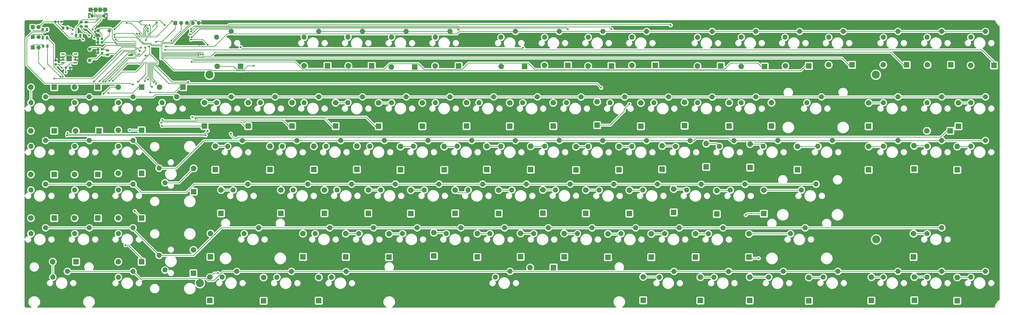
<source format=gbr>
G04 #@! TF.GenerationSoftware,KiCad,Pcbnew,(5.0.2)-1*
G04 #@! TF.CreationDate,2019-07-28T17:57:46-07:00*
G04 #@! TF.ProjectId,ODKB_Board,4f444b42-5f42-46f6-9172-642e6b696361,rev?*
G04 #@! TF.SameCoordinates,Original*
G04 #@! TF.FileFunction,Copper,L1,Top*
G04 #@! TF.FilePolarity,Positive*
%FSLAX46Y46*%
G04 Gerber Fmt 4.6, Leading zero omitted, Abs format (unit mm)*
G04 Created by KiCad (PCBNEW (5.0.2)-1) date 7/28/2019 5:57:46 PM*
%MOMM*%
%LPD*%
G01*
G04 APERTURE LIST*
G04 #@! TA.AperFunction,ComponentPad*
%ADD10C,2.200000*%
G04 #@! TD*
G04 #@! TA.AperFunction,ComponentPad*
%ADD11C,1.500000*%
G04 #@! TD*
G04 #@! TA.AperFunction,ComponentPad*
%ADD12O,2.400000X2.400000*%
G04 #@! TD*
G04 #@! TA.AperFunction,ComponentPad*
%ADD13R,2.400000X2.400000*%
G04 #@! TD*
G04 #@! TA.AperFunction,SMDPad,CuDef*
%ADD14R,0.250000X1.000000*%
G04 #@! TD*
G04 #@! TA.AperFunction,SMDPad,CuDef*
%ADD15R,1.000000X0.250000*%
G04 #@! TD*
G04 #@! TA.AperFunction,ComponentPad*
%ADD16C,3.500000*%
G04 #@! TD*
G04 #@! TA.AperFunction,Conductor*
%ADD17C,0.100000*%
G04 #@! TD*
G04 #@! TA.AperFunction,SMDPad,CuDef*
%ADD18C,0.975000*%
G04 #@! TD*
G04 #@! TA.AperFunction,SMDPad,CuDef*
%ADD19C,0.950000*%
G04 #@! TD*
G04 #@! TA.AperFunction,ComponentPad*
%ADD20O,1.000000X1.000000*%
G04 #@! TD*
G04 #@! TA.AperFunction,ComponentPad*
%ADD21R,1.000000X1.000000*%
G04 #@! TD*
G04 #@! TA.AperFunction,SMDPad,CuDef*
%ADD22R,1.200000X1.900000*%
G04 #@! TD*
G04 #@! TA.AperFunction,ComponentPad*
%ADD23O,1.200000X1.900000*%
G04 #@! TD*
G04 #@! TA.AperFunction,SMDPad,CuDef*
%ADD24R,1.500000X1.900000*%
G04 #@! TD*
G04 #@! TA.AperFunction,ComponentPad*
%ADD25C,1.450000*%
G04 #@! TD*
G04 #@! TA.AperFunction,SMDPad,CuDef*
%ADD26R,0.400000X1.350000*%
G04 #@! TD*
G04 #@! TA.AperFunction,SMDPad,CuDef*
%ADD27R,2.350000X2.350000*%
G04 #@! TD*
G04 #@! TA.AperFunction,SMDPad,CuDef*
%ADD28R,1.550000X0.600000*%
G04 #@! TD*
G04 #@! TA.AperFunction,ComponentPad*
%ADD29R,1.700000X1.700000*%
G04 #@! TD*
G04 #@! TA.AperFunction,ComponentPad*
%ADD30O,1.700000X1.700000*%
G04 #@! TD*
G04 #@! TA.AperFunction,ComponentPad*
%ADD31R,1.800000X1.800000*%
G04 #@! TD*
G04 #@! TA.AperFunction,ComponentPad*
%ADD32C,1.800000*%
G04 #@! TD*
G04 #@! TA.AperFunction,ViaPad*
%ADD33C,0.800000*%
G04 #@! TD*
G04 #@! TA.AperFunction,Conductor*
%ADD34C,0.250000*%
G04 #@! TD*
G04 #@! TA.AperFunction,Conductor*
%ADD35C,0.254000*%
G04 #@! TD*
G04 APERTURE END LIST*
D10*
G04 #@! TO.P,SW98,2*
G04 #@! TO.N,Net-(D210-Pad2)*
X328900000Y-283240000D03*
G04 #@! TO.P,SW98,1*
G04 #@! TO.N,/row1*
X335250000Y-280700000D03*
G04 #@! TD*
G04 #@! TO.P,SW89,2*
G04 #@! TO.N,Net-(D201-Pad2)*
X290900000Y-283240000D03*
G04 #@! TO.P,SW89,1*
G04 #@! TO.N,/row1*
X297250000Y-280700000D03*
G04 #@! TD*
D11*
G04 #@! TO.P,Y2,2*
G04 #@! TO.N,/LSE_OSC_OUT*
X305930000Y-251900000D03*
G04 #@! TO.P,Y2,1*
G04 #@! TO.N,/LSE_OSC_IN*
X301050000Y-251900000D03*
G04 #@! TD*
D12*
G04 #@! TO.P,D210,2*
G04 #@! TO.N,Net-(D210-Pad2)*
X327840000Y-276500000D03*
D13*
G04 #@! TO.P,D210,1*
G04 #@! TO.N,/col20*
X338000000Y-276500000D03*
G04 #@! TD*
D10*
G04 #@! TO.P,SW99,2*
G04 #@! TO.N,Net-(D211-Pad2)*
X330140000Y-318100000D03*
G04 #@! TO.P,SW99,1*
G04 #@! TO.N,/row2*
X327600000Y-311750000D03*
G04 #@! TD*
D14*
G04 #@! TO.P,U2,64*
G04 #@! TO.N,+3V3*
X319250000Y-254550000D03*
G04 #@! TO.P,U2,63*
G04 #@! TO.N,GND*
X319750000Y-254550000D03*
G04 #@! TO.P,U2,62*
G04 #@! TO.N,/col9*
X320250000Y-254550000D03*
G04 #@! TO.P,U2,61*
G04 #@! TO.N,/col8*
X320750000Y-254550000D03*
G04 #@! TO.P,U2,60*
G04 #@! TO.N,Net-(R3-Pad1)*
X321250000Y-254550000D03*
G04 #@! TO.P,U2,59*
G04 #@! TO.N,/col7*
X321750000Y-254550000D03*
G04 #@! TO.P,U2,58*
G04 #@! TO.N,/col6*
X322250000Y-254550000D03*
G04 #@! TO.P,U2,57*
G04 #@! TO.N,/col5*
X322750000Y-254550000D03*
G04 #@! TO.P,U2,56*
G04 #@! TO.N,/col4*
X323250000Y-254550000D03*
G04 #@! TO.P,U2,55*
G04 #@! TO.N,/col3*
X323750000Y-254550000D03*
G04 #@! TO.P,U2,54*
G04 #@! TO.N,Net-(U2-Pad54)*
X324250000Y-254550000D03*
G04 #@! TO.P,U2,53*
G04 #@! TO.N,Net-(U2-Pad53)*
X324750000Y-254550000D03*
G04 #@! TO.P,U2,52*
G04 #@! TO.N,Net-(U2-Pad52)*
X325250000Y-254550000D03*
G04 #@! TO.P,U2,51*
G04 #@! TO.N,Net-(U2-Pad51)*
X325750000Y-254550000D03*
G04 #@! TO.P,U2,50*
G04 #@! TO.N,Net-(U2-Pad50)*
X326250000Y-254550000D03*
G04 #@! TO.P,U2,49*
G04 #@! TO.N,/SWDCLK*
X326750000Y-254550000D03*
D15*
G04 #@! TO.P,U2,48*
G04 #@! TO.N,+3V3*
X328700000Y-256500000D03*
G04 #@! TO.P,U2,47*
G04 #@! TO.N,GND*
X328700000Y-257000000D03*
G04 #@! TO.P,U2,46*
G04 #@! TO.N,/SWDIO*
X328700000Y-257500000D03*
G04 #@! TO.P,U2,45*
G04 #@! TO.N,/USB_DP*
X328700000Y-258000000D03*
G04 #@! TO.P,U2,44*
G04 #@! TO.N,/USB_DM*
X328700000Y-258500000D03*
G04 #@! TO.P,U2,43*
G04 #@! TO.N,Net-(U2-Pad43)*
X328700000Y-259000000D03*
G04 #@! TO.P,U2,42*
G04 #@! TO.N,/LED_BLANK*
X328700000Y-259500000D03*
G04 #@! TO.P,U2,41*
G04 #@! TO.N,/LED_LATCH*
X328700000Y-260000000D03*
G04 #@! TO.P,U2,40*
G04 #@! TO.N,Net-(U2-Pad40)*
X328700000Y-260500000D03*
G04 #@! TO.P,U2,39*
G04 #@! TO.N,Net-(U2-Pad39)*
X328700000Y-261000000D03*
G04 #@! TO.P,U2,38*
G04 #@! TO.N,/LED_NUMLK*
X328700000Y-261500000D03*
G04 #@! TO.P,U2,37*
G04 #@! TO.N,/LED_SCRLK*
X328700000Y-262000000D03*
G04 #@! TO.P,U2,36*
G04 #@! TO.N,/col15*
X328700000Y-262500000D03*
G04 #@! TO.P,U2,35*
G04 #@! TO.N,/col14*
X328700000Y-263000000D03*
G04 #@! TO.P,U2,34*
G04 #@! TO.N,/col13*
X328700000Y-263500000D03*
G04 #@! TO.P,U2,33*
G04 #@! TO.N,/col12*
X328700000Y-264000000D03*
D14*
G04 #@! TO.P,U2,32*
G04 #@! TO.N,+3V3*
X326750000Y-265950000D03*
G04 #@! TO.P,U2,31*
G04 #@! TO.N,GND*
X326250000Y-265950000D03*
G04 #@! TO.P,U2,30*
G04 #@! TO.N,/col11*
X325750000Y-265950000D03*
G04 #@! TO.P,U2,29*
G04 #@! TO.N,/col10*
X325250000Y-265950000D03*
G04 #@! TO.P,U2,28*
G04 #@! TO.N,/col2*
X324750000Y-265950000D03*
G04 #@! TO.P,U2,27*
G04 #@! TO.N,/col1*
X324250000Y-265950000D03*
G04 #@! TO.P,U2,26*
G04 #@! TO.N,/col0*
X323750000Y-265950000D03*
G04 #@! TO.P,U2,25*
G04 #@! TO.N,/LED_CAPS*
X323250000Y-265950000D03*
G04 #@! TO.P,U2,24*
G04 #@! TO.N,/col20*
X322750000Y-265950000D03*
G04 #@! TO.P,U2,23*
G04 #@! TO.N,/LED_DATA_OUT*
X322250000Y-265950000D03*
G04 #@! TO.P,U2,22*
G04 #@! TO.N,/row5*
X321750000Y-265950000D03*
G04 #@! TO.P,U2,21*
G04 #@! TO.N,/LED_DATA_CK*
X321250000Y-265950000D03*
G04 #@! TO.P,U2,20*
G04 #@! TO.N,/row4*
X320750000Y-265950000D03*
G04 #@! TO.P,U2,19*
G04 #@! TO.N,+3V3*
X320250000Y-265950000D03*
G04 #@! TO.P,U2,18*
G04 #@! TO.N,GND*
X319750000Y-265950000D03*
G04 #@! TO.P,U2,17*
G04 #@! TO.N,/row3*
X319250000Y-265950000D03*
D15*
G04 #@! TO.P,U2,16*
G04 #@! TO.N,/row2*
X317300000Y-264000000D03*
G04 #@! TO.P,U2,15*
G04 #@! TO.N,/row1*
X317300000Y-263500000D03*
G04 #@! TO.P,U2,14*
G04 #@! TO.N,/row0*
X317300000Y-263000000D03*
G04 #@! TO.P,U2,13*
G04 #@! TO.N,+3V3*
X317300000Y-262500000D03*
G04 #@! TO.P,U2,12*
G04 #@! TO.N,GND*
X317300000Y-262000000D03*
G04 #@! TO.P,U2,11*
G04 #@! TO.N,/col19*
X317300000Y-261500000D03*
G04 #@! TO.P,U2,10*
G04 #@! TO.N,/col18*
X317300000Y-261000000D03*
G04 #@! TO.P,U2,9*
G04 #@! TO.N,/col17*
X317300000Y-260500000D03*
G04 #@! TO.P,U2,8*
G04 #@! TO.N,/col16*
X317300000Y-260000000D03*
G04 #@! TO.P,U2,7*
G04 #@! TO.N,/NRST*
X317300000Y-259500000D03*
G04 #@! TO.P,U2,6*
G04 #@! TO.N,/OSC_OUT*
X317300000Y-259000000D03*
G04 #@! TO.P,U2,5*
G04 #@! TO.N,/OSC_IN*
X317300000Y-258500000D03*
G04 #@! TO.P,U2,4*
G04 #@! TO.N,/LSE_OSC_OUT*
X317300000Y-258000000D03*
G04 #@! TO.P,U2,3*
G04 #@! TO.N,/LSE_OSC_IN*
X317300000Y-257500000D03*
G04 #@! TO.P,U2,2*
G04 #@! TO.N,Net-(U2-Pad2)*
X317300000Y-257000000D03*
G04 #@! TO.P,U2,1*
G04 #@! TO.N,+3V3*
X317300000Y-256500000D03*
G04 #@! TD*
D16*
G04 #@! TO.P,HOL3,1*
G04 #@! TO.N,N/C*
X349450000Y-271050000D03*
G04 #@! TD*
G04 #@! TO.P,HOL2,1*
G04 #@! TO.N,N/C*
X345325000Y-361825000D03*
G04 #@! TD*
G04 #@! TO.P,HOL1,1*
G04 #@! TO.N,N/C*
X639250000Y-342800000D03*
G04 #@! TD*
D17*
G04 #@! TO.N,Net-(J2-Pad3)*
G04 #@! TO.C,R2*
G36*
X291767642Y-253301174D02*
X291791303Y-253304684D01*
X291814507Y-253310496D01*
X291837029Y-253318554D01*
X291858653Y-253328782D01*
X291879170Y-253341079D01*
X291898383Y-253355329D01*
X291916107Y-253371393D01*
X291932171Y-253389117D01*
X291946421Y-253408330D01*
X291958718Y-253428847D01*
X291968946Y-253450471D01*
X291977004Y-253472993D01*
X291982816Y-253496197D01*
X291986326Y-253519858D01*
X291987500Y-253543750D01*
X291987500Y-254456250D01*
X291986326Y-254480142D01*
X291982816Y-254503803D01*
X291977004Y-254527007D01*
X291968946Y-254549529D01*
X291958718Y-254571153D01*
X291946421Y-254591670D01*
X291932171Y-254610883D01*
X291916107Y-254628607D01*
X291898383Y-254644671D01*
X291879170Y-254658921D01*
X291858653Y-254671218D01*
X291837029Y-254681446D01*
X291814507Y-254689504D01*
X291791303Y-254695316D01*
X291767642Y-254698826D01*
X291743750Y-254700000D01*
X291256250Y-254700000D01*
X291232358Y-254698826D01*
X291208697Y-254695316D01*
X291185493Y-254689504D01*
X291162971Y-254681446D01*
X291141347Y-254671218D01*
X291120830Y-254658921D01*
X291101617Y-254644671D01*
X291083893Y-254628607D01*
X291067829Y-254610883D01*
X291053579Y-254591670D01*
X291041282Y-254571153D01*
X291031054Y-254549529D01*
X291022996Y-254527007D01*
X291017184Y-254503803D01*
X291013674Y-254480142D01*
X291012500Y-254456250D01*
X291012500Y-253543750D01*
X291013674Y-253519858D01*
X291017184Y-253496197D01*
X291022996Y-253472993D01*
X291031054Y-253450471D01*
X291041282Y-253428847D01*
X291053579Y-253408330D01*
X291067829Y-253389117D01*
X291083893Y-253371393D01*
X291101617Y-253355329D01*
X291120830Y-253341079D01*
X291141347Y-253328782D01*
X291162971Y-253318554D01*
X291185493Y-253310496D01*
X291208697Y-253304684D01*
X291232358Y-253301174D01*
X291256250Y-253300000D01*
X291743750Y-253300000D01*
X291767642Y-253301174D01*
X291767642Y-253301174D01*
G37*
D18*
G04 #@! TD*
G04 #@! TO.P,R2,2*
G04 #@! TO.N,Net-(J2-Pad3)*
X291500000Y-254000000D03*
D17*
G04 #@! TO.N,+3V3*
G04 #@! TO.C,R2*
G36*
X293642642Y-253301174D02*
X293666303Y-253304684D01*
X293689507Y-253310496D01*
X293712029Y-253318554D01*
X293733653Y-253328782D01*
X293754170Y-253341079D01*
X293773383Y-253355329D01*
X293791107Y-253371393D01*
X293807171Y-253389117D01*
X293821421Y-253408330D01*
X293833718Y-253428847D01*
X293843946Y-253450471D01*
X293852004Y-253472993D01*
X293857816Y-253496197D01*
X293861326Y-253519858D01*
X293862500Y-253543750D01*
X293862500Y-254456250D01*
X293861326Y-254480142D01*
X293857816Y-254503803D01*
X293852004Y-254527007D01*
X293843946Y-254549529D01*
X293833718Y-254571153D01*
X293821421Y-254591670D01*
X293807171Y-254610883D01*
X293791107Y-254628607D01*
X293773383Y-254644671D01*
X293754170Y-254658921D01*
X293733653Y-254671218D01*
X293712029Y-254681446D01*
X293689507Y-254689504D01*
X293666303Y-254695316D01*
X293642642Y-254698826D01*
X293618750Y-254700000D01*
X293131250Y-254700000D01*
X293107358Y-254698826D01*
X293083697Y-254695316D01*
X293060493Y-254689504D01*
X293037971Y-254681446D01*
X293016347Y-254671218D01*
X292995830Y-254658921D01*
X292976617Y-254644671D01*
X292958893Y-254628607D01*
X292942829Y-254610883D01*
X292928579Y-254591670D01*
X292916282Y-254571153D01*
X292906054Y-254549529D01*
X292897996Y-254527007D01*
X292892184Y-254503803D01*
X292888674Y-254480142D01*
X292887500Y-254456250D01*
X292887500Y-253543750D01*
X292888674Y-253519858D01*
X292892184Y-253496197D01*
X292897996Y-253472993D01*
X292906054Y-253450471D01*
X292916282Y-253428847D01*
X292928579Y-253408330D01*
X292942829Y-253389117D01*
X292958893Y-253371393D01*
X292976617Y-253355329D01*
X292995830Y-253341079D01*
X293016347Y-253328782D01*
X293037971Y-253318554D01*
X293060493Y-253310496D01*
X293083697Y-253304684D01*
X293107358Y-253301174D01*
X293131250Y-253300000D01*
X293618750Y-253300000D01*
X293642642Y-253301174D01*
X293642642Y-253301174D01*
G37*
D18*
G04 #@! TD*
G04 #@! TO.P,R2,1*
G04 #@! TO.N,+3V3*
X293375000Y-254000000D03*
D17*
G04 #@! TO.N,GND*
G04 #@! TO.C,C1*
G36*
X282860779Y-264301144D02*
X282883834Y-264304563D01*
X282906443Y-264310227D01*
X282928387Y-264318079D01*
X282949457Y-264328044D01*
X282969448Y-264340026D01*
X282988168Y-264353910D01*
X283005438Y-264369562D01*
X283021090Y-264386832D01*
X283034974Y-264405552D01*
X283046956Y-264425543D01*
X283056921Y-264446613D01*
X283064773Y-264468557D01*
X283070437Y-264491166D01*
X283073856Y-264514221D01*
X283075000Y-264537500D01*
X283075000Y-265112500D01*
X283073856Y-265135779D01*
X283070437Y-265158834D01*
X283064773Y-265181443D01*
X283056921Y-265203387D01*
X283046956Y-265224457D01*
X283034974Y-265244448D01*
X283021090Y-265263168D01*
X283005438Y-265280438D01*
X282988168Y-265296090D01*
X282969448Y-265309974D01*
X282949457Y-265321956D01*
X282928387Y-265331921D01*
X282906443Y-265339773D01*
X282883834Y-265345437D01*
X282860779Y-265348856D01*
X282837500Y-265350000D01*
X282362500Y-265350000D01*
X282339221Y-265348856D01*
X282316166Y-265345437D01*
X282293557Y-265339773D01*
X282271613Y-265331921D01*
X282250543Y-265321956D01*
X282230552Y-265309974D01*
X282211832Y-265296090D01*
X282194562Y-265280438D01*
X282178910Y-265263168D01*
X282165026Y-265244448D01*
X282153044Y-265224457D01*
X282143079Y-265203387D01*
X282135227Y-265181443D01*
X282129563Y-265158834D01*
X282126144Y-265135779D01*
X282125000Y-265112500D01*
X282125000Y-264537500D01*
X282126144Y-264514221D01*
X282129563Y-264491166D01*
X282135227Y-264468557D01*
X282143079Y-264446613D01*
X282153044Y-264425543D01*
X282165026Y-264405552D01*
X282178910Y-264386832D01*
X282194562Y-264369562D01*
X282211832Y-264353910D01*
X282230552Y-264340026D01*
X282250543Y-264328044D01*
X282271613Y-264318079D01*
X282293557Y-264310227D01*
X282316166Y-264304563D01*
X282339221Y-264301144D01*
X282362500Y-264300000D01*
X282837500Y-264300000D01*
X282860779Y-264301144D01*
X282860779Y-264301144D01*
G37*
D19*
G04 #@! TD*
G04 #@! TO.P,C1,2*
G04 #@! TO.N,GND*
X282600000Y-264825000D03*
D17*
G04 #@! TO.N,+5V*
G04 #@! TO.C,C1*
G36*
X282860779Y-266051144D02*
X282883834Y-266054563D01*
X282906443Y-266060227D01*
X282928387Y-266068079D01*
X282949457Y-266078044D01*
X282969448Y-266090026D01*
X282988168Y-266103910D01*
X283005438Y-266119562D01*
X283021090Y-266136832D01*
X283034974Y-266155552D01*
X283046956Y-266175543D01*
X283056921Y-266196613D01*
X283064773Y-266218557D01*
X283070437Y-266241166D01*
X283073856Y-266264221D01*
X283075000Y-266287500D01*
X283075000Y-266862500D01*
X283073856Y-266885779D01*
X283070437Y-266908834D01*
X283064773Y-266931443D01*
X283056921Y-266953387D01*
X283046956Y-266974457D01*
X283034974Y-266994448D01*
X283021090Y-267013168D01*
X283005438Y-267030438D01*
X282988168Y-267046090D01*
X282969448Y-267059974D01*
X282949457Y-267071956D01*
X282928387Y-267081921D01*
X282906443Y-267089773D01*
X282883834Y-267095437D01*
X282860779Y-267098856D01*
X282837500Y-267100000D01*
X282362500Y-267100000D01*
X282339221Y-267098856D01*
X282316166Y-267095437D01*
X282293557Y-267089773D01*
X282271613Y-267081921D01*
X282250543Y-267071956D01*
X282230552Y-267059974D01*
X282211832Y-267046090D01*
X282194562Y-267030438D01*
X282178910Y-267013168D01*
X282165026Y-266994448D01*
X282153044Y-266974457D01*
X282143079Y-266953387D01*
X282135227Y-266931443D01*
X282129563Y-266908834D01*
X282126144Y-266885779D01*
X282125000Y-266862500D01*
X282125000Y-266287500D01*
X282126144Y-266264221D01*
X282129563Y-266241166D01*
X282135227Y-266218557D01*
X282143079Y-266196613D01*
X282153044Y-266175543D01*
X282165026Y-266155552D01*
X282178910Y-266136832D01*
X282194562Y-266119562D01*
X282211832Y-266103910D01*
X282230552Y-266090026D01*
X282250543Y-266078044D01*
X282271613Y-266068079D01*
X282293557Y-266060227D01*
X282316166Y-266054563D01*
X282339221Y-266051144D01*
X282362500Y-266050000D01*
X282837500Y-266050000D01*
X282860779Y-266051144D01*
X282860779Y-266051144D01*
G37*
D19*
G04 #@! TD*
G04 #@! TO.P,C1,1*
G04 #@! TO.N,+5V*
X282600000Y-266575000D03*
D20*
G04 #@! TO.P,J3,3*
G04 #@! TO.N,GND*
X285040000Y-248000000D03*
G04 #@! TO.P,J3,2*
G04 #@! TO.N,Net-(J3-Pad2)*
X283770000Y-248000000D03*
D21*
G04 #@! TO.P,J3,1*
G04 #@! TO.N,+3V3*
X282500000Y-248000000D03*
G04 #@! TD*
D22*
G04 #@! TO.P,J2,6*
G04 #@! TO.N,GND*
X303900000Y-242762500D03*
X298100000Y-242762500D03*
D23*
X297500000Y-242762500D03*
X304500000Y-242762500D03*
D24*
X302000000Y-242762500D03*
D25*
X298500000Y-245462500D03*
D26*
G04 #@! TO.P,J2,3*
G04 #@! TO.N,Net-(J2-Pad3)*
X301000000Y-245462500D03*
G04 #@! TO.P,J2,4*
G04 #@! TO.N,Net-(J2-Pad4)*
X300350000Y-245462500D03*
G04 #@! TO.P,J2,5*
G04 #@! TO.N,GND*
X299700000Y-245462500D03*
G04 #@! TO.P,J2,1*
G04 #@! TO.N,+5V*
X302300000Y-245462500D03*
G04 #@! TO.P,J2,2*
G04 #@! TO.N,Net-(J2-Pad2)*
X301650000Y-245462500D03*
D25*
G04 #@! TO.P,J2,6*
G04 #@! TO.N,GND*
X303500000Y-245462500D03*
D24*
X300000000Y-242762500D03*
G04 #@! TD*
D27*
G04 #@! TO.P,U1,9*
G04 #@! TO.N,N/C*
X288500000Y-264000000D03*
D28*
G04 #@! TO.P,U1,8*
G04 #@! TO.N,+5V*
X285800000Y-265905000D03*
G04 #@! TO.P,U1,7*
G04 #@! TO.N,GND*
X285800000Y-264635000D03*
G04 #@! TO.P,U1,6*
X285800000Y-263365000D03*
G04 #@! TO.P,U1,5*
G04 #@! TO.N,Net-(U1-Pad5)*
X285800000Y-262095000D03*
G04 #@! TO.P,U1,4*
G04 #@! TO.N,Net-(U1-Pad4)*
X291200000Y-262095000D03*
G04 #@! TO.P,U1,3*
G04 #@! TO.N,GND*
X291200000Y-263365000D03*
G04 #@! TO.P,U1,2*
X291200000Y-264635000D03*
G04 #@! TO.P,U1,1*
G04 #@! TO.N,+3V3*
X291200000Y-265905000D03*
G04 #@! TD*
D10*
G04 #@! TO.P,SW93,2*
G04 #@! TO.N,Net-(D205-Pad2)*
X309900000Y-283240000D03*
G04 #@! TO.P,SW93,1*
G04 #@! TO.N,/row1*
X316250000Y-280700000D03*
G04 #@! TD*
D17*
G04 #@! TO.N,GND*
G04 #@! TO.C,C2*
G36*
X301435779Y-259526144D02*
X301458834Y-259529563D01*
X301481443Y-259535227D01*
X301503387Y-259543079D01*
X301524457Y-259553044D01*
X301544448Y-259565026D01*
X301563168Y-259578910D01*
X301580438Y-259594562D01*
X301596090Y-259611832D01*
X301609974Y-259630552D01*
X301621956Y-259650543D01*
X301631921Y-259671613D01*
X301639773Y-259693557D01*
X301645437Y-259716166D01*
X301648856Y-259739221D01*
X301650000Y-259762500D01*
X301650000Y-260237500D01*
X301648856Y-260260779D01*
X301645437Y-260283834D01*
X301639773Y-260306443D01*
X301631921Y-260328387D01*
X301621956Y-260349457D01*
X301609974Y-260369448D01*
X301596090Y-260388168D01*
X301580438Y-260405438D01*
X301563168Y-260421090D01*
X301544448Y-260434974D01*
X301524457Y-260446956D01*
X301503387Y-260456921D01*
X301481443Y-260464773D01*
X301458834Y-260470437D01*
X301435779Y-260473856D01*
X301412500Y-260475000D01*
X300837500Y-260475000D01*
X300814221Y-260473856D01*
X300791166Y-260470437D01*
X300768557Y-260464773D01*
X300746613Y-260456921D01*
X300725543Y-260446956D01*
X300705552Y-260434974D01*
X300686832Y-260421090D01*
X300669562Y-260405438D01*
X300653910Y-260388168D01*
X300640026Y-260369448D01*
X300628044Y-260349457D01*
X300618079Y-260328387D01*
X300610227Y-260306443D01*
X300604563Y-260283834D01*
X300601144Y-260260779D01*
X300600000Y-260237500D01*
X300600000Y-259762500D01*
X300601144Y-259739221D01*
X300604563Y-259716166D01*
X300610227Y-259693557D01*
X300618079Y-259671613D01*
X300628044Y-259650543D01*
X300640026Y-259630552D01*
X300653910Y-259611832D01*
X300669562Y-259594562D01*
X300686832Y-259578910D01*
X300705552Y-259565026D01*
X300725543Y-259553044D01*
X300746613Y-259543079D01*
X300768557Y-259535227D01*
X300791166Y-259529563D01*
X300814221Y-259526144D01*
X300837500Y-259525000D01*
X301412500Y-259525000D01*
X301435779Y-259526144D01*
X301435779Y-259526144D01*
G37*
D19*
G04 #@! TD*
G04 #@! TO.P,C2,2*
G04 #@! TO.N,GND*
X301125000Y-260000000D03*
D17*
G04 #@! TO.N,/OSC_IN*
G04 #@! TO.C,C2*
G36*
X303185779Y-259526144D02*
X303208834Y-259529563D01*
X303231443Y-259535227D01*
X303253387Y-259543079D01*
X303274457Y-259553044D01*
X303294448Y-259565026D01*
X303313168Y-259578910D01*
X303330438Y-259594562D01*
X303346090Y-259611832D01*
X303359974Y-259630552D01*
X303371956Y-259650543D01*
X303381921Y-259671613D01*
X303389773Y-259693557D01*
X303395437Y-259716166D01*
X303398856Y-259739221D01*
X303400000Y-259762500D01*
X303400000Y-260237500D01*
X303398856Y-260260779D01*
X303395437Y-260283834D01*
X303389773Y-260306443D01*
X303381921Y-260328387D01*
X303371956Y-260349457D01*
X303359974Y-260369448D01*
X303346090Y-260388168D01*
X303330438Y-260405438D01*
X303313168Y-260421090D01*
X303294448Y-260434974D01*
X303274457Y-260446956D01*
X303253387Y-260456921D01*
X303231443Y-260464773D01*
X303208834Y-260470437D01*
X303185779Y-260473856D01*
X303162500Y-260475000D01*
X302587500Y-260475000D01*
X302564221Y-260473856D01*
X302541166Y-260470437D01*
X302518557Y-260464773D01*
X302496613Y-260456921D01*
X302475543Y-260446956D01*
X302455552Y-260434974D01*
X302436832Y-260421090D01*
X302419562Y-260405438D01*
X302403910Y-260388168D01*
X302390026Y-260369448D01*
X302378044Y-260349457D01*
X302368079Y-260328387D01*
X302360227Y-260306443D01*
X302354563Y-260283834D01*
X302351144Y-260260779D01*
X302350000Y-260237500D01*
X302350000Y-259762500D01*
X302351144Y-259739221D01*
X302354563Y-259716166D01*
X302360227Y-259693557D01*
X302368079Y-259671613D01*
X302378044Y-259650543D01*
X302390026Y-259630552D01*
X302403910Y-259611832D01*
X302419562Y-259594562D01*
X302436832Y-259578910D01*
X302455552Y-259565026D01*
X302475543Y-259553044D01*
X302496613Y-259543079D01*
X302518557Y-259535227D01*
X302541166Y-259529563D01*
X302564221Y-259526144D01*
X302587500Y-259525000D01*
X303162500Y-259525000D01*
X303185779Y-259526144D01*
X303185779Y-259526144D01*
G37*
D19*
G04 #@! TD*
G04 #@! TO.P,C2,1*
G04 #@! TO.N,/OSC_IN*
X302875000Y-260000000D03*
D17*
G04 #@! TO.N,GND*
G04 #@! TO.C,C3*
G36*
X301360779Y-261126144D02*
X301383834Y-261129563D01*
X301406443Y-261135227D01*
X301428387Y-261143079D01*
X301449457Y-261153044D01*
X301469448Y-261165026D01*
X301488168Y-261178910D01*
X301505438Y-261194562D01*
X301521090Y-261211832D01*
X301534974Y-261230552D01*
X301546956Y-261250543D01*
X301556921Y-261271613D01*
X301564773Y-261293557D01*
X301570437Y-261316166D01*
X301573856Y-261339221D01*
X301575000Y-261362500D01*
X301575000Y-261837500D01*
X301573856Y-261860779D01*
X301570437Y-261883834D01*
X301564773Y-261906443D01*
X301556921Y-261928387D01*
X301546956Y-261949457D01*
X301534974Y-261969448D01*
X301521090Y-261988168D01*
X301505438Y-262005438D01*
X301488168Y-262021090D01*
X301469448Y-262034974D01*
X301449457Y-262046956D01*
X301428387Y-262056921D01*
X301406443Y-262064773D01*
X301383834Y-262070437D01*
X301360779Y-262073856D01*
X301337500Y-262075000D01*
X300762500Y-262075000D01*
X300739221Y-262073856D01*
X300716166Y-262070437D01*
X300693557Y-262064773D01*
X300671613Y-262056921D01*
X300650543Y-262046956D01*
X300630552Y-262034974D01*
X300611832Y-262021090D01*
X300594562Y-262005438D01*
X300578910Y-261988168D01*
X300565026Y-261969448D01*
X300553044Y-261949457D01*
X300543079Y-261928387D01*
X300535227Y-261906443D01*
X300529563Y-261883834D01*
X300526144Y-261860779D01*
X300525000Y-261837500D01*
X300525000Y-261362500D01*
X300526144Y-261339221D01*
X300529563Y-261316166D01*
X300535227Y-261293557D01*
X300543079Y-261271613D01*
X300553044Y-261250543D01*
X300565026Y-261230552D01*
X300578910Y-261211832D01*
X300594562Y-261194562D01*
X300611832Y-261178910D01*
X300630552Y-261165026D01*
X300650543Y-261153044D01*
X300671613Y-261143079D01*
X300693557Y-261135227D01*
X300716166Y-261129563D01*
X300739221Y-261126144D01*
X300762500Y-261125000D01*
X301337500Y-261125000D01*
X301360779Y-261126144D01*
X301360779Y-261126144D01*
G37*
D19*
G04 #@! TD*
G04 #@! TO.P,C3,2*
G04 #@! TO.N,GND*
X301050000Y-261600000D03*
D17*
G04 #@! TO.N,/OSC_OUT*
G04 #@! TO.C,C3*
G36*
X303110779Y-261126144D02*
X303133834Y-261129563D01*
X303156443Y-261135227D01*
X303178387Y-261143079D01*
X303199457Y-261153044D01*
X303219448Y-261165026D01*
X303238168Y-261178910D01*
X303255438Y-261194562D01*
X303271090Y-261211832D01*
X303284974Y-261230552D01*
X303296956Y-261250543D01*
X303306921Y-261271613D01*
X303314773Y-261293557D01*
X303320437Y-261316166D01*
X303323856Y-261339221D01*
X303325000Y-261362500D01*
X303325000Y-261837500D01*
X303323856Y-261860779D01*
X303320437Y-261883834D01*
X303314773Y-261906443D01*
X303306921Y-261928387D01*
X303296956Y-261949457D01*
X303284974Y-261969448D01*
X303271090Y-261988168D01*
X303255438Y-262005438D01*
X303238168Y-262021090D01*
X303219448Y-262034974D01*
X303199457Y-262046956D01*
X303178387Y-262056921D01*
X303156443Y-262064773D01*
X303133834Y-262070437D01*
X303110779Y-262073856D01*
X303087500Y-262075000D01*
X302512500Y-262075000D01*
X302489221Y-262073856D01*
X302466166Y-262070437D01*
X302443557Y-262064773D01*
X302421613Y-262056921D01*
X302400543Y-262046956D01*
X302380552Y-262034974D01*
X302361832Y-262021090D01*
X302344562Y-262005438D01*
X302328910Y-261988168D01*
X302315026Y-261969448D01*
X302303044Y-261949457D01*
X302293079Y-261928387D01*
X302285227Y-261906443D01*
X302279563Y-261883834D01*
X302276144Y-261860779D01*
X302275000Y-261837500D01*
X302275000Y-261362500D01*
X302276144Y-261339221D01*
X302279563Y-261316166D01*
X302285227Y-261293557D01*
X302293079Y-261271613D01*
X302303044Y-261250543D01*
X302315026Y-261230552D01*
X302328910Y-261211832D01*
X302344562Y-261194562D01*
X302361832Y-261178910D01*
X302380552Y-261165026D01*
X302400543Y-261153044D01*
X302421613Y-261143079D01*
X302443557Y-261135227D01*
X302466166Y-261129563D01*
X302489221Y-261126144D01*
X302512500Y-261125000D01*
X303087500Y-261125000D01*
X303110779Y-261126144D01*
X303110779Y-261126144D01*
G37*
D19*
G04 #@! TD*
G04 #@! TO.P,C3,1*
G04 #@! TO.N,/OSC_OUT*
X302800000Y-261600000D03*
D17*
G04 #@! TO.N,GND*
G04 #@! TO.C,C4*
G36*
X289185779Y-267526144D02*
X289208834Y-267529563D01*
X289231443Y-267535227D01*
X289253387Y-267543079D01*
X289274457Y-267553044D01*
X289294448Y-267565026D01*
X289313168Y-267578910D01*
X289330438Y-267594562D01*
X289346090Y-267611832D01*
X289359974Y-267630552D01*
X289371956Y-267650543D01*
X289381921Y-267671613D01*
X289389773Y-267693557D01*
X289395437Y-267716166D01*
X289398856Y-267739221D01*
X289400000Y-267762500D01*
X289400000Y-268237500D01*
X289398856Y-268260779D01*
X289395437Y-268283834D01*
X289389773Y-268306443D01*
X289381921Y-268328387D01*
X289371956Y-268349457D01*
X289359974Y-268369448D01*
X289346090Y-268388168D01*
X289330438Y-268405438D01*
X289313168Y-268421090D01*
X289294448Y-268434974D01*
X289274457Y-268446956D01*
X289253387Y-268456921D01*
X289231443Y-268464773D01*
X289208834Y-268470437D01*
X289185779Y-268473856D01*
X289162500Y-268475000D01*
X288587500Y-268475000D01*
X288564221Y-268473856D01*
X288541166Y-268470437D01*
X288518557Y-268464773D01*
X288496613Y-268456921D01*
X288475543Y-268446956D01*
X288455552Y-268434974D01*
X288436832Y-268421090D01*
X288419562Y-268405438D01*
X288403910Y-268388168D01*
X288390026Y-268369448D01*
X288378044Y-268349457D01*
X288368079Y-268328387D01*
X288360227Y-268306443D01*
X288354563Y-268283834D01*
X288351144Y-268260779D01*
X288350000Y-268237500D01*
X288350000Y-267762500D01*
X288351144Y-267739221D01*
X288354563Y-267716166D01*
X288360227Y-267693557D01*
X288368079Y-267671613D01*
X288378044Y-267650543D01*
X288390026Y-267630552D01*
X288403910Y-267611832D01*
X288419562Y-267594562D01*
X288436832Y-267578910D01*
X288455552Y-267565026D01*
X288475543Y-267553044D01*
X288496613Y-267543079D01*
X288518557Y-267535227D01*
X288541166Y-267529563D01*
X288564221Y-267526144D01*
X288587500Y-267525000D01*
X289162500Y-267525000D01*
X289185779Y-267526144D01*
X289185779Y-267526144D01*
G37*
D19*
G04 #@! TD*
G04 #@! TO.P,C4,2*
G04 #@! TO.N,GND*
X288875000Y-268000000D03*
D17*
G04 #@! TO.N,+3V3*
G04 #@! TO.C,C4*
G36*
X287435779Y-267526144D02*
X287458834Y-267529563D01*
X287481443Y-267535227D01*
X287503387Y-267543079D01*
X287524457Y-267553044D01*
X287544448Y-267565026D01*
X287563168Y-267578910D01*
X287580438Y-267594562D01*
X287596090Y-267611832D01*
X287609974Y-267630552D01*
X287621956Y-267650543D01*
X287631921Y-267671613D01*
X287639773Y-267693557D01*
X287645437Y-267716166D01*
X287648856Y-267739221D01*
X287650000Y-267762500D01*
X287650000Y-268237500D01*
X287648856Y-268260779D01*
X287645437Y-268283834D01*
X287639773Y-268306443D01*
X287631921Y-268328387D01*
X287621956Y-268349457D01*
X287609974Y-268369448D01*
X287596090Y-268388168D01*
X287580438Y-268405438D01*
X287563168Y-268421090D01*
X287544448Y-268434974D01*
X287524457Y-268446956D01*
X287503387Y-268456921D01*
X287481443Y-268464773D01*
X287458834Y-268470437D01*
X287435779Y-268473856D01*
X287412500Y-268475000D01*
X286837500Y-268475000D01*
X286814221Y-268473856D01*
X286791166Y-268470437D01*
X286768557Y-268464773D01*
X286746613Y-268456921D01*
X286725543Y-268446956D01*
X286705552Y-268434974D01*
X286686832Y-268421090D01*
X286669562Y-268405438D01*
X286653910Y-268388168D01*
X286640026Y-268369448D01*
X286628044Y-268349457D01*
X286618079Y-268328387D01*
X286610227Y-268306443D01*
X286604563Y-268283834D01*
X286601144Y-268260779D01*
X286600000Y-268237500D01*
X286600000Y-267762500D01*
X286601144Y-267739221D01*
X286604563Y-267716166D01*
X286610227Y-267693557D01*
X286618079Y-267671613D01*
X286628044Y-267650543D01*
X286640026Y-267630552D01*
X286653910Y-267611832D01*
X286669562Y-267594562D01*
X286686832Y-267578910D01*
X286705552Y-267565026D01*
X286725543Y-267553044D01*
X286746613Y-267543079D01*
X286768557Y-267535227D01*
X286791166Y-267529563D01*
X286814221Y-267526144D01*
X286837500Y-267525000D01*
X287412500Y-267525000D01*
X287435779Y-267526144D01*
X287435779Y-267526144D01*
G37*
D19*
G04 #@! TD*
G04 #@! TO.P,C4,1*
G04 #@! TO.N,+3V3*
X287125000Y-268000000D03*
D17*
G04 #@! TO.N,GND*
G04 #@! TO.C,C5*
G36*
X301310779Y-255026144D02*
X301333834Y-255029563D01*
X301356443Y-255035227D01*
X301378387Y-255043079D01*
X301399457Y-255053044D01*
X301419448Y-255065026D01*
X301438168Y-255078910D01*
X301455438Y-255094562D01*
X301471090Y-255111832D01*
X301484974Y-255130552D01*
X301496956Y-255150543D01*
X301506921Y-255171613D01*
X301514773Y-255193557D01*
X301520437Y-255216166D01*
X301523856Y-255239221D01*
X301525000Y-255262500D01*
X301525000Y-255737500D01*
X301523856Y-255760779D01*
X301520437Y-255783834D01*
X301514773Y-255806443D01*
X301506921Y-255828387D01*
X301496956Y-255849457D01*
X301484974Y-255869448D01*
X301471090Y-255888168D01*
X301455438Y-255905438D01*
X301438168Y-255921090D01*
X301419448Y-255934974D01*
X301399457Y-255946956D01*
X301378387Y-255956921D01*
X301356443Y-255964773D01*
X301333834Y-255970437D01*
X301310779Y-255973856D01*
X301287500Y-255975000D01*
X300712500Y-255975000D01*
X300689221Y-255973856D01*
X300666166Y-255970437D01*
X300643557Y-255964773D01*
X300621613Y-255956921D01*
X300600543Y-255946956D01*
X300580552Y-255934974D01*
X300561832Y-255921090D01*
X300544562Y-255905438D01*
X300528910Y-255888168D01*
X300515026Y-255869448D01*
X300503044Y-255849457D01*
X300493079Y-255828387D01*
X300485227Y-255806443D01*
X300479563Y-255783834D01*
X300476144Y-255760779D01*
X300475000Y-255737500D01*
X300475000Y-255262500D01*
X300476144Y-255239221D01*
X300479563Y-255216166D01*
X300485227Y-255193557D01*
X300493079Y-255171613D01*
X300503044Y-255150543D01*
X300515026Y-255130552D01*
X300528910Y-255111832D01*
X300544562Y-255094562D01*
X300561832Y-255078910D01*
X300580552Y-255065026D01*
X300600543Y-255053044D01*
X300621613Y-255043079D01*
X300643557Y-255035227D01*
X300666166Y-255029563D01*
X300689221Y-255026144D01*
X300712500Y-255025000D01*
X301287500Y-255025000D01*
X301310779Y-255026144D01*
X301310779Y-255026144D01*
G37*
D19*
G04 #@! TD*
G04 #@! TO.P,C5,2*
G04 #@! TO.N,GND*
X301000000Y-255500000D03*
D17*
G04 #@! TO.N,/LSE_OSC_IN*
G04 #@! TO.C,C5*
G36*
X303060779Y-255026144D02*
X303083834Y-255029563D01*
X303106443Y-255035227D01*
X303128387Y-255043079D01*
X303149457Y-255053044D01*
X303169448Y-255065026D01*
X303188168Y-255078910D01*
X303205438Y-255094562D01*
X303221090Y-255111832D01*
X303234974Y-255130552D01*
X303246956Y-255150543D01*
X303256921Y-255171613D01*
X303264773Y-255193557D01*
X303270437Y-255216166D01*
X303273856Y-255239221D01*
X303275000Y-255262500D01*
X303275000Y-255737500D01*
X303273856Y-255760779D01*
X303270437Y-255783834D01*
X303264773Y-255806443D01*
X303256921Y-255828387D01*
X303246956Y-255849457D01*
X303234974Y-255869448D01*
X303221090Y-255888168D01*
X303205438Y-255905438D01*
X303188168Y-255921090D01*
X303169448Y-255934974D01*
X303149457Y-255946956D01*
X303128387Y-255956921D01*
X303106443Y-255964773D01*
X303083834Y-255970437D01*
X303060779Y-255973856D01*
X303037500Y-255975000D01*
X302462500Y-255975000D01*
X302439221Y-255973856D01*
X302416166Y-255970437D01*
X302393557Y-255964773D01*
X302371613Y-255956921D01*
X302350543Y-255946956D01*
X302330552Y-255934974D01*
X302311832Y-255921090D01*
X302294562Y-255905438D01*
X302278910Y-255888168D01*
X302265026Y-255869448D01*
X302253044Y-255849457D01*
X302243079Y-255828387D01*
X302235227Y-255806443D01*
X302229563Y-255783834D01*
X302226144Y-255760779D01*
X302225000Y-255737500D01*
X302225000Y-255262500D01*
X302226144Y-255239221D01*
X302229563Y-255216166D01*
X302235227Y-255193557D01*
X302243079Y-255171613D01*
X302253044Y-255150543D01*
X302265026Y-255130552D01*
X302278910Y-255111832D01*
X302294562Y-255094562D01*
X302311832Y-255078910D01*
X302330552Y-255065026D01*
X302350543Y-255053044D01*
X302371613Y-255043079D01*
X302393557Y-255035227D01*
X302416166Y-255029563D01*
X302439221Y-255026144D01*
X302462500Y-255025000D01*
X303037500Y-255025000D01*
X303060779Y-255026144D01*
X303060779Y-255026144D01*
G37*
D19*
G04 #@! TD*
G04 #@! TO.P,C5,1*
G04 #@! TO.N,/LSE_OSC_IN*
X302750000Y-255500000D03*
D17*
G04 #@! TO.N,GND*
G04 #@! TO.C,C6*
G36*
X301310779Y-256526144D02*
X301333834Y-256529563D01*
X301356443Y-256535227D01*
X301378387Y-256543079D01*
X301399457Y-256553044D01*
X301419448Y-256565026D01*
X301438168Y-256578910D01*
X301455438Y-256594562D01*
X301471090Y-256611832D01*
X301484974Y-256630552D01*
X301496956Y-256650543D01*
X301506921Y-256671613D01*
X301514773Y-256693557D01*
X301520437Y-256716166D01*
X301523856Y-256739221D01*
X301525000Y-256762500D01*
X301525000Y-257237500D01*
X301523856Y-257260779D01*
X301520437Y-257283834D01*
X301514773Y-257306443D01*
X301506921Y-257328387D01*
X301496956Y-257349457D01*
X301484974Y-257369448D01*
X301471090Y-257388168D01*
X301455438Y-257405438D01*
X301438168Y-257421090D01*
X301419448Y-257434974D01*
X301399457Y-257446956D01*
X301378387Y-257456921D01*
X301356443Y-257464773D01*
X301333834Y-257470437D01*
X301310779Y-257473856D01*
X301287500Y-257475000D01*
X300712500Y-257475000D01*
X300689221Y-257473856D01*
X300666166Y-257470437D01*
X300643557Y-257464773D01*
X300621613Y-257456921D01*
X300600543Y-257446956D01*
X300580552Y-257434974D01*
X300561832Y-257421090D01*
X300544562Y-257405438D01*
X300528910Y-257388168D01*
X300515026Y-257369448D01*
X300503044Y-257349457D01*
X300493079Y-257328387D01*
X300485227Y-257306443D01*
X300479563Y-257283834D01*
X300476144Y-257260779D01*
X300475000Y-257237500D01*
X300475000Y-256762500D01*
X300476144Y-256739221D01*
X300479563Y-256716166D01*
X300485227Y-256693557D01*
X300493079Y-256671613D01*
X300503044Y-256650543D01*
X300515026Y-256630552D01*
X300528910Y-256611832D01*
X300544562Y-256594562D01*
X300561832Y-256578910D01*
X300580552Y-256565026D01*
X300600543Y-256553044D01*
X300621613Y-256543079D01*
X300643557Y-256535227D01*
X300666166Y-256529563D01*
X300689221Y-256526144D01*
X300712500Y-256525000D01*
X301287500Y-256525000D01*
X301310779Y-256526144D01*
X301310779Y-256526144D01*
G37*
D19*
G04 #@! TD*
G04 #@! TO.P,C6,2*
G04 #@! TO.N,GND*
X301000000Y-257000000D03*
D17*
G04 #@! TO.N,/LSE_OSC_OUT*
G04 #@! TO.C,C6*
G36*
X303060779Y-256526144D02*
X303083834Y-256529563D01*
X303106443Y-256535227D01*
X303128387Y-256543079D01*
X303149457Y-256553044D01*
X303169448Y-256565026D01*
X303188168Y-256578910D01*
X303205438Y-256594562D01*
X303221090Y-256611832D01*
X303234974Y-256630552D01*
X303246956Y-256650543D01*
X303256921Y-256671613D01*
X303264773Y-256693557D01*
X303270437Y-256716166D01*
X303273856Y-256739221D01*
X303275000Y-256762500D01*
X303275000Y-257237500D01*
X303273856Y-257260779D01*
X303270437Y-257283834D01*
X303264773Y-257306443D01*
X303256921Y-257328387D01*
X303246956Y-257349457D01*
X303234974Y-257369448D01*
X303221090Y-257388168D01*
X303205438Y-257405438D01*
X303188168Y-257421090D01*
X303169448Y-257434974D01*
X303149457Y-257446956D01*
X303128387Y-257456921D01*
X303106443Y-257464773D01*
X303083834Y-257470437D01*
X303060779Y-257473856D01*
X303037500Y-257475000D01*
X302462500Y-257475000D01*
X302439221Y-257473856D01*
X302416166Y-257470437D01*
X302393557Y-257464773D01*
X302371613Y-257456921D01*
X302350543Y-257446956D01*
X302330552Y-257434974D01*
X302311832Y-257421090D01*
X302294562Y-257405438D01*
X302278910Y-257388168D01*
X302265026Y-257369448D01*
X302253044Y-257349457D01*
X302243079Y-257328387D01*
X302235227Y-257306443D01*
X302229563Y-257283834D01*
X302226144Y-257260779D01*
X302225000Y-257237500D01*
X302225000Y-256762500D01*
X302226144Y-256739221D01*
X302229563Y-256716166D01*
X302235227Y-256693557D01*
X302243079Y-256671613D01*
X302253044Y-256650543D01*
X302265026Y-256630552D01*
X302278910Y-256611832D01*
X302294562Y-256594562D01*
X302311832Y-256578910D01*
X302330552Y-256565026D01*
X302350543Y-256553044D01*
X302371613Y-256543079D01*
X302393557Y-256535227D01*
X302416166Y-256529563D01*
X302439221Y-256526144D01*
X302462500Y-256525000D01*
X303037500Y-256525000D01*
X303060779Y-256526144D01*
X303060779Y-256526144D01*
G37*
D19*
G04 #@! TD*
G04 #@! TO.P,C6,1*
G04 #@! TO.N,/LSE_OSC_OUT*
X302750000Y-257000000D03*
D12*
G04 #@! TO.P,D110,2*
G04 #@! TO.N,Net-(D110-Pad2)*
X352840000Y-267400000D03*
D13*
G04 #@! TO.P,D110,1*
G04 #@! TO.N,/col0*
X363000000Y-267400000D03*
G04 #@! TD*
D12*
G04 #@! TO.P,D111,2*
G04 #@! TO.N,Net-(D111-Pad2)*
X347300000Y-283240000D03*
D13*
G04 #@! TO.P,D111,1*
G04 #@! TO.N,/col0*
X347300000Y-293400000D03*
G04 #@! TD*
D12*
G04 #@! TO.P,D112,2*
G04 #@! TO.N,Net-(D112-Pad2)*
X352040000Y-302250000D03*
D13*
G04 #@! TO.P,D112,1*
G04 #@! TO.N,/col0*
X352040000Y-312410000D03*
G04 #@! TD*
D12*
G04 #@! TO.P,D113,2*
G04 #@! TO.N,Net-(D113-Pad2)*
X354480000Y-321250000D03*
D13*
G04 #@! TO.P,D113,1*
G04 #@! TO.N,/col0*
X354480000Y-331410000D03*
G04 #@! TD*
D12*
G04 #@! TO.P,D114,2*
G04 #@! TO.N,Net-(D114-Pad2)*
X349910000Y-340210000D03*
D13*
G04 #@! TO.P,D114,1*
G04 #@! TO.N,/col0*
X349910000Y-350370000D03*
G04 #@! TD*
D12*
G04 #@! TO.P,D115,2*
G04 #@! TO.N,Net-(D115-Pad2)*
X349680000Y-359230000D03*
D13*
G04 #@! TO.P,D115,1*
G04 #@! TO.N,/col0*
X349680000Y-369390000D03*
G04 #@! TD*
D12*
G04 #@! TO.P,D116,2*
G04 #@! TO.N,Net-(D116-Pad2)*
X366310000Y-283250000D03*
D13*
G04 #@! TO.P,D116,1*
G04 #@! TO.N,/col1*
X366310000Y-293410000D03*
G04 #@! TD*
D12*
G04 #@! TO.P,D117,2*
G04 #@! TO.N,Net-(D117-Pad2)*
X375800000Y-302250000D03*
D13*
G04 #@! TO.P,D117,1*
G04 #@! TO.N,/col1*
X375800000Y-312410000D03*
G04 #@! TD*
D12*
G04 #@! TO.P,D118,2*
G04 #@! TO.N,Net-(D118-Pad2)*
X380510000Y-321290000D03*
D13*
G04 #@! TO.P,D118,1*
G04 #@! TO.N,/col1*
X380510000Y-331450000D03*
G04 #@! TD*
D12*
G04 #@! TO.P,D119,2*
G04 #@! TO.N,Net-(D119-Pad2)*
X390110000Y-340240000D03*
D13*
G04 #@! TO.P,D119,1*
G04 #@! TO.N,/col1*
X390110000Y-350400000D03*
G04 #@! TD*
D12*
G04 #@! TO.P,D120,2*
G04 #@! TO.N,Net-(D120-Pad2)*
X373000000Y-359340000D03*
D13*
G04 #@! TO.P,D120,1*
G04 #@! TO.N,/col1*
X373000000Y-369500000D03*
G04 #@! TD*
D12*
G04 #@! TO.P,D121,2*
G04 #@! TO.N,Net-(D121-Pad2)*
X390640000Y-267200000D03*
D13*
G04 #@! TO.P,D121,1*
G04 #@! TO.N,/col2*
X400800000Y-267200000D03*
G04 #@! TD*
D12*
G04 #@! TO.P,D122,2*
G04 #@! TO.N,Net-(D122-Pad2)*
X385400000Y-283240000D03*
D13*
G04 #@! TO.P,D122,1*
G04 #@! TO.N,/col2*
X385400000Y-293400000D03*
G04 #@! TD*
D12*
G04 #@! TO.P,D123,2*
G04 #@! TO.N,Net-(D123-Pad2)*
X394850000Y-302240000D03*
D13*
G04 #@! TO.P,D123,1*
G04 #@! TO.N,/col2*
X394850000Y-312400000D03*
G04 #@! TD*
D12*
G04 #@! TO.P,D124,2*
G04 #@! TO.N,Net-(D124-Pad2)*
X399450000Y-321240000D03*
D13*
G04 #@! TO.P,D124,1*
G04 #@! TO.N,/col2*
X399450000Y-331400000D03*
G04 #@! TD*
D12*
G04 #@! TO.P,D125,2*
G04 #@! TO.N,Net-(D125-Pad2)*
X408750000Y-340240000D03*
D13*
G04 #@! TO.P,D125,1*
G04 #@! TO.N,/col2*
X408750000Y-350400000D03*
G04 #@! TD*
D12*
G04 #@! TO.P,D126,2*
G04 #@! TO.N,Net-(D126-Pad2)*
X397000000Y-359290000D03*
D13*
G04 #@! TO.P,D126,1*
G04 #@! TO.N,/col2*
X397000000Y-369450000D03*
G04 #@! TD*
D12*
G04 #@! TO.P,D127,2*
G04 #@! TO.N,Net-(D127-Pad2)*
X409840000Y-267200000D03*
D13*
G04 #@! TO.P,D127,1*
G04 #@! TO.N,/col3*
X420000000Y-267200000D03*
G04 #@! TD*
D12*
G04 #@! TO.P,D128,2*
G04 #@! TO.N,Net-(D128-Pad2)*
X404300000Y-283240000D03*
D13*
G04 #@! TO.P,D128,1*
G04 #@! TO.N,/col3*
X404300000Y-293400000D03*
G04 #@! TD*
D12*
G04 #@! TO.P,D129,2*
G04 #@! TO.N,Net-(D129-Pad2)*
X413575000Y-302165000D03*
D13*
G04 #@! TO.P,D129,1*
G04 #@! TO.N,/col3*
X413575000Y-312325000D03*
G04 #@! TD*
D12*
G04 #@! TO.P,D130,2*
G04 #@! TO.N,Net-(D130-Pad2)*
X418525000Y-321240000D03*
D13*
G04 #@! TO.P,D130,1*
G04 #@! TO.N,/col3*
X418525000Y-331400000D03*
G04 #@! TD*
D12*
G04 #@! TO.P,D131,2*
G04 #@! TO.N,Net-(D131-Pad2)*
X427500000Y-340340000D03*
D13*
G04 #@! TO.P,D131,1*
G04 #@! TO.N,/col3*
X427500000Y-350500000D03*
G04 #@! TD*
D12*
G04 #@! TO.P,D132,2*
G04 #@! TO.N,Net-(D132-Pad2)*
X428590000Y-267750000D03*
D13*
G04 #@! TO.P,D132,1*
G04 #@! TO.N,/col4*
X438750000Y-267750000D03*
G04 #@! TD*
D12*
G04 #@! TO.P,D133,2*
G04 #@! TO.N,Net-(D133-Pad2)*
X423000000Y-283340000D03*
D13*
G04 #@! TO.P,D133,1*
G04 #@! TO.N,/col4*
X423000000Y-293500000D03*
G04 #@! TD*
D12*
G04 #@! TO.P,D134,2*
G04 #@! TO.N,Net-(D134-Pad2)*
X432500000Y-302340000D03*
D13*
G04 #@! TO.P,D134,1*
G04 #@! TO.N,/col4*
X432500000Y-312500000D03*
G04 #@! TD*
D12*
G04 #@! TO.P,D135,2*
G04 #@! TO.N,Net-(D135-Pad2)*
X437000000Y-321340000D03*
D13*
G04 #@! TO.P,D135,1*
G04 #@! TO.N,/col4*
X437000000Y-331500000D03*
G04 #@! TD*
D12*
G04 #@! TO.P,D136,2*
G04 #@! TO.N,Net-(D136-Pad2)*
X447000000Y-339840000D03*
D13*
G04 #@! TO.P,D136,1*
G04 #@! TO.N,/col4*
X447000000Y-350000000D03*
G04 #@! TD*
D12*
G04 #@! TO.P,D137,2*
G04 #@! TO.N,Net-(D137-Pad2)*
X447590000Y-267250000D03*
D13*
G04 #@! TO.P,D137,1*
G04 #@! TO.N,/col5*
X457750000Y-267250000D03*
G04 #@! TD*
D12*
G04 #@! TO.P,D138,2*
G04 #@! TO.N,Net-(D138-Pad2)*
X442000000Y-283340000D03*
D13*
G04 #@! TO.P,D138,1*
G04 #@! TO.N,/col5*
X442000000Y-293500000D03*
G04 #@! TD*
D12*
G04 #@! TO.P,D139,2*
G04 #@! TO.N,Net-(D139-Pad2)*
X451500000Y-302340000D03*
D13*
G04 #@! TO.P,D139,1*
G04 #@! TO.N,/col5*
X451500000Y-312500000D03*
G04 #@! TD*
D12*
G04 #@! TO.P,D140,2*
G04 #@! TO.N,Net-(D140-Pad2)*
X456275000Y-321265000D03*
D13*
G04 #@! TO.P,D140,1*
G04 #@! TO.N,/col5*
X456275000Y-331425000D03*
G04 #@! TD*
D12*
G04 #@! TO.P,D141,2*
G04 #@! TO.N,Net-(D141-Pad2)*
X465900000Y-340265000D03*
D13*
G04 #@! TO.P,D141,1*
G04 #@! TO.N,/col5*
X465900000Y-350425000D03*
G04 #@! TD*
D12*
G04 #@! TO.P,D142,2*
G04 #@! TO.N,Net-(D142-Pad2)*
X476340000Y-267500000D03*
D13*
G04 #@! TO.P,D142,1*
G04 #@! TO.N,/col6*
X486500000Y-267500000D03*
G04 #@! TD*
D12*
G04 #@! TO.P,D143,2*
G04 #@! TO.N,Net-(D143-Pad2)*
X461200000Y-283265000D03*
D13*
G04 #@! TO.P,D143,1*
G04 #@! TO.N,/col6*
X461200000Y-293425000D03*
G04 #@! TD*
D12*
G04 #@! TO.P,D144,2*
G04 #@! TO.N,Net-(D144-Pad2)*
X470050000Y-302240000D03*
D13*
G04 #@! TO.P,D144,1*
G04 #@! TO.N,/col6*
X470050000Y-312400000D03*
G04 #@! TD*
D12*
G04 #@! TO.P,D145,2*
G04 #@! TO.N,Net-(D145-Pad2)*
X475175000Y-321315000D03*
D13*
G04 #@! TO.P,D145,1*
G04 #@! TO.N,/col6*
X475175000Y-331475000D03*
G04 #@! TD*
D12*
G04 #@! TO.P,D146,2*
G04 #@! TO.N,Net-(D146-Pad2)*
X484725000Y-340190000D03*
D13*
G04 #@! TO.P,D146,1*
G04 #@! TO.N,/col6*
X484725000Y-350350000D03*
G04 #@! TD*
D12*
G04 #@! TO.P,D147,2*
G04 #@! TO.N,Net-(D147-Pad2)*
X495090000Y-267000000D03*
D13*
G04 #@! TO.P,D147,1*
G04 #@! TO.N,/col7*
X505250000Y-267000000D03*
G04 #@! TD*
D12*
G04 #@! TO.P,D148,2*
G04 #@! TO.N,Net-(D148-Pad2)*
X480025000Y-283315000D03*
D13*
G04 #@! TO.P,D148,1*
G04 #@! TO.N,/col7*
X480025000Y-293475000D03*
G04 #@! TD*
D12*
G04 #@! TO.P,D149,2*
G04 #@! TO.N,Net-(D149-Pad2)*
X489125000Y-302215000D03*
D13*
G04 #@! TO.P,D149,1*
G04 #@! TO.N,/col7*
X489125000Y-312375000D03*
G04 #@! TD*
D12*
G04 #@! TO.P,D150,2*
G04 #@! TO.N,Net-(D150-Pad2)*
X494400000Y-321215000D03*
D13*
G04 #@! TO.P,D150,1*
G04 #@! TO.N,/col7*
X494400000Y-331375000D03*
G04 #@! TD*
D12*
G04 #@! TO.P,D151,2*
G04 #@! TO.N,Net-(D151-Pad2)*
X503650000Y-340215000D03*
D13*
G04 #@! TO.P,D151,1*
G04 #@! TO.N,/col7*
X503650000Y-350375000D03*
G04 #@! TD*
D12*
G04 #@! TO.P,D152,2*
G04 #@! TO.N,Net-(D152-Pad2)*
X488865000Y-355050000D03*
D13*
G04 #@! TO.P,D152,1*
G04 #@! TO.N,/col7*
X499025000Y-355050000D03*
G04 #@! TD*
D12*
G04 #@! TO.P,D153,2*
G04 #@! TO.N,Net-(D153-Pad2)*
X514090000Y-267250000D03*
D13*
G04 #@! TO.P,D153,1*
G04 #@! TO.N,/col8*
X524250000Y-267250000D03*
G04 #@! TD*
D12*
G04 #@! TO.P,D154,2*
G04 #@! TO.N,Net-(D154-Pad2)*
X498900000Y-283265000D03*
D13*
G04 #@! TO.P,D154,1*
G04 #@! TO.N,/col8*
X498900000Y-293425000D03*
G04 #@! TD*
D12*
G04 #@! TO.P,D155,2*
G04 #@! TO.N,Net-(D155-Pad2)*
X508800000Y-302390000D03*
D13*
G04 #@! TO.P,D155,1*
G04 #@! TO.N,/col8*
X508800000Y-312550000D03*
G04 #@! TD*
D12*
G04 #@! TO.P,D156,2*
G04 #@! TO.N,Net-(D156-Pad2)*
X513075000Y-321290000D03*
D13*
G04 #@! TO.P,D156,1*
G04 #@! TO.N,/col8*
X513075000Y-331450000D03*
G04 #@! TD*
D12*
G04 #@! TO.P,D157,2*
G04 #@! TO.N,Net-(D157-Pad2)*
X522675000Y-340365000D03*
D13*
G04 #@! TO.P,D157,1*
G04 #@! TO.N,/col8*
X522675000Y-350525000D03*
G04 #@! TD*
D12*
G04 #@! TO.P,D158,2*
G04 #@! TO.N,Net-(D158-Pad2)*
X533090000Y-267000000D03*
D13*
G04 #@! TO.P,D158,1*
G04 #@! TO.N,/col9*
X543250000Y-267000000D03*
G04 #@! TD*
D12*
G04 #@! TO.P,D159,2*
G04 #@! TO.N,Net-(D159-Pad2)*
X518000000Y-282840000D03*
D13*
G04 #@! TO.P,D159,1*
G04 #@! TO.N,/col9*
X518000000Y-293000000D03*
G04 #@! TD*
D12*
G04 #@! TO.P,D160,2*
G04 #@! TO.N,Net-(D160-Pad2)*
X527500000Y-302340000D03*
D13*
G04 #@! TO.P,D160,1*
G04 #@! TO.N,/col9*
X527500000Y-312500000D03*
G04 #@! TD*
D12*
G04 #@! TO.P,D161,2*
G04 #@! TO.N,Net-(D161-Pad2)*
X532000000Y-321340000D03*
D13*
G04 #@! TO.P,D161,1*
G04 #@! TO.N,/col9*
X532000000Y-331500000D03*
G04 #@! TD*
D12*
G04 #@! TO.P,D162,2*
G04 #@! TO.N,Net-(D162-Pad2)*
X541500000Y-340340000D03*
D13*
G04 #@! TO.P,D162,1*
G04 #@! TO.N,/col9*
X541500000Y-350500000D03*
G04 #@! TD*
D12*
G04 #@! TO.P,D163,2*
G04 #@! TO.N,Net-(D163-Pad2)*
X561590000Y-267250000D03*
D13*
G04 #@! TO.P,D163,1*
G04 #@! TO.N,/col10*
X571750000Y-267250000D03*
G04 #@! TD*
D12*
G04 #@! TO.P,D164,2*
G04 #@! TO.N,Net-(D164-Pad2)*
X537000000Y-283340000D03*
D13*
G04 #@! TO.P,D164,1*
G04 #@! TO.N,/col10*
X537000000Y-293500000D03*
G04 #@! TD*
D12*
G04 #@! TO.P,D165,2*
G04 #@! TO.N,Net-(D165-Pad2)*
X546250000Y-302090000D03*
D13*
G04 #@! TO.P,D165,1*
G04 #@! TO.N,/col10*
X546250000Y-312250000D03*
G04 #@! TD*
D12*
G04 #@! TO.P,D166,2*
G04 #@! TO.N,Net-(D166-Pad2)*
X551250000Y-320840000D03*
D13*
G04 #@! TO.P,D166,1*
G04 #@! TO.N,/col10*
X551250000Y-331000000D03*
G04 #@! TD*
D12*
G04 #@! TO.P,D167,2*
G04 #@! TO.N,Net-(D167-Pad2)*
X560750000Y-340340000D03*
D13*
G04 #@! TO.P,D167,1*
G04 #@! TO.N,/col10*
X560750000Y-350500000D03*
G04 #@! TD*
D12*
G04 #@! TO.P,D168,2*
G04 #@! TO.N,Net-(D168-Pad2)*
X538000000Y-359090000D03*
D13*
G04 #@! TO.P,D168,1*
G04 #@! TO.N,/col10*
X538000000Y-369250000D03*
G04 #@! TD*
D12*
G04 #@! TO.P,D169,2*
G04 #@! TO.N,Net-(D169-Pad2)*
X580590000Y-267500000D03*
D13*
G04 #@! TO.P,D169,1*
G04 #@! TO.N,/col11*
X590750000Y-267500000D03*
G04 #@! TD*
D12*
G04 #@! TO.P,D170,2*
G04 #@! TO.N,Net-(D170-Pad2)*
X556000000Y-283090000D03*
D13*
G04 #@! TO.P,D170,1*
G04 #@! TO.N,/col11*
X556000000Y-293250000D03*
G04 #@! TD*
D12*
G04 #@! TO.P,D171,2*
G04 #@! TO.N,Net-(D171-Pad2)*
X565400000Y-301040000D03*
D13*
G04 #@! TO.P,D171,1*
G04 #@! TO.N,/col11*
X565400000Y-311200000D03*
G04 #@! TD*
D12*
G04 #@! TO.P,D172,2*
G04 #@! TO.N,Net-(D172-Pad2)*
X570000000Y-321540000D03*
D13*
G04 #@! TO.P,D172,1*
G04 #@! TO.N,/col11*
X570000000Y-331700000D03*
G04 #@! TD*
D12*
G04 #@! TO.P,D173,2*
G04 #@! TO.N,Net-(D173-Pad2)*
X562850000Y-359240000D03*
D13*
G04 #@! TO.P,D173,1*
G04 #@! TO.N,/col11*
X562850000Y-369400000D03*
G04 #@! TD*
D12*
G04 #@! TO.P,D174,2*
G04 #@! TO.N,Net-(D174-Pad2)*
X599840000Y-267250000D03*
D13*
G04 #@! TO.P,D174,1*
G04 #@! TO.N,/col12*
X610000000Y-267250000D03*
G04 #@! TD*
D12*
G04 #@! TO.P,D175,2*
G04 #@! TO.N,Net-(D175-Pad2)*
X584500000Y-301290000D03*
D13*
G04 #@! TO.P,D175,1*
G04 #@! TO.N,/col12*
X584500000Y-311450000D03*
G04 #@! TD*
D12*
G04 #@! TO.P,D176,2*
G04 #@! TO.N,Net-(D176-Pad2)*
X584300000Y-359190000D03*
D13*
G04 #@! TO.P,D176,1*
G04 #@! TO.N,/col12*
X584300000Y-369350000D03*
G04 #@! TD*
D12*
G04 #@! TO.P,D177,2*
G04 #@! TO.N,Net-(D177-Pad2)*
X618590000Y-266750000D03*
D13*
G04 #@! TO.P,D177,1*
G04 #@! TO.N,/col13*
X628750000Y-266750000D03*
G04 #@! TD*
D12*
G04 #@! TO.P,D178,2*
G04 #@! TO.N,Net-(D178-Pad2)*
X593750000Y-283240000D03*
D13*
G04 #@! TO.P,D178,1*
G04 #@! TO.N,/col13*
X593750000Y-293400000D03*
G04 #@! TD*
D12*
G04 #@! TO.P,D179,2*
G04 #@! TO.N,Net-(D179-Pad2)*
X605050000Y-302290000D03*
D13*
G04 #@! TO.P,D179,1*
G04 #@! TO.N,/col13*
X605050000Y-312450000D03*
G04 #@! TD*
D12*
G04 #@! TO.P,D180,2*
G04 #@! TO.N,Net-(D180-Pad2)*
X590450000Y-321390000D03*
D13*
G04 #@! TO.P,D180,1*
G04 #@! TO.N,/col13*
X590450000Y-331550000D03*
G04 #@! TD*
D12*
G04 #@! TO.P,D181,2*
G04 #@! TO.N,Net-(D181-Pad2)*
X584000000Y-340340000D03*
D13*
G04 #@! TO.P,D181,1*
G04 #@! TO.N,/col13*
X584000000Y-350500000D03*
G04 #@! TD*
D12*
G04 #@! TO.P,D182,2*
G04 #@! TO.N,Net-(D182-Pad2)*
X610000000Y-359340000D03*
D13*
G04 #@! TO.P,D182,1*
G04 #@! TO.N,/col13*
X610000000Y-369500000D03*
G04 #@! TD*
D12*
G04 #@! TO.P,D183,2*
G04 #@! TO.N,Net-(D183-Pad2)*
X642340000Y-266750000D03*
D13*
G04 #@! TO.P,D183,1*
G04 #@! TO.N,/col14*
X652500000Y-266750000D03*
G04 #@! TD*
D12*
G04 #@! TO.P,D184,2*
G04 #@! TO.N,Net-(D184-Pad2)*
X636000000Y-283340000D03*
D13*
G04 #@! TO.P,D184,1*
G04 #@! TO.N,/col14*
X636000000Y-293500000D03*
G04 #@! TD*
D12*
G04 #@! TO.P,D185,2*
G04 #@! TO.N,Net-(D185-Pad2)*
X636000000Y-302340000D03*
D13*
G04 #@! TO.P,D185,1*
G04 #@! TO.N,/col14*
X636000000Y-312500000D03*
G04 #@! TD*
D12*
G04 #@! TO.P,D186,2*
G04 #@! TO.N,Net-(D186-Pad2)*
X637200000Y-359240000D03*
D13*
G04 #@! TO.P,D186,1*
G04 #@! TO.N,/col14*
X637200000Y-369400000D03*
G04 #@! TD*
D12*
G04 #@! TO.P,D187,2*
G04 #@! TO.N,Net-(D187-Pad2)*
X661590000Y-266750000D03*
D13*
G04 #@! TO.P,D187,1*
G04 #@! TO.N,/col15*
X671750000Y-266750000D03*
G04 #@! TD*
D12*
G04 #@! TO.P,D188,2*
G04 #@! TO.N,Net-(D188-Pad2)*
X661340000Y-295500000D03*
D13*
G04 #@! TO.P,D188,1*
G04 #@! TO.N,/col15*
X671500000Y-295500000D03*
G04 #@! TD*
D12*
G04 #@! TO.P,D189,2*
G04 #@! TO.N,Net-(D189-Pad2)*
X655750000Y-301990000D03*
D13*
G04 #@! TO.P,D189,1*
G04 #@! TO.N,/col15*
X655750000Y-312150000D03*
G04 #@! TD*
D12*
G04 #@! TO.P,D190,2*
G04 #@! TO.N,Net-(D190-Pad2)*
X655500000Y-340240000D03*
D13*
G04 #@! TO.P,D190,1*
G04 #@! TO.N,/col15*
X655500000Y-350400000D03*
G04 #@! TD*
D12*
G04 #@! TO.P,D191,2*
G04 #@! TO.N,Net-(D191-Pad2)*
X655850000Y-359140000D03*
D13*
G04 #@! TO.P,D191,1*
G04 #@! TO.N,/col15*
X655850000Y-369300000D03*
G04 #@! TD*
D12*
G04 #@! TO.P,D192,2*
G04 #@! TO.N,Net-(D192-Pad2)*
X680340000Y-267000000D03*
D13*
G04 #@! TO.P,D192,1*
G04 #@! TO.N,/col16*
X690500000Y-267000000D03*
G04 #@! TD*
D12*
G04 #@! TO.P,D193,2*
G04 #@! TO.N,Net-(D193-Pad2)*
X675000000Y-283340000D03*
D13*
G04 #@! TO.P,D193,1*
G04 #@! TO.N,/col16*
X675000000Y-293500000D03*
G04 #@! TD*
D12*
G04 #@! TO.P,D194,2*
G04 #@! TO.N,Net-(D194-Pad2)*
X674500000Y-302340000D03*
D13*
G04 #@! TO.P,D194,1*
G04 #@! TO.N,/col16*
X674500000Y-312500000D03*
G04 #@! TD*
D12*
G04 #@! TO.P,D195,2*
G04 #@! TO.N,Net-(D195-Pad2)*
X674500000Y-359340000D03*
D13*
G04 #@! TO.P,D195,1*
G04 #@! TO.N,/col16*
X674500000Y-369500000D03*
G04 #@! TD*
D12*
G04 #@! TO.P,D196,2*
G04 #@! TO.N,Net-(D196-Pad2)*
X271840000Y-276500000D03*
D13*
G04 #@! TO.P,D196,1*
G04 #@! TO.N,/col17*
X282000000Y-276500000D03*
G04 #@! TD*
D12*
G04 #@! TO.P,D197,2*
G04 #@! TO.N,Net-(D197-Pad2)*
X271840000Y-295500000D03*
D13*
G04 #@! TO.P,D197,1*
G04 #@! TO.N,/col17*
X282000000Y-295500000D03*
G04 #@! TD*
D12*
G04 #@! TO.P,D198,2*
G04 #@! TO.N,Net-(D198-Pad2)*
X271840000Y-314500000D03*
D13*
G04 #@! TO.P,D198,1*
G04 #@! TO.N,/col17*
X282000000Y-314500000D03*
G04 #@! TD*
D12*
G04 #@! TO.P,D199,2*
G04 #@! TO.N,Net-(D199-Pad2)*
X271840000Y-333500000D03*
D13*
G04 #@! TO.P,D199,1*
G04 #@! TO.N,/col17*
X282000000Y-333500000D03*
G04 #@! TD*
D12*
G04 #@! TO.P,D200,2*
G04 #@! TO.N,Net-(D200-Pad2)*
X281340000Y-352500000D03*
D13*
G04 #@! TO.P,D200,1*
G04 #@! TO.N,/col17*
X291500000Y-352500000D03*
G04 #@! TD*
D12*
G04 #@! TO.P,D201,2*
G04 #@! TO.N,Net-(D201-Pad2)*
X290840000Y-276500000D03*
D13*
G04 #@! TO.P,D201,1*
G04 #@! TO.N,/col18*
X301000000Y-276500000D03*
G04 #@! TD*
D12*
G04 #@! TO.P,D202,2*
G04 #@! TO.N,Net-(D202-Pad2)*
X291340000Y-295500000D03*
D13*
G04 #@! TO.P,D202,1*
G04 #@! TO.N,/col18*
X301500000Y-295500000D03*
G04 #@! TD*
D12*
G04 #@! TO.P,D203,2*
G04 #@! TO.N,Net-(D203-Pad2)*
X290840000Y-314500000D03*
D13*
G04 #@! TO.P,D203,1*
G04 #@! TO.N,/col18*
X301000000Y-314500000D03*
G04 #@! TD*
D12*
G04 #@! TO.P,D204,2*
G04 #@! TO.N,Net-(D204-Pad2)*
X290840000Y-333500000D03*
D13*
G04 #@! TO.P,D204,1*
G04 #@! TO.N,/col18*
X301000000Y-333500000D03*
G04 #@! TD*
D12*
G04 #@! TO.P,D205,2*
G04 #@! TO.N,Net-(D205-Pad2)*
X309840000Y-276500000D03*
D13*
G04 #@! TO.P,D205,1*
G04 #@! TO.N,/col19*
X320000000Y-276500000D03*
G04 #@! TD*
D12*
G04 #@! TO.P,D206,2*
G04 #@! TO.N,Net-(D206-Pad2)*
X309840000Y-295250000D03*
D13*
G04 #@! TO.P,D206,1*
G04 #@! TO.N,/col19*
X320000000Y-295250000D03*
G04 #@! TD*
D12*
G04 #@! TO.P,D207,2*
G04 #@! TO.N,Net-(D207-Pad2)*
X309840000Y-314000000D03*
D13*
G04 #@! TO.P,D207,1*
G04 #@! TO.N,/col19*
X320000000Y-314000000D03*
G04 #@! TD*
D12*
G04 #@! TO.P,D208,2*
G04 #@! TO.N,Net-(D208-Pad2)*
X309840000Y-333500000D03*
D13*
G04 #@! TO.P,D208,1*
G04 #@! TO.N,/col19*
X320000000Y-333500000D03*
G04 #@! TD*
D12*
G04 #@! TO.P,D209,2*
G04 #@! TO.N,Net-(D209-Pad2)*
X309840000Y-352500000D03*
D13*
G04 #@! TO.P,D209,1*
G04 #@! TO.N,/col19*
X320000000Y-352500000D03*
G04 #@! TD*
D12*
G04 #@! TO.P,D211,2*
G04 #@! TO.N,Net-(D211-Pad2)*
X342600000Y-311840000D03*
D13*
G04 #@! TO.P,D211,1*
G04 #@! TO.N,/col20*
X342600000Y-322000000D03*
G04 #@! TD*
D12*
G04 #@! TO.P,D212,2*
G04 #@! TO.N,Net-(D212-Pad2)*
X342500000Y-347340000D03*
D13*
G04 #@! TO.P,D212,1*
G04 #@! TO.N,/col20*
X342500000Y-357500000D03*
G04 #@! TD*
D10*
G04 #@! TO.P,SW1,2*
G04 #@! TO.N,Net-(D110-Pad2)*
X352650000Y-254740000D03*
G04 #@! TO.P,SW1,1*
G04 #@! TO.N,/row0*
X359000000Y-252200000D03*
G04 #@! TD*
G04 #@! TO.P,SW2,2*
G04 #@! TO.N,Net-(D111-Pad2)*
X352650000Y-283240000D03*
G04 #@! TO.P,SW2,1*
G04 #@! TO.N,/row1*
X359000000Y-280700000D03*
G04 #@! TD*
G04 #@! TO.P,SW7,2*
G04 #@! TO.N,Net-(D116-Pad2)*
X371650000Y-283240000D03*
G04 #@! TO.P,SW7,1*
G04 #@! TO.N,/row1*
X378000000Y-280700000D03*
G04 #@! TD*
G04 #@! TO.P,SW8,2*
G04 #@! TO.N,Net-(D117-Pad2)*
X381140000Y-302285000D03*
G04 #@! TO.P,SW8,1*
G04 #@! TO.N,/row2*
X387490000Y-299745000D03*
G04 #@! TD*
G04 #@! TO.P,SW9,2*
G04 #@! TO.N,Net-(D118-Pad2)*
X385900000Y-321265000D03*
G04 #@! TO.P,SW9,1*
G04 #@! TO.N,/row3*
X392250000Y-318725000D03*
G04 #@! TD*
G04 #@! TO.P,SW10,2*
G04 #@! TO.N,Net-(D119-Pad2)*
X395425000Y-340240000D03*
G04 #@! TO.P,SW10,1*
G04 #@! TO.N,/row4*
X401775000Y-337700000D03*
G04 #@! TD*
G04 #@! TO.P,SW12,2*
G04 #@! TO.N,Net-(D121-Pad2)*
X390650000Y-254740000D03*
G04 #@! TO.P,SW12,1*
G04 #@! TO.N,/row0*
X397000000Y-252200000D03*
G04 #@! TD*
G04 #@! TO.P,SW13,2*
G04 #@! TO.N,Net-(D122-Pad2)*
X390625000Y-283240000D03*
G04 #@! TO.P,SW13,1*
G04 #@! TO.N,/row1*
X396975000Y-280700000D03*
G04 #@! TD*
G04 #@! TO.P,SW14,2*
G04 #@! TO.N,Net-(D123-Pad2)*
X400175000Y-302240000D03*
G04 #@! TO.P,SW14,1*
G04 #@! TO.N,/row2*
X406525000Y-299700000D03*
G04 #@! TD*
G04 #@! TO.P,SW15,2*
G04 #@! TO.N,Net-(D124-Pad2)*
X404900000Y-321240000D03*
G04 #@! TO.P,SW15,1*
G04 #@! TO.N,/row3*
X411250000Y-318700000D03*
G04 #@! TD*
G04 #@! TO.P,SW16,2*
G04 #@! TO.N,Net-(D125-Pad2)*
X414425000Y-340240000D03*
G04 #@! TO.P,SW16,1*
G04 #@! TO.N,/row4*
X420775000Y-337700000D03*
G04 #@! TD*
G04 #@! TO.P,SW18,2*
G04 #@! TO.N,Net-(D127-Pad2)*
X409650000Y-254740000D03*
G04 #@! TO.P,SW18,1*
G04 #@! TO.N,/row0*
X416000000Y-252200000D03*
G04 #@! TD*
G04 #@! TO.P,SW19,2*
G04 #@! TO.N,Net-(D128-Pad2)*
X409650000Y-283240000D03*
G04 #@! TO.P,SW19,1*
G04 #@! TO.N,/row1*
X416000000Y-280700000D03*
G04 #@! TD*
G04 #@! TO.P,SW20,2*
G04 #@! TO.N,Net-(D129-Pad2)*
X419150000Y-302240000D03*
G04 #@! TO.P,SW20,1*
G04 #@! TO.N,/row2*
X425500000Y-299700000D03*
G04 #@! TD*
G04 #@! TO.P,SW21,2*
G04 #@! TO.N,Net-(D130-Pad2)*
X423900000Y-321240000D03*
G04 #@! TO.P,SW21,1*
G04 #@! TO.N,/row3*
X430250000Y-318700000D03*
G04 #@! TD*
G04 #@! TO.P,SW22,2*
G04 #@! TO.N,Net-(D131-Pad2)*
X433400000Y-340240000D03*
G04 #@! TO.P,SW22,1*
G04 #@! TO.N,/row4*
X439750000Y-337700000D03*
G04 #@! TD*
G04 #@! TO.P,SW23,2*
G04 #@! TO.N,Net-(D132-Pad2)*
X428650000Y-254740000D03*
G04 #@! TO.P,SW23,1*
G04 #@! TO.N,/row0*
X435000000Y-252200000D03*
G04 #@! TD*
G04 #@! TO.P,SW24,2*
G04 #@! TO.N,Net-(D133-Pad2)*
X428650000Y-283240000D03*
G04 #@! TO.P,SW24,1*
G04 #@! TO.N,/row1*
X435000000Y-280700000D03*
G04 #@! TD*
G04 #@! TO.P,SW25,2*
G04 #@! TO.N,Net-(D134-Pad2)*
X438150000Y-302240000D03*
G04 #@! TO.P,SW25,1*
G04 #@! TO.N,/row2*
X444500000Y-299700000D03*
G04 #@! TD*
G04 #@! TO.P,SW26,2*
G04 #@! TO.N,Net-(D135-Pad2)*
X442900000Y-321240000D03*
G04 #@! TO.P,SW26,1*
G04 #@! TO.N,/row3*
X449250000Y-318700000D03*
G04 #@! TD*
G04 #@! TO.P,SW27,2*
G04 #@! TO.N,Net-(D136-Pad2)*
X452400000Y-340240000D03*
G04 #@! TO.P,SW27,1*
G04 #@! TO.N,/row4*
X458750000Y-337700000D03*
G04 #@! TD*
G04 #@! TO.P,SW28,2*
G04 #@! TO.N,Net-(D137-Pad2)*
X447650000Y-254740000D03*
G04 #@! TO.P,SW28,1*
G04 #@! TO.N,/row0*
X454000000Y-252200000D03*
G04 #@! TD*
G04 #@! TO.P,SW29,2*
G04 #@! TO.N,Net-(D138-Pad2)*
X447650000Y-283240000D03*
G04 #@! TO.P,SW29,1*
G04 #@! TO.N,/row1*
X454000000Y-280700000D03*
G04 #@! TD*
G04 #@! TO.P,SW30,2*
G04 #@! TO.N,Net-(D139-Pad2)*
X457150000Y-302240000D03*
G04 #@! TO.P,SW30,1*
G04 #@! TO.N,/row2*
X463500000Y-299700000D03*
G04 #@! TD*
G04 #@! TO.P,SW31,2*
G04 #@! TO.N,Net-(D140-Pad2)*
X461900000Y-321265000D03*
G04 #@! TO.P,SW31,1*
G04 #@! TO.N,/row3*
X468250000Y-318725000D03*
G04 #@! TD*
G04 #@! TO.P,SW32,2*
G04 #@! TO.N,Net-(D141-Pad2)*
X471400000Y-340265000D03*
G04 #@! TO.P,SW32,1*
G04 #@! TO.N,/row4*
X477750000Y-337725000D03*
G04 #@! TD*
G04 #@! TO.P,SW33,2*
G04 #@! TO.N,Net-(D142-Pad2)*
X476150000Y-254740000D03*
G04 #@! TO.P,SW33,1*
G04 #@! TO.N,/row0*
X482500000Y-252200000D03*
G04 #@! TD*
G04 #@! TO.P,SW34,2*
G04 #@! TO.N,Net-(D143-Pad2)*
X466650000Y-283240000D03*
G04 #@! TO.P,SW34,1*
G04 #@! TO.N,/row1*
X473000000Y-280700000D03*
G04 #@! TD*
G04 #@! TO.P,SW35,2*
G04 #@! TO.N,Net-(D144-Pad2)*
X476175000Y-302265000D03*
G04 #@! TO.P,SW35,1*
G04 #@! TO.N,/row2*
X482525000Y-299725000D03*
G04 #@! TD*
G04 #@! TO.P,SW36,2*
G04 #@! TO.N,Net-(D145-Pad2)*
X480900000Y-321265000D03*
G04 #@! TO.P,SW36,1*
G04 #@! TO.N,/row3*
X487250000Y-318725000D03*
G04 #@! TD*
G04 #@! TO.P,SW37,2*
G04 #@! TO.N,Net-(D146-Pad2)*
X490425000Y-340240000D03*
G04 #@! TO.P,SW37,1*
G04 #@! TO.N,/row4*
X496775000Y-337700000D03*
G04 #@! TD*
G04 #@! TO.P,SW38,2*
G04 #@! TO.N,Net-(D147-Pad2)*
X495150000Y-254740000D03*
G04 #@! TO.P,SW38,1*
G04 #@! TO.N,/row0*
X501500000Y-252200000D03*
G04 #@! TD*
G04 #@! TO.P,SW39,2*
G04 #@! TO.N,Net-(D148-Pad2)*
X485660000Y-283250000D03*
G04 #@! TO.P,SW39,1*
G04 #@! TO.N,/row1*
X492010000Y-280710000D03*
G04 #@! TD*
G04 #@! TO.P,SW40,2*
G04 #@! TO.N,Net-(D149-Pad2)*
X495180000Y-302240000D03*
G04 #@! TO.P,SW40,1*
G04 #@! TO.N,/row2*
X501530000Y-299700000D03*
G04 #@! TD*
G04 #@! TO.P,SW41,2*
G04 #@! TO.N,Net-(D150-Pad2)*
X499920000Y-321230000D03*
G04 #@! TO.P,SW41,1*
G04 #@! TO.N,/row3*
X506270000Y-318690000D03*
G04 #@! TD*
G04 #@! TO.P,SW42,2*
G04 #@! TO.N,Net-(D151-Pad2)*
X509410000Y-340250000D03*
G04 #@! TO.P,SW42,1*
G04 #@! TO.N,/row4*
X515760000Y-337710000D03*
G04 #@! TD*
G04 #@! TO.P,SW44,2*
G04 #@! TO.N,Net-(D153-Pad2)*
X514150000Y-254740000D03*
G04 #@! TO.P,SW44,1*
G04 #@! TO.N,/row0*
X520500000Y-252200000D03*
G04 #@! TD*
G04 #@! TO.P,SW45,2*
G04 #@! TO.N,Net-(D154-Pad2)*
X504635000Y-283280000D03*
G04 #@! TO.P,SW45,1*
G04 #@! TO.N,/row1*
X510985000Y-280740000D03*
G04 #@! TD*
G04 #@! TO.P,SW46,2*
G04 #@! TO.N,Net-(D155-Pad2)*
X514110000Y-302280000D03*
G04 #@! TO.P,SW46,1*
G04 #@! TO.N,/row2*
X520460000Y-299740000D03*
G04 #@! TD*
G04 #@! TO.P,SW47,2*
G04 #@! TO.N,Net-(D156-Pad2)*
X518890000Y-321280000D03*
G04 #@! TO.P,SW47,1*
G04 #@! TO.N,/row3*
X525240000Y-318740000D03*
G04 #@! TD*
G04 #@! TO.P,SW48,2*
G04 #@! TO.N,Net-(D157-Pad2)*
X528370000Y-340260000D03*
G04 #@! TO.P,SW48,1*
G04 #@! TO.N,/row4*
X534720000Y-337720000D03*
G04 #@! TD*
G04 #@! TO.P,SW49,2*
G04 #@! TO.N,Net-(D158-Pad2)*
X533150000Y-254740000D03*
G04 #@! TO.P,SW49,1*
G04 #@! TO.N,/row0*
X539500000Y-252200000D03*
G04 #@! TD*
G04 #@! TO.P,SW50,2*
G04 #@! TO.N,Net-(D159-Pad2)*
X523610000Y-283280000D03*
G04 #@! TO.P,SW50,1*
G04 #@! TO.N,/row1*
X529960000Y-280740000D03*
G04 #@! TD*
G04 #@! TO.P,SW51,2*
G04 #@! TO.N,Net-(D160-Pad2)*
X533110000Y-302280000D03*
G04 #@! TO.P,SW51,1*
G04 #@! TO.N,/row2*
X539460000Y-299740000D03*
G04 #@! TD*
G04 #@! TO.P,SW52,2*
G04 #@! TO.N,Net-(D161-Pad2)*
X537870000Y-321270000D03*
G04 #@! TO.P,SW52,1*
G04 #@! TO.N,/row3*
X544220000Y-318730000D03*
G04 #@! TD*
G04 #@! TO.P,SW53,2*
G04 #@! TO.N,Net-(D162-Pad2)*
X547370000Y-340260000D03*
G04 #@! TO.P,SW53,1*
G04 #@! TO.N,/row4*
X553720000Y-337720000D03*
G04 #@! TD*
G04 #@! TO.P,SW54,2*
G04 #@! TO.N,Net-(D163-Pad2)*
X561625000Y-254765000D03*
G04 #@! TO.P,SW54,1*
G04 #@! TO.N,/row0*
X567975000Y-252225000D03*
G04 #@! TD*
G04 #@! TO.P,SW55,2*
G04 #@! TO.N,Net-(D164-Pad2)*
X542650000Y-283270000D03*
G04 #@! TO.P,SW55,1*
G04 #@! TO.N,/row1*
X549000000Y-280730000D03*
G04 #@! TD*
G04 #@! TO.P,SW56,2*
G04 #@! TO.N,Net-(D165-Pad2)*
X552110000Y-302280000D03*
G04 #@! TO.P,SW56,1*
G04 #@! TO.N,/row2*
X558460000Y-299740000D03*
G04 #@! TD*
G04 #@! TO.P,SW57,2*
G04 #@! TO.N,Net-(D166-Pad2)*
X556870000Y-321270000D03*
G04 #@! TO.P,SW57,1*
G04 #@! TO.N,/row3*
X563220000Y-318730000D03*
G04 #@! TD*
G04 #@! TO.P,SW58,2*
G04 #@! TO.N,Net-(D167-Pad2)*
X566370000Y-340285000D03*
G04 #@! TO.P,SW58,1*
G04 #@! TO.N,/row4*
X572720000Y-337745000D03*
G04 #@! TD*
G04 #@! TO.P,SW60,2*
G04 #@! TO.N,Net-(D169-Pad2)*
X580650000Y-254740000D03*
G04 #@! TO.P,SW60,1*
G04 #@! TO.N,/row0*
X587000000Y-252200000D03*
G04 #@! TD*
G04 #@! TO.P,SW61,2*
G04 #@! TO.N,Net-(D170-Pad2)*
X561660000Y-283270000D03*
G04 #@! TO.P,SW61,1*
G04 #@! TO.N,/row1*
X568010000Y-280730000D03*
G04 #@! TD*
G04 #@! TO.P,SW62,2*
G04 #@! TO.N,Net-(D171-Pad2)*
X571130000Y-302290000D03*
G04 #@! TO.P,SW62,1*
G04 #@! TO.N,/row2*
X577480000Y-299750000D03*
G04 #@! TD*
G04 #@! TO.P,SW63,2*
G04 #@! TO.N,Net-(D172-Pad2)*
X575880000Y-321290000D03*
G04 #@! TO.P,SW63,1*
G04 #@! TO.N,/row3*
X582230000Y-318750000D03*
G04 #@! TD*
G04 #@! TO.P,SW65,2*
G04 #@! TO.N,Net-(D174-Pad2)*
X599650000Y-254740000D03*
G04 #@! TO.P,SW65,1*
G04 #@! TO.N,/row0*
X606000000Y-252200000D03*
G04 #@! TD*
G04 #@! TO.P,SW66,2*
G04 #@! TO.N,Net-(D175-Pad2)*
X590160000Y-302250000D03*
G04 #@! TO.P,SW66,1*
G04 #@! TO.N,/row2*
X596510000Y-299710000D03*
G04 #@! TD*
G04 #@! TO.P,SW68,2*
G04 #@! TO.N,Net-(D177-Pad2)*
X618660000Y-254740000D03*
G04 #@! TO.P,SW68,1*
G04 #@! TO.N,/row0*
X625010000Y-252200000D03*
G04 #@! TD*
G04 #@! TO.P,SW70,2*
G04 #@! TO.N,Net-(D179-Pad2)*
X613920000Y-302230000D03*
G04 #@! TO.P,SW70,1*
G04 #@! TO.N,/row2*
X620270000Y-299690000D03*
G04 #@! TD*
G04 #@! TO.P,SW74,2*
G04 #@! TO.N,Net-(D183-Pad2)*
X642410000Y-254740000D03*
G04 #@! TO.P,SW74,1*
G04 #@! TO.N,/row0*
X648760000Y-252200000D03*
G04 #@! TD*
G04 #@! TO.P,SW75,2*
G04 #@! TO.N,Net-(D184-Pad2)*
X642400000Y-283240000D03*
G04 #@! TO.P,SW75,1*
G04 #@! TO.N,/row1*
X648750000Y-280700000D03*
G04 #@! TD*
G04 #@! TO.P,SW76,2*
G04 #@! TO.N,Net-(D186-Pad2)*
X642400000Y-359240000D03*
G04 #@! TO.P,SW76,1*
G04 #@! TO.N,/row5*
X648750000Y-356700000D03*
G04 #@! TD*
G04 #@! TO.P,SW77,2*
G04 #@! TO.N,Net-(D187-Pad2)*
X661400000Y-254730000D03*
G04 #@! TO.P,SW77,1*
G04 #@! TO.N,/row0*
X667750000Y-252190000D03*
G04 #@! TD*
G04 #@! TO.P,SW78,2*
G04 #@! TO.N,Net-(D188-Pad2)*
X661400000Y-283240000D03*
G04 #@! TO.P,SW78,1*
G04 #@! TO.N,/row1*
X667750000Y-280700000D03*
G04 #@! TD*
G04 #@! TO.P,SW79,2*
G04 #@! TO.N,Net-(D190-Pad2)*
X661400000Y-340240000D03*
G04 #@! TO.P,SW79,1*
G04 #@! TO.N,/row4*
X667750000Y-337700000D03*
G04 #@! TD*
G04 #@! TO.P,SW80,2*
G04 #@! TO.N,Net-(D191-Pad2)*
X661400000Y-359240000D03*
G04 #@! TO.P,SW80,1*
G04 #@! TO.N,/row5*
X667750000Y-356700000D03*
G04 #@! TD*
G04 #@! TO.P,SW81,2*
G04 #@! TO.N,Net-(D192-Pad2)*
X680410000Y-254750000D03*
G04 #@! TO.P,SW81,1*
G04 #@! TO.N,/row0*
X686760000Y-252210000D03*
G04 #@! TD*
G04 #@! TO.P,SW82,2*
G04 #@! TO.N,Net-(D193-Pad2)*
X680400000Y-283240000D03*
G04 #@! TO.P,SW82,1*
G04 #@! TO.N,/row1*
X686750000Y-280700000D03*
G04 #@! TD*
G04 #@! TO.P,SW83,2*
G04 #@! TO.N,Net-(D195-Pad2)*
X680400000Y-359240000D03*
G04 #@! TO.P,SW83,1*
G04 #@! TO.N,/row5*
X686750000Y-356700000D03*
G04 #@! TD*
G04 #@! TO.P,SW84,2*
G04 #@! TO.N,Net-(D196-Pad2)*
X271900000Y-283240000D03*
G04 #@! TO.P,SW84,1*
G04 #@! TO.N,/row1*
X278250000Y-280700000D03*
G04 #@! TD*
G04 #@! TO.P,SW85,2*
G04 #@! TO.N,Net-(D197-Pad2)*
X271900000Y-302240000D03*
G04 #@! TO.P,SW85,1*
G04 #@! TO.N,/row2*
X278250000Y-299700000D03*
G04 #@! TD*
G04 #@! TO.P,SW86,2*
G04 #@! TO.N,Net-(D198-Pad2)*
X271900000Y-321240000D03*
G04 #@! TO.P,SW86,1*
G04 #@! TO.N,/row3*
X278250000Y-318700000D03*
G04 #@! TD*
G04 #@! TO.P,SW87,2*
G04 #@! TO.N,Net-(D199-Pad2)*
X271900000Y-340240000D03*
G04 #@! TO.P,SW87,1*
G04 #@! TO.N,/row4*
X278250000Y-337700000D03*
G04 #@! TD*
G04 #@! TO.P,SW90,2*
G04 #@! TO.N,Net-(D202-Pad2)*
X290900000Y-302240000D03*
G04 #@! TO.P,SW90,1*
G04 #@! TO.N,/row2*
X297250000Y-299700000D03*
G04 #@! TD*
G04 #@! TO.P,SW91,2*
G04 #@! TO.N,Net-(D203-Pad2)*
X290900000Y-321240000D03*
G04 #@! TO.P,SW91,1*
G04 #@! TO.N,/row3*
X297250000Y-318700000D03*
G04 #@! TD*
G04 #@! TO.P,SW92,2*
G04 #@! TO.N,Net-(D204-Pad2)*
X290900000Y-340240000D03*
G04 #@! TO.P,SW92,1*
G04 #@! TO.N,/row4*
X297250000Y-337700000D03*
G04 #@! TD*
G04 #@! TO.P,SW94,2*
G04 #@! TO.N,Net-(D206-Pad2)*
X309900000Y-302240000D03*
G04 #@! TO.P,SW94,1*
G04 #@! TO.N,/row2*
X316250000Y-299700000D03*
G04 #@! TD*
G04 #@! TO.P,SW95,2*
G04 #@! TO.N,Net-(D207-Pad2)*
X309900000Y-321240000D03*
G04 #@! TO.P,SW95,1*
G04 #@! TO.N,/row3*
X316250000Y-318700000D03*
G04 #@! TD*
G04 #@! TO.P,SW96,2*
G04 #@! TO.N,Net-(D208-Pad2)*
X309900000Y-340240000D03*
G04 #@! TO.P,SW96,1*
G04 #@! TO.N,/row4*
X316250000Y-337700000D03*
G04 #@! TD*
G04 #@! TO.P,SW97,2*
G04 #@! TO.N,Net-(D209-Pad2)*
X309900000Y-359265000D03*
G04 #@! TO.P,SW97,1*
G04 #@! TO.N,/row5*
X316250000Y-356725000D03*
G04 #@! TD*
G04 #@! TO.P,SW101,2*
G04 #@! TO.N,Net-(D185-Pad2)*
X642400000Y-302240000D03*
G04 #@! TO.P,SW101,1*
G04 #@! TO.N,/row2*
X648750000Y-299700000D03*
G04 #@! TD*
G04 #@! TO.P,SW102,2*
G04 #@! TO.N,Net-(D189-Pad2)*
X661400000Y-302240000D03*
G04 #@! TO.P,SW102,1*
G04 #@! TO.N,/row2*
X667750000Y-299700000D03*
G04 #@! TD*
G04 #@! TO.P,SW103,2*
G04 #@! TO.N,Net-(D194-Pad2)*
X680400000Y-302240000D03*
G04 #@! TO.P,SW103,1*
G04 #@! TO.N,/row2*
X686750000Y-299700000D03*
G04 #@! TD*
D11*
G04 #@! TO.P,Y1,2*
G04 #@! TO.N,/OSC_OUT*
X297400000Y-264880000D03*
G04 #@! TO.P,Y1,1*
G04 #@! TO.N,/OSC_IN*
X297400000Y-260000000D03*
G04 #@! TD*
D12*
G04 #@! TO.P,D216,2*
G04 #@! TO.N,Net-(D216-Pad2)*
X575370000Y-283260000D03*
D13*
G04 #@! TO.P,D216,1*
G04 #@! TO.N,/col12*
X575370000Y-293420000D03*
G04 #@! TD*
D10*
G04 #@! TO.P,SW104,2*
G04 #@! TO.N,Net-(D216-Pad2)*
X580630000Y-283260000D03*
G04 #@! TO.P,SW104,1*
G04 #@! TO.N,/row1*
X586980000Y-280720000D03*
G04 #@! TD*
D17*
G04 #@! TO.N,/OSC_OUT*
G04 #@! TO.C,R1*
G36*
X305680142Y-261913674D02*
X305703803Y-261917184D01*
X305727007Y-261922996D01*
X305749529Y-261931054D01*
X305771153Y-261941282D01*
X305791670Y-261953579D01*
X305810883Y-261967829D01*
X305828607Y-261983893D01*
X305844671Y-262001617D01*
X305858921Y-262020830D01*
X305871218Y-262041347D01*
X305881446Y-262062971D01*
X305889504Y-262085493D01*
X305895316Y-262108697D01*
X305898826Y-262132358D01*
X305900000Y-262156250D01*
X305900000Y-262643750D01*
X305898826Y-262667642D01*
X305895316Y-262691303D01*
X305889504Y-262714507D01*
X305881446Y-262737029D01*
X305871218Y-262758653D01*
X305858921Y-262779170D01*
X305844671Y-262798383D01*
X305828607Y-262816107D01*
X305810883Y-262832171D01*
X305791670Y-262846421D01*
X305771153Y-262858718D01*
X305749529Y-262868946D01*
X305727007Y-262877004D01*
X305703803Y-262882816D01*
X305680142Y-262886326D01*
X305656250Y-262887500D01*
X304743750Y-262887500D01*
X304719858Y-262886326D01*
X304696197Y-262882816D01*
X304672993Y-262877004D01*
X304650471Y-262868946D01*
X304628847Y-262858718D01*
X304608330Y-262846421D01*
X304589117Y-262832171D01*
X304571393Y-262816107D01*
X304555329Y-262798383D01*
X304541079Y-262779170D01*
X304528782Y-262758653D01*
X304518554Y-262737029D01*
X304510496Y-262714507D01*
X304504684Y-262691303D01*
X304501174Y-262667642D01*
X304500000Y-262643750D01*
X304500000Y-262156250D01*
X304501174Y-262132358D01*
X304504684Y-262108697D01*
X304510496Y-262085493D01*
X304518554Y-262062971D01*
X304528782Y-262041347D01*
X304541079Y-262020830D01*
X304555329Y-262001617D01*
X304571393Y-261983893D01*
X304589117Y-261967829D01*
X304608330Y-261953579D01*
X304628847Y-261941282D01*
X304650471Y-261931054D01*
X304672993Y-261922996D01*
X304696197Y-261917184D01*
X304719858Y-261913674D01*
X304743750Y-261912500D01*
X305656250Y-261912500D01*
X305680142Y-261913674D01*
X305680142Y-261913674D01*
G37*
D18*
G04 #@! TD*
G04 #@! TO.P,R1,2*
G04 #@! TO.N,/OSC_OUT*
X305200000Y-262400000D03*
D17*
G04 #@! TO.N,/OSC_IN*
G04 #@! TO.C,R1*
G36*
X305680142Y-260038674D02*
X305703803Y-260042184D01*
X305727007Y-260047996D01*
X305749529Y-260056054D01*
X305771153Y-260066282D01*
X305791670Y-260078579D01*
X305810883Y-260092829D01*
X305828607Y-260108893D01*
X305844671Y-260126617D01*
X305858921Y-260145830D01*
X305871218Y-260166347D01*
X305881446Y-260187971D01*
X305889504Y-260210493D01*
X305895316Y-260233697D01*
X305898826Y-260257358D01*
X305900000Y-260281250D01*
X305900000Y-260768750D01*
X305898826Y-260792642D01*
X305895316Y-260816303D01*
X305889504Y-260839507D01*
X305881446Y-260862029D01*
X305871218Y-260883653D01*
X305858921Y-260904170D01*
X305844671Y-260923383D01*
X305828607Y-260941107D01*
X305810883Y-260957171D01*
X305791670Y-260971421D01*
X305771153Y-260983718D01*
X305749529Y-260993946D01*
X305727007Y-261002004D01*
X305703803Y-261007816D01*
X305680142Y-261011326D01*
X305656250Y-261012500D01*
X304743750Y-261012500D01*
X304719858Y-261011326D01*
X304696197Y-261007816D01*
X304672993Y-261002004D01*
X304650471Y-260993946D01*
X304628847Y-260983718D01*
X304608330Y-260971421D01*
X304589117Y-260957171D01*
X304571393Y-260941107D01*
X304555329Y-260923383D01*
X304541079Y-260904170D01*
X304528782Y-260883653D01*
X304518554Y-260862029D01*
X304510496Y-260839507D01*
X304504684Y-260816303D01*
X304501174Y-260792642D01*
X304500000Y-260768750D01*
X304500000Y-260281250D01*
X304501174Y-260257358D01*
X304504684Y-260233697D01*
X304510496Y-260210493D01*
X304518554Y-260187971D01*
X304528782Y-260166347D01*
X304541079Y-260145830D01*
X304555329Y-260126617D01*
X304571393Y-260108893D01*
X304589117Y-260092829D01*
X304608330Y-260078579D01*
X304628847Y-260066282D01*
X304650471Y-260056054D01*
X304672993Y-260047996D01*
X304696197Y-260042184D01*
X304719858Y-260038674D01*
X304743750Y-260037500D01*
X305656250Y-260037500D01*
X305680142Y-260038674D01*
X305680142Y-260038674D01*
G37*
D18*
G04 #@! TD*
G04 #@! TO.P,R1,1*
G04 #@! TO.N,/OSC_IN*
X305200000Y-260525000D03*
D17*
G04 #@! TO.N,Net-(J3-Pad2)*
G04 #@! TO.C,R3*
G36*
X286142642Y-250051174D02*
X286166303Y-250054684D01*
X286189507Y-250060496D01*
X286212029Y-250068554D01*
X286233653Y-250078782D01*
X286254170Y-250091079D01*
X286273383Y-250105329D01*
X286291107Y-250121393D01*
X286307171Y-250139117D01*
X286321421Y-250158330D01*
X286333718Y-250178847D01*
X286343946Y-250200471D01*
X286352004Y-250222993D01*
X286357816Y-250246197D01*
X286361326Y-250269858D01*
X286362500Y-250293750D01*
X286362500Y-251206250D01*
X286361326Y-251230142D01*
X286357816Y-251253803D01*
X286352004Y-251277007D01*
X286343946Y-251299529D01*
X286333718Y-251321153D01*
X286321421Y-251341670D01*
X286307171Y-251360883D01*
X286291107Y-251378607D01*
X286273383Y-251394671D01*
X286254170Y-251408921D01*
X286233653Y-251421218D01*
X286212029Y-251431446D01*
X286189507Y-251439504D01*
X286166303Y-251445316D01*
X286142642Y-251448826D01*
X286118750Y-251450000D01*
X285631250Y-251450000D01*
X285607358Y-251448826D01*
X285583697Y-251445316D01*
X285560493Y-251439504D01*
X285537971Y-251431446D01*
X285516347Y-251421218D01*
X285495830Y-251408921D01*
X285476617Y-251394671D01*
X285458893Y-251378607D01*
X285442829Y-251360883D01*
X285428579Y-251341670D01*
X285416282Y-251321153D01*
X285406054Y-251299529D01*
X285397996Y-251277007D01*
X285392184Y-251253803D01*
X285388674Y-251230142D01*
X285387500Y-251206250D01*
X285387500Y-250293750D01*
X285388674Y-250269858D01*
X285392184Y-250246197D01*
X285397996Y-250222993D01*
X285406054Y-250200471D01*
X285416282Y-250178847D01*
X285428579Y-250158330D01*
X285442829Y-250139117D01*
X285458893Y-250121393D01*
X285476617Y-250105329D01*
X285495830Y-250091079D01*
X285516347Y-250078782D01*
X285537971Y-250068554D01*
X285560493Y-250060496D01*
X285583697Y-250054684D01*
X285607358Y-250051174D01*
X285631250Y-250050000D01*
X286118750Y-250050000D01*
X286142642Y-250051174D01*
X286142642Y-250051174D01*
G37*
D18*
G04 #@! TD*
G04 #@! TO.P,R3,2*
G04 #@! TO.N,Net-(J3-Pad2)*
X285875000Y-250750000D03*
D17*
G04 #@! TO.N,Net-(R3-Pad1)*
G04 #@! TO.C,R3*
G36*
X288017642Y-250051174D02*
X288041303Y-250054684D01*
X288064507Y-250060496D01*
X288087029Y-250068554D01*
X288108653Y-250078782D01*
X288129170Y-250091079D01*
X288148383Y-250105329D01*
X288166107Y-250121393D01*
X288182171Y-250139117D01*
X288196421Y-250158330D01*
X288208718Y-250178847D01*
X288218946Y-250200471D01*
X288227004Y-250222993D01*
X288232816Y-250246197D01*
X288236326Y-250269858D01*
X288237500Y-250293750D01*
X288237500Y-251206250D01*
X288236326Y-251230142D01*
X288232816Y-251253803D01*
X288227004Y-251277007D01*
X288218946Y-251299529D01*
X288208718Y-251321153D01*
X288196421Y-251341670D01*
X288182171Y-251360883D01*
X288166107Y-251378607D01*
X288148383Y-251394671D01*
X288129170Y-251408921D01*
X288108653Y-251421218D01*
X288087029Y-251431446D01*
X288064507Y-251439504D01*
X288041303Y-251445316D01*
X288017642Y-251448826D01*
X287993750Y-251450000D01*
X287506250Y-251450000D01*
X287482358Y-251448826D01*
X287458697Y-251445316D01*
X287435493Y-251439504D01*
X287412971Y-251431446D01*
X287391347Y-251421218D01*
X287370830Y-251408921D01*
X287351617Y-251394671D01*
X287333893Y-251378607D01*
X287317829Y-251360883D01*
X287303579Y-251341670D01*
X287291282Y-251321153D01*
X287281054Y-251299529D01*
X287272996Y-251277007D01*
X287267184Y-251253803D01*
X287263674Y-251230142D01*
X287262500Y-251206250D01*
X287262500Y-250293750D01*
X287263674Y-250269858D01*
X287267184Y-250246197D01*
X287272996Y-250222993D01*
X287281054Y-250200471D01*
X287291282Y-250178847D01*
X287303579Y-250158330D01*
X287317829Y-250139117D01*
X287333893Y-250121393D01*
X287351617Y-250105329D01*
X287370830Y-250091079D01*
X287391347Y-250078782D01*
X287412971Y-250068554D01*
X287435493Y-250060496D01*
X287458697Y-250054684D01*
X287482358Y-250051174D01*
X287506250Y-250050000D01*
X287993750Y-250050000D01*
X288017642Y-250051174D01*
X288017642Y-250051174D01*
G37*
D18*
G04 #@! TD*
G04 #@! TO.P,R3,1*
G04 #@! TO.N,Net-(R3-Pad1)*
X287750000Y-250750000D03*
D17*
G04 #@! TO.N,/USB_DP*
G04 #@! TO.C,R10*
G36*
X294194144Y-249570464D02*
X294217805Y-249573974D01*
X294241009Y-249579786D01*
X294263531Y-249587844D01*
X294285155Y-249598072D01*
X294305672Y-249610369D01*
X294324885Y-249624619D01*
X294342609Y-249640683D01*
X294358673Y-249658407D01*
X294372923Y-249677620D01*
X294385220Y-249698137D01*
X294395448Y-249719761D01*
X294403506Y-249742283D01*
X294409318Y-249765487D01*
X294412828Y-249789148D01*
X294414002Y-249813040D01*
X294414002Y-250300540D01*
X294412828Y-250324432D01*
X294409318Y-250348093D01*
X294403506Y-250371297D01*
X294395448Y-250393819D01*
X294385220Y-250415443D01*
X294372923Y-250435960D01*
X294358673Y-250455173D01*
X294342609Y-250472897D01*
X294324885Y-250488961D01*
X294305672Y-250503211D01*
X294285155Y-250515508D01*
X294263531Y-250525736D01*
X294241009Y-250533794D01*
X294217805Y-250539606D01*
X294194144Y-250543116D01*
X294170252Y-250544290D01*
X293257752Y-250544290D01*
X293233860Y-250543116D01*
X293210199Y-250539606D01*
X293186995Y-250533794D01*
X293164473Y-250525736D01*
X293142849Y-250515508D01*
X293122332Y-250503211D01*
X293103119Y-250488961D01*
X293085395Y-250472897D01*
X293069331Y-250455173D01*
X293055081Y-250435960D01*
X293042784Y-250415443D01*
X293032556Y-250393819D01*
X293024498Y-250371297D01*
X293018686Y-250348093D01*
X293015176Y-250324432D01*
X293014002Y-250300540D01*
X293014002Y-249813040D01*
X293015176Y-249789148D01*
X293018686Y-249765487D01*
X293024498Y-249742283D01*
X293032556Y-249719761D01*
X293042784Y-249698137D01*
X293055081Y-249677620D01*
X293069331Y-249658407D01*
X293085395Y-249640683D01*
X293103119Y-249624619D01*
X293122332Y-249610369D01*
X293142849Y-249598072D01*
X293164473Y-249587844D01*
X293186995Y-249579786D01*
X293210199Y-249573974D01*
X293233860Y-249570464D01*
X293257752Y-249569290D01*
X294170252Y-249569290D01*
X294194144Y-249570464D01*
X294194144Y-249570464D01*
G37*
D18*
G04 #@! TD*
G04 #@! TO.P,R10,2*
G04 #@! TO.N,/USB_DP*
X293714002Y-250056790D03*
D17*
G04 #@! TO.N,Net-(J2-Pad3)*
G04 #@! TO.C,R10*
G36*
X294194144Y-247695464D02*
X294217805Y-247698974D01*
X294241009Y-247704786D01*
X294263531Y-247712844D01*
X294285155Y-247723072D01*
X294305672Y-247735369D01*
X294324885Y-247749619D01*
X294342609Y-247765683D01*
X294358673Y-247783407D01*
X294372923Y-247802620D01*
X294385220Y-247823137D01*
X294395448Y-247844761D01*
X294403506Y-247867283D01*
X294409318Y-247890487D01*
X294412828Y-247914148D01*
X294414002Y-247938040D01*
X294414002Y-248425540D01*
X294412828Y-248449432D01*
X294409318Y-248473093D01*
X294403506Y-248496297D01*
X294395448Y-248518819D01*
X294385220Y-248540443D01*
X294372923Y-248560960D01*
X294358673Y-248580173D01*
X294342609Y-248597897D01*
X294324885Y-248613961D01*
X294305672Y-248628211D01*
X294285155Y-248640508D01*
X294263531Y-248650736D01*
X294241009Y-248658794D01*
X294217805Y-248664606D01*
X294194144Y-248668116D01*
X294170252Y-248669290D01*
X293257752Y-248669290D01*
X293233860Y-248668116D01*
X293210199Y-248664606D01*
X293186995Y-248658794D01*
X293164473Y-248650736D01*
X293142849Y-248640508D01*
X293122332Y-248628211D01*
X293103119Y-248613961D01*
X293085395Y-248597897D01*
X293069331Y-248580173D01*
X293055081Y-248560960D01*
X293042784Y-248540443D01*
X293032556Y-248518819D01*
X293024498Y-248496297D01*
X293018686Y-248473093D01*
X293015176Y-248449432D01*
X293014002Y-248425540D01*
X293014002Y-247938040D01*
X293015176Y-247914148D01*
X293018686Y-247890487D01*
X293024498Y-247867283D01*
X293032556Y-247844761D01*
X293042784Y-247823137D01*
X293055081Y-247802620D01*
X293069331Y-247783407D01*
X293085395Y-247765683D01*
X293103119Y-247749619D01*
X293122332Y-247735369D01*
X293142849Y-247723072D01*
X293164473Y-247712844D01*
X293186995Y-247704786D01*
X293210199Y-247698974D01*
X293233860Y-247695464D01*
X293257752Y-247694290D01*
X294170252Y-247694290D01*
X294194144Y-247695464D01*
X294194144Y-247695464D01*
G37*
D18*
G04 #@! TD*
G04 #@! TO.P,R10,1*
G04 #@! TO.N,Net-(J2-Pad3)*
X293714002Y-248181790D03*
D17*
G04 #@! TO.N,Net-(J2-Pad2)*
G04 #@! TO.C,R11*
G36*
X296394144Y-247695464D02*
X296417805Y-247698974D01*
X296441009Y-247704786D01*
X296463531Y-247712844D01*
X296485155Y-247723072D01*
X296505672Y-247735369D01*
X296524885Y-247749619D01*
X296542609Y-247765683D01*
X296558673Y-247783407D01*
X296572923Y-247802620D01*
X296585220Y-247823137D01*
X296595448Y-247844761D01*
X296603506Y-247867283D01*
X296609318Y-247890487D01*
X296612828Y-247914148D01*
X296614002Y-247938040D01*
X296614002Y-248425540D01*
X296612828Y-248449432D01*
X296609318Y-248473093D01*
X296603506Y-248496297D01*
X296595448Y-248518819D01*
X296585220Y-248540443D01*
X296572923Y-248560960D01*
X296558673Y-248580173D01*
X296542609Y-248597897D01*
X296524885Y-248613961D01*
X296505672Y-248628211D01*
X296485155Y-248640508D01*
X296463531Y-248650736D01*
X296441009Y-248658794D01*
X296417805Y-248664606D01*
X296394144Y-248668116D01*
X296370252Y-248669290D01*
X295457752Y-248669290D01*
X295433860Y-248668116D01*
X295410199Y-248664606D01*
X295386995Y-248658794D01*
X295364473Y-248650736D01*
X295342849Y-248640508D01*
X295322332Y-248628211D01*
X295303119Y-248613961D01*
X295285395Y-248597897D01*
X295269331Y-248580173D01*
X295255081Y-248560960D01*
X295242784Y-248540443D01*
X295232556Y-248518819D01*
X295224498Y-248496297D01*
X295218686Y-248473093D01*
X295215176Y-248449432D01*
X295214002Y-248425540D01*
X295214002Y-247938040D01*
X295215176Y-247914148D01*
X295218686Y-247890487D01*
X295224498Y-247867283D01*
X295232556Y-247844761D01*
X295242784Y-247823137D01*
X295255081Y-247802620D01*
X295269331Y-247783407D01*
X295285395Y-247765683D01*
X295303119Y-247749619D01*
X295322332Y-247735369D01*
X295342849Y-247723072D01*
X295364473Y-247712844D01*
X295386995Y-247704786D01*
X295410199Y-247698974D01*
X295433860Y-247695464D01*
X295457752Y-247694290D01*
X296370252Y-247694290D01*
X296394144Y-247695464D01*
X296394144Y-247695464D01*
G37*
D18*
G04 #@! TD*
G04 #@! TO.P,R11,2*
G04 #@! TO.N,Net-(J2-Pad2)*
X295914002Y-248181790D03*
D17*
G04 #@! TO.N,/USB_DM*
G04 #@! TO.C,R11*
G36*
X296394144Y-249570464D02*
X296417805Y-249573974D01*
X296441009Y-249579786D01*
X296463531Y-249587844D01*
X296485155Y-249598072D01*
X296505672Y-249610369D01*
X296524885Y-249624619D01*
X296542609Y-249640683D01*
X296558673Y-249658407D01*
X296572923Y-249677620D01*
X296585220Y-249698137D01*
X296595448Y-249719761D01*
X296603506Y-249742283D01*
X296609318Y-249765487D01*
X296612828Y-249789148D01*
X296614002Y-249813040D01*
X296614002Y-250300540D01*
X296612828Y-250324432D01*
X296609318Y-250348093D01*
X296603506Y-250371297D01*
X296595448Y-250393819D01*
X296585220Y-250415443D01*
X296572923Y-250435960D01*
X296558673Y-250455173D01*
X296542609Y-250472897D01*
X296524885Y-250488961D01*
X296505672Y-250503211D01*
X296485155Y-250515508D01*
X296463531Y-250525736D01*
X296441009Y-250533794D01*
X296417805Y-250539606D01*
X296394144Y-250543116D01*
X296370252Y-250544290D01*
X295457752Y-250544290D01*
X295433860Y-250543116D01*
X295410199Y-250539606D01*
X295386995Y-250533794D01*
X295364473Y-250525736D01*
X295342849Y-250515508D01*
X295322332Y-250503211D01*
X295303119Y-250488961D01*
X295285395Y-250472897D01*
X295269331Y-250455173D01*
X295255081Y-250435960D01*
X295242784Y-250415443D01*
X295232556Y-250393819D01*
X295224498Y-250371297D01*
X295218686Y-250348093D01*
X295215176Y-250324432D01*
X295214002Y-250300540D01*
X295214002Y-249813040D01*
X295215176Y-249789148D01*
X295218686Y-249765487D01*
X295224498Y-249742283D01*
X295232556Y-249719761D01*
X295242784Y-249698137D01*
X295255081Y-249677620D01*
X295269331Y-249658407D01*
X295285395Y-249640683D01*
X295303119Y-249624619D01*
X295322332Y-249610369D01*
X295342849Y-249598072D01*
X295364473Y-249587844D01*
X295386995Y-249579786D01*
X295410199Y-249573974D01*
X295433860Y-249570464D01*
X295457752Y-249569290D01*
X296370252Y-249569290D01*
X296394144Y-249570464D01*
X296394144Y-249570464D01*
G37*
D18*
G04 #@! TD*
G04 #@! TO.P,R11,1*
G04 #@! TO.N,/USB_DM*
X295914002Y-250056790D03*
D10*
G04 #@! TO.P,SW3,2*
G04 #@! TO.N,Net-(D112-Pad2)*
X357400000Y-302265000D03*
G04 #@! TO.P,SW3,1*
G04 #@! TO.N,/row2*
X363750000Y-299725000D03*
G04 #@! TD*
G04 #@! TO.P,SW4,2*
G04 #@! TO.N,Net-(D113-Pad2)*
X359775000Y-321265000D03*
G04 #@! TO.P,SW4,1*
G04 #@! TO.N,/row3*
X366125000Y-318725000D03*
G04 #@! TD*
G04 #@! TO.P,SW5,2*
G04 #@! TO.N,Net-(D114-Pad2)*
X364550000Y-340240000D03*
G04 #@! TO.P,SW5,1*
G04 #@! TO.N,/row4*
X370900000Y-337700000D03*
G04 #@! TD*
G04 #@! TO.P,SW6,2*
G04 #@! TO.N,Net-(D115-Pad2)*
X355000000Y-359240000D03*
G04 #@! TO.P,SW6,1*
G04 #@! TO.N,/row5*
X361350000Y-356700000D03*
G04 #@! TD*
G04 #@! TO.P,SW11,2*
G04 #@! TO.N,Net-(D120-Pad2)*
X378775000Y-359265000D03*
G04 #@! TO.P,SW11,1*
G04 #@! TO.N,/row5*
X385125000Y-356725000D03*
G04 #@! TD*
G04 #@! TO.P,SW17,2*
G04 #@! TO.N,Net-(D126-Pad2)*
X402525000Y-359290000D03*
G04 #@! TO.P,SW17,1*
G04 #@! TO.N,/row5*
X408875000Y-356750000D03*
G04 #@! TD*
G04 #@! TO.P,SW43,2*
G04 #@! TO.N,Net-(D152-Pad2)*
X473775000Y-359240000D03*
G04 #@! TO.P,SW43,1*
G04 #@! TO.N,/row5*
X480125000Y-356700000D03*
G04 #@! TD*
G04 #@! TO.P,SW59,2*
G04 #@! TO.N,Net-(D168-Pad2)*
X545025000Y-359265000D03*
G04 #@! TO.P,SW59,1*
G04 #@! TO.N,/row5*
X551375000Y-356725000D03*
G04 #@! TD*
G04 #@! TO.P,SW64,2*
G04 #@! TO.N,Net-(D173-Pad2)*
X568780000Y-359260000D03*
G04 #@! TO.P,SW64,1*
G04 #@! TO.N,/row5*
X575130000Y-356720000D03*
G04 #@! TD*
G04 #@! TO.P,SW67,2*
G04 #@! TO.N,Net-(D176-Pad2)*
X592560000Y-359240000D03*
G04 #@! TO.P,SW67,1*
G04 #@! TO.N,/row5*
X598910000Y-356700000D03*
G04 #@! TD*
G04 #@! TO.P,SW69,2*
G04 #@! TO.N,Net-(D178-Pad2)*
X609160000Y-283230000D03*
G04 #@! TO.P,SW69,1*
G04 #@! TO.N,/row1*
X615510000Y-280690000D03*
G04 #@! TD*
G04 #@! TO.P,SW71,2*
G04 #@! TO.N,Net-(D180-Pad2)*
X606770000Y-321250000D03*
G04 #@! TO.P,SW71,1*
G04 #@! TO.N,/row3*
X613120000Y-318710000D03*
G04 #@! TD*
G04 #@! TO.P,SW72,2*
G04 #@! TO.N,Net-(D181-Pad2)*
X602040000Y-340250000D03*
G04 #@! TO.P,SW72,1*
G04 #@! TO.N,/row4*
X608390000Y-337710000D03*
G04 #@! TD*
G04 #@! TO.P,SW73,2*
G04 #@! TO.N,Net-(D182-Pad2)*
X616300000Y-359240000D03*
G04 #@! TO.P,SW73,1*
G04 #@! TO.N,/row5*
X622650000Y-356700000D03*
G04 #@! TD*
G04 #@! TO.P,SW100,2*
G04 #@! TO.N,Net-(D212-Pad2)*
X330140000Y-356100000D03*
G04 #@! TO.P,SW100,1*
G04 #@! TO.N,/row4*
X327600000Y-349750000D03*
G04 #@! TD*
G04 #@! TO.P,SW88,2*
G04 #@! TO.N,Net-(D200-Pad2)*
X281400000Y-359240000D03*
G04 #@! TO.P,SW88,1*
G04 #@! TO.N,/row5*
X287750000Y-356700000D03*
G04 #@! TD*
D16*
G04 #@! TO.P,HOL0,1*
G04 #@! TO.N,N/C*
X639100000Y-271050000D03*
G04 #@! TD*
D17*
G04 #@! TO.N,/LED_CAPS*
G04 #@! TO.C,R4*
G36*
X279142642Y-250701174D02*
X279166303Y-250704684D01*
X279189507Y-250710496D01*
X279212029Y-250718554D01*
X279233653Y-250728782D01*
X279254170Y-250741079D01*
X279273383Y-250755329D01*
X279291107Y-250771393D01*
X279307171Y-250789117D01*
X279321421Y-250808330D01*
X279333718Y-250828847D01*
X279343946Y-250850471D01*
X279352004Y-250872993D01*
X279357816Y-250896197D01*
X279361326Y-250919858D01*
X279362500Y-250943750D01*
X279362500Y-251856250D01*
X279361326Y-251880142D01*
X279357816Y-251903803D01*
X279352004Y-251927007D01*
X279343946Y-251949529D01*
X279333718Y-251971153D01*
X279321421Y-251991670D01*
X279307171Y-252010883D01*
X279291107Y-252028607D01*
X279273383Y-252044671D01*
X279254170Y-252058921D01*
X279233653Y-252071218D01*
X279212029Y-252081446D01*
X279189507Y-252089504D01*
X279166303Y-252095316D01*
X279142642Y-252098826D01*
X279118750Y-252100000D01*
X278631250Y-252100000D01*
X278607358Y-252098826D01*
X278583697Y-252095316D01*
X278560493Y-252089504D01*
X278537971Y-252081446D01*
X278516347Y-252071218D01*
X278495830Y-252058921D01*
X278476617Y-252044671D01*
X278458893Y-252028607D01*
X278442829Y-252010883D01*
X278428579Y-251991670D01*
X278416282Y-251971153D01*
X278406054Y-251949529D01*
X278397996Y-251927007D01*
X278392184Y-251903803D01*
X278388674Y-251880142D01*
X278387500Y-251856250D01*
X278387500Y-250943750D01*
X278388674Y-250919858D01*
X278392184Y-250896197D01*
X278397996Y-250872993D01*
X278406054Y-250850471D01*
X278416282Y-250828847D01*
X278428579Y-250808330D01*
X278442829Y-250789117D01*
X278458893Y-250771393D01*
X278476617Y-250755329D01*
X278495830Y-250741079D01*
X278516347Y-250728782D01*
X278537971Y-250718554D01*
X278560493Y-250710496D01*
X278583697Y-250704684D01*
X278607358Y-250701174D01*
X278631250Y-250700000D01*
X279118750Y-250700000D01*
X279142642Y-250701174D01*
X279142642Y-250701174D01*
G37*
D18*
G04 #@! TD*
G04 #@! TO.P,R4,2*
G04 #@! TO.N,/LED_CAPS*
X278875000Y-251400000D03*
D17*
G04 #@! TO.N,Net-(D1-Pad1)*
G04 #@! TO.C,R4*
G36*
X277267642Y-250701174D02*
X277291303Y-250704684D01*
X277314507Y-250710496D01*
X277337029Y-250718554D01*
X277358653Y-250728782D01*
X277379170Y-250741079D01*
X277398383Y-250755329D01*
X277416107Y-250771393D01*
X277432171Y-250789117D01*
X277446421Y-250808330D01*
X277458718Y-250828847D01*
X277468946Y-250850471D01*
X277477004Y-250872993D01*
X277482816Y-250896197D01*
X277486326Y-250919858D01*
X277487500Y-250943750D01*
X277487500Y-251856250D01*
X277486326Y-251880142D01*
X277482816Y-251903803D01*
X277477004Y-251927007D01*
X277468946Y-251949529D01*
X277458718Y-251971153D01*
X277446421Y-251991670D01*
X277432171Y-252010883D01*
X277416107Y-252028607D01*
X277398383Y-252044671D01*
X277379170Y-252058921D01*
X277358653Y-252071218D01*
X277337029Y-252081446D01*
X277314507Y-252089504D01*
X277291303Y-252095316D01*
X277267642Y-252098826D01*
X277243750Y-252100000D01*
X276756250Y-252100000D01*
X276732358Y-252098826D01*
X276708697Y-252095316D01*
X276685493Y-252089504D01*
X276662971Y-252081446D01*
X276641347Y-252071218D01*
X276620830Y-252058921D01*
X276601617Y-252044671D01*
X276583893Y-252028607D01*
X276567829Y-252010883D01*
X276553579Y-251991670D01*
X276541282Y-251971153D01*
X276531054Y-251949529D01*
X276522996Y-251927007D01*
X276517184Y-251903803D01*
X276513674Y-251880142D01*
X276512500Y-251856250D01*
X276512500Y-250943750D01*
X276513674Y-250919858D01*
X276517184Y-250896197D01*
X276522996Y-250872993D01*
X276531054Y-250850471D01*
X276541282Y-250828847D01*
X276553579Y-250808330D01*
X276567829Y-250789117D01*
X276583893Y-250771393D01*
X276601617Y-250755329D01*
X276620830Y-250741079D01*
X276641347Y-250728782D01*
X276662971Y-250718554D01*
X276685493Y-250710496D01*
X276708697Y-250704684D01*
X276732358Y-250701174D01*
X276756250Y-250700000D01*
X277243750Y-250700000D01*
X277267642Y-250701174D01*
X277267642Y-250701174D01*
G37*
D18*
G04 #@! TD*
G04 #@! TO.P,R4,1*
G04 #@! TO.N,Net-(D1-Pad1)*
X277000000Y-251400000D03*
D17*
G04 #@! TO.N,/LED_SCRLK*
G04 #@! TO.C,R5*
G36*
X279205142Y-254301174D02*
X279228803Y-254304684D01*
X279252007Y-254310496D01*
X279274529Y-254318554D01*
X279296153Y-254328782D01*
X279316670Y-254341079D01*
X279335883Y-254355329D01*
X279353607Y-254371393D01*
X279369671Y-254389117D01*
X279383921Y-254408330D01*
X279396218Y-254428847D01*
X279406446Y-254450471D01*
X279414504Y-254472993D01*
X279420316Y-254496197D01*
X279423826Y-254519858D01*
X279425000Y-254543750D01*
X279425000Y-255456250D01*
X279423826Y-255480142D01*
X279420316Y-255503803D01*
X279414504Y-255527007D01*
X279406446Y-255549529D01*
X279396218Y-255571153D01*
X279383921Y-255591670D01*
X279369671Y-255610883D01*
X279353607Y-255628607D01*
X279335883Y-255644671D01*
X279316670Y-255658921D01*
X279296153Y-255671218D01*
X279274529Y-255681446D01*
X279252007Y-255689504D01*
X279228803Y-255695316D01*
X279205142Y-255698826D01*
X279181250Y-255700000D01*
X278693750Y-255700000D01*
X278669858Y-255698826D01*
X278646197Y-255695316D01*
X278622993Y-255689504D01*
X278600471Y-255681446D01*
X278578847Y-255671218D01*
X278558330Y-255658921D01*
X278539117Y-255644671D01*
X278521393Y-255628607D01*
X278505329Y-255610883D01*
X278491079Y-255591670D01*
X278478782Y-255571153D01*
X278468554Y-255549529D01*
X278460496Y-255527007D01*
X278454684Y-255503803D01*
X278451174Y-255480142D01*
X278450000Y-255456250D01*
X278450000Y-254543750D01*
X278451174Y-254519858D01*
X278454684Y-254496197D01*
X278460496Y-254472993D01*
X278468554Y-254450471D01*
X278478782Y-254428847D01*
X278491079Y-254408330D01*
X278505329Y-254389117D01*
X278521393Y-254371393D01*
X278539117Y-254355329D01*
X278558330Y-254341079D01*
X278578847Y-254328782D01*
X278600471Y-254318554D01*
X278622993Y-254310496D01*
X278646197Y-254304684D01*
X278669858Y-254301174D01*
X278693750Y-254300000D01*
X279181250Y-254300000D01*
X279205142Y-254301174D01*
X279205142Y-254301174D01*
G37*
D18*
G04 #@! TD*
G04 #@! TO.P,R5,2*
G04 #@! TO.N,/LED_SCRLK*
X278937500Y-255000000D03*
D17*
G04 #@! TO.N,Net-(D2-Pad1)*
G04 #@! TO.C,R5*
G36*
X277330142Y-254301174D02*
X277353803Y-254304684D01*
X277377007Y-254310496D01*
X277399529Y-254318554D01*
X277421153Y-254328782D01*
X277441670Y-254341079D01*
X277460883Y-254355329D01*
X277478607Y-254371393D01*
X277494671Y-254389117D01*
X277508921Y-254408330D01*
X277521218Y-254428847D01*
X277531446Y-254450471D01*
X277539504Y-254472993D01*
X277545316Y-254496197D01*
X277548826Y-254519858D01*
X277550000Y-254543750D01*
X277550000Y-255456250D01*
X277548826Y-255480142D01*
X277545316Y-255503803D01*
X277539504Y-255527007D01*
X277531446Y-255549529D01*
X277521218Y-255571153D01*
X277508921Y-255591670D01*
X277494671Y-255610883D01*
X277478607Y-255628607D01*
X277460883Y-255644671D01*
X277441670Y-255658921D01*
X277421153Y-255671218D01*
X277399529Y-255681446D01*
X277377007Y-255689504D01*
X277353803Y-255695316D01*
X277330142Y-255698826D01*
X277306250Y-255700000D01*
X276818750Y-255700000D01*
X276794858Y-255698826D01*
X276771197Y-255695316D01*
X276747993Y-255689504D01*
X276725471Y-255681446D01*
X276703847Y-255671218D01*
X276683330Y-255658921D01*
X276664117Y-255644671D01*
X276646393Y-255628607D01*
X276630329Y-255610883D01*
X276616079Y-255591670D01*
X276603782Y-255571153D01*
X276593554Y-255549529D01*
X276585496Y-255527007D01*
X276579684Y-255503803D01*
X276576174Y-255480142D01*
X276575000Y-255456250D01*
X276575000Y-254543750D01*
X276576174Y-254519858D01*
X276579684Y-254496197D01*
X276585496Y-254472993D01*
X276593554Y-254450471D01*
X276603782Y-254428847D01*
X276616079Y-254408330D01*
X276630329Y-254389117D01*
X276646393Y-254371393D01*
X276664117Y-254355329D01*
X276683330Y-254341079D01*
X276703847Y-254328782D01*
X276725471Y-254318554D01*
X276747993Y-254310496D01*
X276771197Y-254304684D01*
X276794858Y-254301174D01*
X276818750Y-254300000D01*
X277306250Y-254300000D01*
X277330142Y-254301174D01*
X277330142Y-254301174D01*
G37*
D18*
G04 #@! TD*
G04 #@! TO.P,R5,1*
G04 #@! TO.N,Net-(D2-Pad1)*
X277062500Y-255000000D03*
D17*
G04 #@! TO.N,/LED_NUMLK*
G04 #@! TO.C,R6*
G36*
X279342642Y-257901174D02*
X279366303Y-257904684D01*
X279389507Y-257910496D01*
X279412029Y-257918554D01*
X279433653Y-257928782D01*
X279454170Y-257941079D01*
X279473383Y-257955329D01*
X279491107Y-257971393D01*
X279507171Y-257989117D01*
X279521421Y-258008330D01*
X279533718Y-258028847D01*
X279543946Y-258050471D01*
X279552004Y-258072993D01*
X279557816Y-258096197D01*
X279561326Y-258119858D01*
X279562500Y-258143750D01*
X279562500Y-259056250D01*
X279561326Y-259080142D01*
X279557816Y-259103803D01*
X279552004Y-259127007D01*
X279543946Y-259149529D01*
X279533718Y-259171153D01*
X279521421Y-259191670D01*
X279507171Y-259210883D01*
X279491107Y-259228607D01*
X279473383Y-259244671D01*
X279454170Y-259258921D01*
X279433653Y-259271218D01*
X279412029Y-259281446D01*
X279389507Y-259289504D01*
X279366303Y-259295316D01*
X279342642Y-259298826D01*
X279318750Y-259300000D01*
X278831250Y-259300000D01*
X278807358Y-259298826D01*
X278783697Y-259295316D01*
X278760493Y-259289504D01*
X278737971Y-259281446D01*
X278716347Y-259271218D01*
X278695830Y-259258921D01*
X278676617Y-259244671D01*
X278658893Y-259228607D01*
X278642829Y-259210883D01*
X278628579Y-259191670D01*
X278616282Y-259171153D01*
X278606054Y-259149529D01*
X278597996Y-259127007D01*
X278592184Y-259103803D01*
X278588674Y-259080142D01*
X278587500Y-259056250D01*
X278587500Y-258143750D01*
X278588674Y-258119858D01*
X278592184Y-258096197D01*
X278597996Y-258072993D01*
X278606054Y-258050471D01*
X278616282Y-258028847D01*
X278628579Y-258008330D01*
X278642829Y-257989117D01*
X278658893Y-257971393D01*
X278676617Y-257955329D01*
X278695830Y-257941079D01*
X278716347Y-257928782D01*
X278737971Y-257918554D01*
X278760493Y-257910496D01*
X278783697Y-257904684D01*
X278807358Y-257901174D01*
X278831250Y-257900000D01*
X279318750Y-257900000D01*
X279342642Y-257901174D01*
X279342642Y-257901174D01*
G37*
D18*
G04 #@! TD*
G04 #@! TO.P,R6,2*
G04 #@! TO.N,/LED_NUMLK*
X279075000Y-258600000D03*
D17*
G04 #@! TO.N,Net-(D3-Pad1)*
G04 #@! TO.C,R6*
G36*
X277467642Y-257901174D02*
X277491303Y-257904684D01*
X277514507Y-257910496D01*
X277537029Y-257918554D01*
X277558653Y-257928782D01*
X277579170Y-257941079D01*
X277598383Y-257955329D01*
X277616107Y-257971393D01*
X277632171Y-257989117D01*
X277646421Y-258008330D01*
X277658718Y-258028847D01*
X277668946Y-258050471D01*
X277677004Y-258072993D01*
X277682816Y-258096197D01*
X277686326Y-258119858D01*
X277687500Y-258143750D01*
X277687500Y-259056250D01*
X277686326Y-259080142D01*
X277682816Y-259103803D01*
X277677004Y-259127007D01*
X277668946Y-259149529D01*
X277658718Y-259171153D01*
X277646421Y-259191670D01*
X277632171Y-259210883D01*
X277616107Y-259228607D01*
X277598383Y-259244671D01*
X277579170Y-259258921D01*
X277558653Y-259271218D01*
X277537029Y-259281446D01*
X277514507Y-259289504D01*
X277491303Y-259295316D01*
X277467642Y-259298826D01*
X277443750Y-259300000D01*
X276956250Y-259300000D01*
X276932358Y-259298826D01*
X276908697Y-259295316D01*
X276885493Y-259289504D01*
X276862971Y-259281446D01*
X276841347Y-259271218D01*
X276820830Y-259258921D01*
X276801617Y-259244671D01*
X276783893Y-259228607D01*
X276767829Y-259210883D01*
X276753579Y-259191670D01*
X276741282Y-259171153D01*
X276731054Y-259149529D01*
X276722996Y-259127007D01*
X276717184Y-259103803D01*
X276713674Y-259080142D01*
X276712500Y-259056250D01*
X276712500Y-258143750D01*
X276713674Y-258119858D01*
X276717184Y-258096197D01*
X276722996Y-258072993D01*
X276731054Y-258050471D01*
X276741282Y-258028847D01*
X276753579Y-258008330D01*
X276767829Y-257989117D01*
X276783893Y-257971393D01*
X276801617Y-257955329D01*
X276820830Y-257941079D01*
X276841347Y-257928782D01*
X276862971Y-257918554D01*
X276885493Y-257910496D01*
X276908697Y-257904684D01*
X276932358Y-257901174D01*
X276956250Y-257900000D01*
X277443750Y-257900000D01*
X277467642Y-257901174D01*
X277467642Y-257901174D01*
G37*
D18*
G04 #@! TD*
G04 #@! TO.P,R6,1*
G04 #@! TO.N,Net-(D3-Pad1)*
X277200000Y-258600000D03*
D29*
G04 #@! TO.P,J1,1*
G04 #@! TO.N,+3V3*
X334630000Y-248500000D03*
D30*
G04 #@! TO.P,J1,2*
G04 #@! TO.N,/NRST*
X337170000Y-248500000D03*
G04 #@! TO.P,J1,3*
G04 #@! TO.N,/SWDCLK*
X339710000Y-248500000D03*
G04 #@! TO.P,J1,4*
G04 #@! TO.N,/SWDIO*
X342250000Y-248500000D03*
G04 #@! TO.P,J1,5*
G04 #@! TO.N,GND*
X344790000Y-248500000D03*
G04 #@! TD*
D31*
G04 #@! TO.P,D1,1*
G04 #@! TO.N,Net-(D1-Pad1)*
X272660000Y-250320000D03*
D32*
G04 #@! TO.P,D1,2*
G04 #@! TO.N,+3V3*
X275200000Y-250320000D03*
G04 #@! TD*
G04 #@! TO.P,D2,2*
G04 #@! TO.N,+3V3*
X275210000Y-254670000D03*
D31*
G04 #@! TO.P,D2,1*
G04 #@! TO.N,Net-(D2-Pad1)*
X272670000Y-254670000D03*
G04 #@! TD*
G04 #@! TO.P,D3,1*
G04 #@! TO.N,Net-(D3-Pad1)*
X272650000Y-259230000D03*
D32*
G04 #@! TO.P,D3,2*
G04 #@! TO.N,+3V3*
X275190000Y-259230000D03*
G04 #@! TD*
D33*
G04 #@! TO.N,+5V*
X289750000Y-253250000D03*
X298750000Y-251500000D03*
X285300000Y-268090000D03*
G04 #@! TO.N,GND*
X300600000Y-250000000D03*
X315000000Y-262400000D03*
X298600000Y-263200000D03*
X318200000Y-267400000D03*
X327600000Y-267400000D03*
X341400000Y-257800000D03*
X345000000Y-258000000D03*
X319000000Y-253200000D03*
G04 #@! TO.N,+3V3*
X294500000Y-255750000D03*
X308750000Y-255750000D03*
X323250000Y-258750000D03*
X326250000Y-256775022D03*
X318800000Y-262200000D03*
X321600000Y-262800000D03*
X317962340Y-253212340D03*
X277710000Y-268410000D03*
X286980000Y-269990000D03*
G04 #@! TO.N,/col0*
X324475010Y-276357696D03*
X328826996Y-293400000D03*
G04 #@! TO.N,Net-(D110-Pad2)*
X368800000Y-267200000D03*
G04 #@! TO.N,Net-(D115-Pad2)*
X353200000Y-357400000D03*
G04 #@! TO.N,/col1*
X328500000Y-292000000D03*
X325362340Y-274387660D03*
G04 #@! TO.N,/col2*
X329000000Y-290750000D03*
X326250000Y-275000000D03*
G04 #@! TO.N,/col3*
X343500000Y-290225010D03*
X326591248Y-248274990D03*
G04 #@! TO.N,/col4*
X342000000Y-289500000D03*
X323421412Y-249450373D03*
G04 #@! TO.N,/col5*
X322750000Y-252000000D03*
X341750000Y-254750000D03*
X457750000Y-251500000D03*
G04 #@! TO.N,/col6*
X321750000Y-256000000D03*
X341500000Y-255750000D03*
X348750000Y-258000000D03*
X363000000Y-259000000D03*
X485750000Y-259250000D03*
G04 #@! TO.N,/col7*
X505250000Y-251250000D03*
X322750000Y-250999987D03*
X341012660Y-253487340D03*
G04 #@! TO.N,/col8*
X341500000Y-252250000D03*
X524250000Y-251250000D03*
X321651662Y-250000001D03*
G04 #@! TO.N,/col9*
X313500000Y-248500000D03*
X330000000Y-249500000D03*
X550000000Y-249500000D03*
X319533800Y-247872070D03*
X341487340Y-251237340D03*
X532000000Y-283800000D03*
G04 #@! TO.N,/col10*
X519750000Y-276750000D03*
G04 #@! TO.N,/col11*
X341750000Y-265500000D03*
X340250000Y-274250000D03*
G04 #@! TO.N,/col13*
X582600000Y-332200000D03*
X588200000Y-351000000D03*
G04 #@! TO.N,/col15*
X358750000Y-296750000D03*
X344750000Y-262574979D03*
G04 #@! TO.N,/col16*
X319250000Y-260750000D03*
X330250000Y-260250000D03*
G04 #@! TO.N,/col17*
X282000000Y-272750000D03*
G04 #@! TO.N,/col18*
X299250000Y-274000000D03*
G04 #@! TO.N,/col19*
X301750000Y-273975010D03*
X305500000Y-279000000D03*
X314800000Y-295200000D03*
X317000000Y-330400000D03*
X312978042Y-345274844D03*
G04 #@! TO.N,Net-(D205-Pad2)*
X303400000Y-279400000D03*
G04 #@! TO.N,/col20*
X323750000Y-278750000D03*
X321436283Y-273875010D03*
G04 #@! TO.N,/NRST*
X319750000Y-259250000D03*
X333000000Y-256325011D03*
G04 #@! TO.N,/SWDCLK*
X333179997Y-247774990D03*
G04 #@! TO.N,Net-(R3-Pad1)*
X290000000Y-251500000D03*
X308250000Y-251250000D03*
G04 #@! TO.N,/USB_DP*
X308175157Y-253662733D03*
X297216841Y-254058479D03*
G04 #@! TO.N,/USB_DM*
X308250000Y-254750000D03*
X299415270Y-254935807D03*
G04 #@! TO.N,/row0*
X321500000Y-259250000D03*
X330500000Y-258750000D03*
G04 #@! TO.N,/row1*
X303250000Y-274000000D03*
G04 #@! TO.N,/row2*
X304250000Y-274000000D03*
G04 #@! TO.N,/row3*
X306000000Y-273750000D03*
G04 #@! TO.N,/row4*
X307500000Y-273750000D03*
G04 #@! TO.N,/row5*
X318420890Y-274134430D03*
G04 #@! TO.N,/LED_CAPS*
X322800000Y-273150000D03*
X316200000Y-275330000D03*
G04 #@! TO.N,/LED_SCRLK*
X285749767Y-271977885D03*
X348750000Y-295500000D03*
X287751915Y-296488426D03*
X345701753Y-262268078D03*
G04 #@! TO.N,/LED_NUMLK*
X284750000Y-272000000D03*
X347847990Y-297475012D03*
X287588601Y-297475012D03*
X346701609Y-262285758D03*
G04 #@! TD*
D34*
G04 #@! TO.N,+5V*
X302300000Y-247226998D02*
X302300000Y-246387500D01*
X302300000Y-246387500D02*
X302300000Y-245462500D01*
X298750000Y-250776998D02*
X302300000Y-247226998D01*
X298750000Y-251500000D02*
X298750000Y-250776998D01*
X283175000Y-266575000D02*
X282600000Y-266575000D01*
X285680000Y-266575000D02*
X283175000Y-266575000D01*
X285800000Y-266455000D02*
X285680000Y-266575000D01*
X285800000Y-265905000D02*
X285800000Y-266455000D01*
X282600000Y-266575000D02*
X283785000Y-266575000D01*
X283785000Y-266575000D02*
X285300000Y-268090000D01*
G04 #@! TO.N,GND*
X329450000Y-257000000D02*
X328700000Y-257000000D01*
X333725002Y-256224000D02*
X333725002Y-256673013D01*
X333725002Y-256673013D02*
X333348002Y-257050013D01*
X340885001Y-249064001D02*
X333725002Y-256224000D01*
X340885001Y-248125997D02*
X340885001Y-249064001D01*
X332601985Y-257000000D02*
X329450000Y-257000000D01*
X344790000Y-248500000D02*
X343614999Y-247324999D01*
X333348002Y-257050013D02*
X332651998Y-257050013D01*
X341685999Y-247324999D02*
X340885001Y-248125997D01*
X343614999Y-247324999D02*
X341685999Y-247324999D01*
X332651998Y-257050013D02*
X332601985Y-257000000D01*
X298100000Y-242762500D02*
X304500000Y-242762500D01*
X298350000Y-242762500D02*
X297500000Y-242762500D01*
X298500000Y-242912500D02*
X298350000Y-242762500D01*
X298500000Y-245462500D02*
X298500000Y-242912500D01*
X303900000Y-245062500D02*
X303500000Y-245462500D01*
X303900000Y-242762500D02*
X303900000Y-245062500D01*
X299700000Y-245462500D02*
X298500000Y-245462500D01*
X299700000Y-243062500D02*
X300000000Y-242762500D01*
X299700000Y-245462500D02*
X299700000Y-243062500D01*
X300500928Y-255000928D02*
X301000000Y-255500000D01*
X299974999Y-254474999D02*
X300500928Y-255000928D01*
X300600000Y-250000000D02*
X299974999Y-250625001D01*
X299974999Y-250625001D02*
X299974999Y-254474999D01*
X301000000Y-255500000D02*
X301000000Y-257000000D01*
X301125000Y-261525000D02*
X301050000Y-261600000D01*
X301125000Y-260000000D02*
X301125000Y-261525000D01*
X300049999Y-261075001D02*
X296875001Y-261075001D01*
X301125000Y-260000000D02*
X300049999Y-261075001D01*
X300375000Y-257000000D02*
X301000000Y-257000000D01*
X298808998Y-257000000D02*
X300375000Y-257000000D01*
X296324999Y-259483999D02*
X298808998Y-257000000D01*
X296324999Y-260524999D02*
X296324999Y-259483999D01*
X296875001Y-261075001D02*
X296324999Y-260524999D01*
X317300000Y-262000000D02*
X315400000Y-262000000D01*
X315400000Y-262000000D02*
X315000000Y-262400000D01*
X299450000Y-263200000D02*
X301050000Y-261600000D01*
X298600000Y-263200000D02*
X299450000Y-263200000D01*
X319750000Y-266700000D02*
X319750000Y-265950000D01*
X319050000Y-267400000D02*
X319750000Y-266700000D01*
X318200000Y-267400000D02*
X319050000Y-267400000D01*
X326250000Y-266660002D02*
X326250000Y-265950000D01*
X326989998Y-267400000D02*
X326250000Y-266660002D01*
X327600000Y-267400000D02*
X326989998Y-267400000D01*
X341965685Y-257800000D02*
X342165685Y-258000000D01*
X341400000Y-257800000D02*
X341965685Y-257800000D01*
X342165685Y-258000000D02*
X345000000Y-258000000D01*
X319750000Y-253950000D02*
X319750000Y-254550000D01*
X319000000Y-253200000D02*
X319750000Y-253950000D01*
X285610000Y-264825000D02*
X285800000Y-264635000D01*
X282600000Y-264825000D02*
X285610000Y-264825000D01*
X285800000Y-263365000D02*
X285800000Y-264635000D01*
X291200000Y-263365000D02*
X291200000Y-264635000D01*
X286275000Y-263365000D02*
X285800000Y-263365000D01*
X287140001Y-262499999D02*
X286275000Y-263365000D01*
X289859999Y-262499999D02*
X287140001Y-262499999D01*
X290725000Y-263365000D02*
X289859999Y-262499999D01*
X291200000Y-263365000D02*
X290725000Y-263365000D01*
X295065001Y-260524999D02*
X296324999Y-260524999D01*
X292225000Y-263365000D02*
X295065001Y-260524999D01*
X291200000Y-263365000D02*
X292225000Y-263365000D01*
X291675000Y-264635000D02*
X291200000Y-264635000D01*
X292300001Y-265260001D02*
X291675000Y-264635000D01*
X292300001Y-266465001D02*
X292300001Y-265260001D01*
X290765002Y-268000000D02*
X292300001Y-266465001D01*
X288875000Y-268000000D02*
X290765002Y-268000000D01*
G04 #@! TO.N,/OSC_IN*
X304675000Y-260000000D02*
X305200000Y-260525000D01*
X302875000Y-260000000D02*
X304675000Y-260000000D01*
X302875000Y-260000000D02*
X304600000Y-258275000D01*
X304600000Y-258275000D02*
X308875000Y-258275000D01*
X309100000Y-258500000D02*
X317300000Y-258500000D01*
X308875000Y-258275000D02*
X309100000Y-258500000D01*
X302375928Y-259500928D02*
X302875000Y-260000000D01*
X302075000Y-259200000D02*
X302375928Y-259500928D01*
X298200000Y-259200000D02*
X302075000Y-259200000D01*
X297400000Y-260000000D02*
X298200000Y-259200000D01*
G04 #@! TO.N,/OSC_OUT*
X304400000Y-262400000D02*
X305200000Y-262400000D01*
X303025000Y-262400000D02*
X304400000Y-262400000D01*
X302800000Y-262175000D02*
X303025000Y-262400000D01*
X302800000Y-261600000D02*
X302800000Y-262175000D01*
X305756237Y-261843763D02*
X308556237Y-261843763D01*
X305200000Y-262400000D02*
X305756237Y-261843763D01*
X311400000Y-259000000D02*
X317300000Y-259000000D01*
X308556237Y-261843763D02*
X311400000Y-259000000D01*
X302300928Y-262099072D02*
X302800000Y-261600000D01*
X300269999Y-264130001D02*
X302300928Y-262099072D01*
X298149999Y-264130001D02*
X300269999Y-264130001D01*
X297400000Y-264880000D02*
X298149999Y-264130001D01*
G04 #@! TO.N,+3V3*
X329075000Y-256500000D02*
X328700000Y-256500000D01*
X334630000Y-250945000D02*
X329075000Y-256500000D01*
X334630000Y-248500000D02*
X334630000Y-250945000D01*
X292818763Y-254556237D02*
X293375000Y-254000000D01*
X292349990Y-255025010D02*
X292818763Y-254556237D01*
X288645660Y-255025010D02*
X292349990Y-255025010D01*
X282500000Y-248879350D02*
X288645660Y-255025010D01*
X282500000Y-248000000D02*
X282500000Y-248879350D01*
X293375000Y-254000000D02*
X293375000Y-254625000D01*
X293375000Y-254625000D02*
X294500000Y-255750000D01*
X309500000Y-256500000D02*
X317300000Y-256500000D01*
X308750000Y-255750000D02*
X309500000Y-256500000D01*
X320250000Y-265950000D02*
X320250000Y-265200000D01*
X326750000Y-265200000D02*
X326750000Y-265950000D01*
X323500000Y-261950000D02*
X326750000Y-265200000D01*
X323500000Y-261950000D02*
X323500000Y-259000000D01*
X323500000Y-259000000D02*
X323250000Y-258750000D01*
X328700000Y-256500000D02*
X326525022Y-256500000D01*
X326525022Y-256500000D02*
X326250000Y-256775022D01*
X317300000Y-262500000D02*
X318500000Y-262500000D01*
X318500000Y-262500000D02*
X318800000Y-262200000D01*
X322650000Y-262800000D02*
X323400000Y-262050000D01*
X321600000Y-262800000D02*
X322650000Y-262800000D01*
X320250000Y-265200000D02*
X323400000Y-262050000D01*
X323400000Y-262050000D02*
X323500000Y-261950000D01*
X317962340Y-253637340D02*
X317962340Y-253212340D01*
X318875000Y-254550000D02*
X317962340Y-253637340D01*
X319250000Y-254550000D02*
X318875000Y-254550000D01*
X275200000Y-250320000D02*
X277520000Y-248000000D01*
X277520000Y-248000000D02*
X281750000Y-248000000D01*
X281750000Y-248000000D02*
X282500000Y-248000000D01*
X289220000Y-265905000D02*
X287125000Y-268000000D01*
X291200000Y-265905000D02*
X289220000Y-265905000D01*
X275190000Y-259230000D02*
X275190000Y-265890000D01*
X275190000Y-265890000D02*
X277710000Y-268410000D01*
X286980000Y-268145000D02*
X287125000Y-268000000D01*
X286980000Y-269990000D02*
X286980000Y-268145000D01*
G04 #@! TO.N,/LSE_OSC_IN*
X302750000Y-253600000D02*
X301050000Y-251900000D01*
X302750000Y-255500000D02*
X302750000Y-253600000D01*
X306446001Y-250824999D02*
X307250000Y-251628998D01*
X301050000Y-251900000D02*
X302125001Y-250824999D01*
X309372822Y-257500000D02*
X316550000Y-257500000D01*
X316550000Y-257500000D02*
X317300000Y-257500000D01*
X307250000Y-255377178D02*
X309372822Y-257500000D01*
X302125001Y-250824999D02*
X306446001Y-250824999D01*
X307250000Y-251628998D02*
X307250000Y-255377178D01*
G04 #@! TO.N,/LSE_OSC_OUT*
X305930000Y-253820000D02*
X305930000Y-251900000D01*
X302750000Y-257000000D02*
X305930000Y-253820000D01*
X302750000Y-257000000D02*
X308236411Y-257000000D01*
X308236411Y-257000000D02*
X309236411Y-258000000D01*
X316550000Y-258000000D02*
X317300000Y-258000000D01*
X309236411Y-258000000D02*
X316550000Y-258000000D01*
G04 #@! TO.N,/col0*
X323750000Y-275632686D02*
X324075011Y-275957697D01*
X324075011Y-275957697D02*
X324475010Y-276357696D01*
X323750000Y-265950000D02*
X323750000Y-275632686D01*
X328826996Y-293400000D02*
X347300000Y-293400000D01*
G04 #@! TO.N,Net-(D110-Pad2)*
X361539999Y-268925001D02*
X364460001Y-268925001D01*
X366185002Y-267200000D02*
X368800000Y-267200000D01*
X352840000Y-267400000D02*
X360014998Y-267400000D01*
X360014998Y-267400000D02*
X361539999Y-268925001D01*
X364460001Y-268925001D02*
X366185002Y-267200000D01*
G04 #@! TO.N,Net-(D111-Pad2)*
X348997056Y-283240000D02*
X352650000Y-283240000D01*
X347300000Y-283240000D02*
X348997056Y-283240000D01*
G04 #@! TO.N,Net-(D112-Pad2)*
X357385000Y-302250000D02*
X357400000Y-302265000D01*
X352040000Y-302250000D02*
X357385000Y-302250000D01*
G04 #@! TO.N,Net-(D113-Pad2)*
X359760000Y-321250000D02*
X359775000Y-321265000D01*
X354480000Y-321250000D02*
X359760000Y-321250000D01*
G04 #@! TO.N,Net-(D115-Pad2)*
X349680000Y-359230000D02*
X351510000Y-357400000D01*
X351510000Y-357400000D02*
X353200000Y-357400000D01*
G04 #@! TO.N,/col1*
X364860000Y-293410000D02*
X366310000Y-293410000D01*
X363050001Y-291600001D02*
X364860000Y-293410000D01*
X328899999Y-291600001D02*
X363050001Y-291600001D01*
X328500000Y-292000000D02*
X328899999Y-291600001D01*
X324962341Y-273987661D02*
X325362340Y-274387660D01*
X324250000Y-265950000D02*
X324250000Y-273275320D01*
X324250000Y-273275320D02*
X324962341Y-273987661D01*
G04 #@! TO.N,/col2*
X326250000Y-275000000D02*
X326250000Y-274250000D01*
X324750000Y-272750000D02*
X324750000Y-265950000D01*
X326250000Y-274250000D02*
X324750000Y-272750000D01*
X385400000Y-293400000D02*
X383950000Y-293400000D01*
X381300000Y-290750000D02*
X344048012Y-290750000D01*
X343648013Y-291149999D02*
X329399999Y-291149999D01*
X383950000Y-293400000D02*
X381300000Y-290750000D01*
X344048012Y-290750000D02*
X343648013Y-291149999D01*
X329399999Y-291149999D02*
X329000000Y-290750000D01*
G04 #@! TO.N,Net-(D125-Pad2)*
X408750000Y-340240000D02*
X414425000Y-340240000D01*
G04 #@! TO.N,/col3*
X344315685Y-289975010D02*
X344065685Y-290225010D01*
X402850000Y-293400000D02*
X399425010Y-289975010D01*
X399425010Y-289975010D02*
X344315685Y-289975010D01*
X344065685Y-290225010D02*
X343500000Y-290225010D01*
X404300000Y-293400000D02*
X402850000Y-293400000D01*
X324543236Y-250323002D02*
X326191249Y-248674989D01*
X326191249Y-248674989D02*
X326591248Y-248274990D01*
X323750000Y-253209415D02*
X326591248Y-250368167D01*
X323750000Y-254550000D02*
X323750000Y-253209415D01*
X326591248Y-248840675D02*
X326591248Y-248274990D01*
X326591248Y-250368167D02*
X326591248Y-248840675D01*
G04 #@! TO.N,Net-(D128-Pad2)*
X405997056Y-283240000D02*
X409650000Y-283240000D01*
X404300000Y-283240000D02*
X405997056Y-283240000D01*
G04 #@! TO.N,Net-(D130-Pad2)*
X418525000Y-321240000D02*
X423900000Y-321240000D01*
G04 #@! TO.N,Net-(D131-Pad2)*
X433300000Y-340340000D02*
X433400000Y-340240000D01*
X427500000Y-340340000D02*
X433300000Y-340340000D01*
G04 #@! TO.N,/col4*
X423000000Y-293500000D02*
X421550000Y-293500000D01*
X421550000Y-293500000D02*
X417550000Y-289500000D01*
X417550000Y-289500000D02*
X342000000Y-289500000D01*
X323821411Y-249850372D02*
X323421412Y-249450373D01*
X323250000Y-254550000D02*
X323250000Y-253073004D01*
X323821411Y-252501593D02*
X323821411Y-249850372D01*
X323250000Y-253073004D02*
X323821411Y-252501593D01*
G04 #@! TO.N,Net-(D133-Pad2)*
X428550000Y-283340000D02*
X428650000Y-283240000D01*
X423000000Y-283340000D02*
X428550000Y-283340000D01*
G04 #@! TO.N,Net-(D134-Pad2)*
X438050000Y-302340000D02*
X438150000Y-302240000D01*
X432500000Y-302340000D02*
X438050000Y-302340000D01*
G04 #@! TO.N,Net-(D135-Pad2)*
X442800000Y-321340000D02*
X442900000Y-321240000D01*
X437000000Y-321340000D02*
X442800000Y-321340000D01*
G04 #@! TO.N,Net-(D136-Pad2)*
X452000000Y-339840000D02*
X452400000Y-340240000D01*
X447000000Y-339840000D02*
X452000000Y-339840000D01*
G04 #@! TO.N,/col5*
X322750000Y-254550000D02*
X322750000Y-252000000D01*
X357840998Y-251250000D02*
X358340998Y-250750000D01*
X341750000Y-254750000D02*
X345250000Y-251250000D01*
X345250000Y-251250000D02*
X357840998Y-251250000D01*
X457000000Y-250750000D02*
X457750000Y-251500000D01*
X358340998Y-250750000D02*
X457000000Y-250750000D01*
G04 #@! TO.N,Net-(D139-Pad2)*
X457050000Y-302340000D02*
X457150000Y-302240000D01*
X451500000Y-302340000D02*
X457050000Y-302340000D01*
G04 #@! TO.N,Net-(D140-Pad2)*
X457474999Y-322464999D02*
X461735001Y-322464999D01*
X456275000Y-321265000D02*
X457474999Y-322464999D01*
X461900000Y-322300000D02*
X461900000Y-321265000D01*
X461735001Y-322464999D02*
X461900000Y-322300000D01*
G04 #@! TO.N,Net-(D141-Pad2)*
X465900000Y-340265000D02*
X471400000Y-340265000D01*
G04 #@! TO.N,/col6*
X322250000Y-254550000D02*
X322250000Y-255500000D01*
X322250000Y-255500000D02*
X321750000Y-256000000D01*
X485394999Y-259605001D02*
X485750000Y-259250000D01*
X363000000Y-259000000D02*
X363605001Y-259605001D01*
X363605001Y-259605001D02*
X485394999Y-259605001D01*
X341500000Y-255750000D02*
X346500000Y-255750000D01*
X348350001Y-257600001D02*
X348750000Y-258000000D01*
X346500000Y-255750000D02*
X348350001Y-257600001D01*
G04 #@! TO.N,Net-(D144-Pad2)*
X476150000Y-302240000D02*
X476175000Y-302265000D01*
X470050000Y-302240000D02*
X476150000Y-302240000D01*
G04 #@! TO.N,Net-(D145-Pad2)*
X480850000Y-321315000D02*
X480900000Y-321265000D01*
X475175000Y-321315000D02*
X480850000Y-321315000D01*
G04 #@! TO.N,Net-(D146-Pad2)*
X490375000Y-340190000D02*
X490425000Y-340240000D01*
X484725000Y-340190000D02*
X490375000Y-340190000D01*
G04 #@! TO.N,/col7*
X322677009Y-250999987D02*
X322750000Y-250999987D01*
X321750000Y-251926996D02*
X322677009Y-250999987D01*
X321750000Y-254550000D02*
X321750000Y-251926996D01*
X344290686Y-250774999D02*
X341578345Y-253487340D01*
X504774999Y-250774999D02*
X457661408Y-250774998D01*
X505250000Y-251250000D02*
X504774999Y-250774999D01*
X457661408Y-250774998D02*
X457186400Y-250299989D01*
X457186400Y-250299989D02*
X358154598Y-250299989D01*
X341578345Y-253487340D02*
X341012660Y-253487340D01*
X358154598Y-250299989D02*
X357679589Y-250774999D01*
X357679589Y-250774999D02*
X344290686Y-250774999D01*
G04 #@! TO.N,Net-(D149-Pad2)*
X495155000Y-302215000D02*
X495180000Y-302240000D01*
X489125000Y-302215000D02*
X495155000Y-302215000D01*
G04 #@! TO.N,Net-(D150-Pad2)*
X499905000Y-321215000D02*
X499920000Y-321230000D01*
X494400000Y-321215000D02*
X499905000Y-321215000D01*
G04 #@! TO.N,Net-(D151-Pad2)*
X509375000Y-340215000D02*
X509410000Y-340250000D01*
X503650000Y-340215000D02*
X509375000Y-340215000D01*
G04 #@! TO.N,/col8*
X320750000Y-254550000D02*
X320750000Y-250901663D01*
X321251663Y-250400000D02*
X321651662Y-250000001D01*
X320750000Y-250901663D02*
X321251663Y-250400000D01*
X457772821Y-250250000D02*
X523250000Y-250250000D01*
X357568176Y-250250000D02*
X357968198Y-249849978D01*
X523250000Y-250250000D02*
X523850001Y-250850001D01*
X523850001Y-250850001D02*
X524250000Y-251250000D01*
X357968198Y-249849978D02*
X457372800Y-249849978D01*
X457372800Y-249849978D02*
X457772821Y-250250000D01*
X341500000Y-252250000D02*
X343500000Y-250250000D01*
X343500000Y-250250000D02*
X357568176Y-250250000D01*
G04 #@! TO.N,Net-(D155-Pad2)*
X514000000Y-302390000D02*
X514110000Y-302280000D01*
X508800000Y-302390000D02*
X514000000Y-302390000D01*
G04 #@! TO.N,Net-(D156-Pad2)*
X518880000Y-321290000D02*
X518890000Y-321280000D01*
X513075000Y-321290000D02*
X518880000Y-321290000D01*
G04 #@! TO.N,Net-(D157-Pad2)*
X528265000Y-340365000D02*
X528370000Y-340260000D01*
X522675000Y-340365000D02*
X528265000Y-340365000D01*
G04 #@! TO.N,/col9*
X327972071Y-247472071D02*
X319933799Y-247472071D01*
X319933799Y-247472071D02*
X319533800Y-247872070D01*
X330000000Y-249500000D02*
X327972071Y-247472071D01*
X341887339Y-250837341D02*
X341487340Y-251237340D01*
X358081764Y-249100001D02*
X357381777Y-249799989D01*
X342924691Y-249799989D02*
X341887339Y-250837341D01*
X550000000Y-249500000D02*
X549600001Y-249100001D01*
X549600001Y-249100001D02*
X358081764Y-249100001D01*
X357381777Y-249799989D02*
X342924691Y-249799989D01*
X314065685Y-248500000D02*
X313500000Y-248500000D01*
X320250000Y-254550000D02*
X320250000Y-253376998D01*
X320250000Y-253376998D02*
X315373002Y-248500000D01*
X315373002Y-248500000D02*
X314065685Y-248500000D01*
X519450000Y-293000000D02*
X518000000Y-293000000D01*
X523681002Y-293000000D02*
X519450000Y-293000000D01*
X529745001Y-286936001D02*
X523681002Y-293000000D01*
X529745001Y-286054999D02*
X529745001Y-286936001D01*
X532000000Y-283800000D02*
X529745001Y-286054999D01*
G04 #@! TO.N,Net-(D160-Pad2)*
X533050000Y-302340000D02*
X533110000Y-302280000D01*
X527500000Y-302340000D02*
X533050000Y-302340000D01*
G04 #@! TO.N,Net-(D161-Pad2)*
X537800000Y-321340000D02*
X537870000Y-321270000D01*
X532000000Y-321340000D02*
X537800000Y-321340000D01*
G04 #@! TO.N,Net-(D162-Pad2)*
X547290000Y-340340000D02*
X547370000Y-340260000D01*
X541500000Y-340340000D02*
X547290000Y-340340000D01*
G04 #@! TO.N,/col10*
X325250000Y-265950000D02*
X325250000Y-268386411D01*
X325250000Y-268386411D02*
X331838588Y-274974999D01*
X519350001Y-276350001D02*
X519750000Y-276750000D01*
X340598003Y-274974999D02*
X517974999Y-274974999D01*
X517974999Y-274974999D02*
X519350001Y-276350001D01*
X340598001Y-274975001D02*
X340598003Y-274974999D01*
X339901999Y-274975001D02*
X340598001Y-274975001D01*
X339901997Y-274974999D02*
X339901999Y-274975001D01*
X331838588Y-274974999D02*
X339901997Y-274974999D01*
G04 #@! TO.N,Net-(D165-Pad2)*
X551920000Y-302090000D02*
X552110000Y-302280000D01*
X546250000Y-302090000D02*
X551920000Y-302090000D01*
G04 #@! TO.N,Net-(D166-Pad2)*
X556440000Y-320840000D02*
X556870000Y-321270000D01*
X551250000Y-320840000D02*
X556440000Y-320840000D01*
G04 #@! TO.N,Net-(D167-Pad2)*
X566315000Y-340340000D02*
X566370000Y-340285000D01*
X560750000Y-340340000D02*
X566315000Y-340340000D01*
G04 #@! TO.N,Net-(D168-Pad2)*
X544850000Y-359090000D02*
X545025000Y-359265000D01*
X538000000Y-359090000D02*
X544850000Y-359090000D01*
G04 #@! TO.N,/col11*
X386682998Y-265500000D02*
X341750000Y-265500000D01*
X389907999Y-268725001D02*
X386682998Y-265500000D01*
X427857999Y-266224999D02*
X425357997Y-268725001D01*
X425357997Y-268725001D02*
X389907999Y-268725001D01*
X459210001Y-268775001D02*
X442760003Y-268775001D01*
X589300000Y-267500000D02*
X587774999Y-265974999D01*
X590750000Y-267500000D02*
X589300000Y-267500000D01*
X440210001Y-266224999D02*
X427857999Y-266224999D01*
X462010003Y-265974999D02*
X459210001Y-268775001D01*
X587774999Y-265974999D02*
X576010003Y-265974999D01*
X442760003Y-268775001D02*
X440210001Y-266224999D01*
X487960001Y-265974999D02*
X462010003Y-265974999D01*
X576010003Y-265974999D02*
X573210001Y-268775001D01*
X573210001Y-268775001D02*
X490760003Y-268775001D01*
X490760003Y-268775001D02*
X487960001Y-265974999D01*
X325750000Y-266796413D02*
X325750000Y-266700000D01*
X325750000Y-266700000D02*
X325750000Y-265950000D01*
X333203587Y-274250000D02*
X325750000Y-266796413D01*
X340250000Y-274250000D02*
X333203587Y-274250000D01*
G04 #@! TO.N,Net-(D171-Pad2)*
X569880000Y-301040000D02*
X571130000Y-302290000D01*
X565400000Y-301040000D02*
X569880000Y-301040000D01*
G04 #@! TO.N,Net-(D172-Pad2)*
X575630000Y-321540000D02*
X575880000Y-321290000D01*
X570000000Y-321540000D02*
X575630000Y-321540000D01*
G04 #@! TO.N,Net-(D173-Pad2)*
X568760000Y-359240000D02*
X568780000Y-359260000D01*
X562850000Y-359240000D02*
X568760000Y-359240000D01*
G04 #@! TO.N,/col12*
X328700000Y-264000000D02*
X329075000Y-264000000D01*
X334049999Y-268974999D02*
X350446001Y-268974999D01*
X364646401Y-269375012D02*
X364746412Y-269275001D01*
X361253588Y-269275001D02*
X361353599Y-269375012D01*
X350746003Y-269275001D02*
X361253588Y-269275001D01*
X361353599Y-269375012D02*
X364646401Y-269375012D01*
X608550000Y-267250000D02*
X610000000Y-267250000D01*
X606524999Y-269275001D02*
X608550000Y-267250000D01*
X364746412Y-269275001D02*
X606524999Y-269275001D01*
X329075000Y-264000000D02*
X334049999Y-268974999D01*
X350446001Y-268974999D02*
X350746003Y-269275001D01*
G04 #@! TO.N,Net-(D175-Pad2)*
X589200000Y-301290000D02*
X590160000Y-302250000D01*
X584500000Y-301290000D02*
X589200000Y-301290000D01*
G04 #@! TO.N,Net-(D176-Pad2)*
X592510000Y-359190000D02*
X592560000Y-359240000D01*
X584300000Y-359190000D02*
X592510000Y-359190000D01*
G04 #@! TO.N,/col13*
X329450000Y-263500000D02*
X329700000Y-263750000D01*
X328700000Y-263500000D02*
X329450000Y-263500000D01*
X627300000Y-266750000D02*
X628750000Y-266750000D01*
X624300000Y-263750000D02*
X627300000Y-266750000D01*
X329700000Y-263750000D02*
X624300000Y-263750000D01*
X583250000Y-331550000D02*
X590450000Y-331550000D01*
X582600000Y-332200000D02*
X583250000Y-331550000D01*
X584500000Y-351000000D02*
X584000000Y-350500000D01*
X588200000Y-351000000D02*
X584500000Y-351000000D01*
G04 #@! TO.N,Net-(D179-Pad2)*
X613860000Y-302290000D02*
X613920000Y-302230000D01*
X605050000Y-302290000D02*
X613860000Y-302290000D01*
G04 #@! TO.N,Net-(D180-Pad2)*
X606630000Y-321390000D02*
X606770000Y-321250000D01*
X590450000Y-321390000D02*
X606630000Y-321390000D01*
G04 #@! TO.N,Net-(D181-Pad2)*
X601950000Y-340340000D02*
X602040000Y-340250000D01*
X584000000Y-340340000D02*
X601950000Y-340340000D01*
G04 #@! TO.N,Net-(D182-Pad2)*
X616200000Y-359340000D02*
X616300000Y-359240000D01*
X610000000Y-359340000D02*
X616200000Y-359340000D01*
G04 #@! TO.N,/col14*
X344226985Y-263299989D02*
X343926996Y-263000000D01*
X346646474Y-263299989D02*
X344226985Y-263299989D01*
X651050000Y-266750000D02*
X645550000Y-261250000D01*
X350250000Y-263000000D02*
X346946463Y-263000000D01*
X352000000Y-261250000D02*
X350250000Y-263000000D01*
X343926996Y-263000000D02*
X329450000Y-263000000D01*
X346946463Y-263000000D02*
X346646474Y-263299989D01*
X645550000Y-261250000D02*
X352000000Y-261250000D01*
X652500000Y-266750000D02*
X651050000Y-266750000D01*
X329450000Y-263000000D02*
X328700000Y-263000000D01*
G04 #@! TO.N,Net-(D184-Pad2)*
X642300000Y-283340000D02*
X642400000Y-283240000D01*
X636000000Y-283340000D02*
X642300000Y-283340000D01*
G04 #@! TO.N,Net-(D185-Pad2)*
X642300000Y-302340000D02*
X642400000Y-302240000D01*
X636000000Y-302340000D02*
X642300000Y-302340000D01*
G04 #@! TO.N,Net-(D186-Pad2)*
X638897056Y-359240000D02*
X642400000Y-359240000D01*
X637200000Y-359240000D02*
X638897056Y-359240000D01*
G04 #@! TO.N,/col15*
X358750000Y-297315685D02*
X360184315Y-298750000D01*
X358750000Y-296750000D02*
X358750000Y-297315685D01*
X360184315Y-298750000D02*
X361500000Y-298750000D01*
X667285001Y-298264999D02*
X670050000Y-295500000D01*
X670050000Y-295500000D02*
X671500000Y-295500000D01*
X361985001Y-298264999D02*
X667285001Y-298264999D01*
X361500000Y-298750000D02*
X361985001Y-298264999D01*
X328700000Y-262500000D02*
X344675021Y-262500000D01*
X344675021Y-262500000D02*
X344750000Y-262574979D01*
G04 #@! TO.N,Net-(D189-Pad2)*
X661150000Y-301990000D02*
X661400000Y-302240000D01*
X655750000Y-301990000D02*
X661150000Y-301990000D01*
G04 #@! TO.N,Net-(D190-Pad2)*
X655500000Y-340240000D02*
X661400000Y-340240000D01*
G04 #@! TO.N,Net-(D191-Pad2)*
X661300000Y-359140000D02*
X661400000Y-359240000D01*
X655850000Y-359140000D02*
X661300000Y-359140000D01*
G04 #@! TO.N,/col16*
X317300000Y-260000000D02*
X318500000Y-260000000D01*
X318500000Y-260000000D02*
X319250000Y-260750000D01*
X690500000Y-265550000D02*
X690500000Y-267000000D01*
X685200000Y-260250000D02*
X690500000Y-265550000D01*
X330250000Y-260250000D02*
X685200000Y-260250000D01*
G04 #@! TO.N,Net-(D193-Pad2)*
X680300000Y-283340000D02*
X680400000Y-283240000D01*
X675000000Y-283340000D02*
X680300000Y-283340000D01*
G04 #@! TO.N,Net-(D194-Pad2)*
X680300000Y-302340000D02*
X680400000Y-302240000D01*
X674500000Y-302340000D02*
X680300000Y-302340000D01*
G04 #@! TO.N,Net-(D195-Pad2)*
X680300000Y-359340000D02*
X680400000Y-359240000D01*
X674500000Y-359340000D02*
X680300000Y-359340000D01*
G04 #@! TO.N,/col17*
X311113589Y-260500000D02*
X298863589Y-272750000D01*
X282565685Y-272750000D02*
X282000000Y-272750000D01*
X298863589Y-272750000D02*
X282565685Y-272750000D01*
X317300000Y-260500000D02*
X311113589Y-260500000D01*
G04 #@! TO.N,Net-(D196-Pad2)*
X271840000Y-283180000D02*
X271900000Y-283240000D01*
X271840000Y-276500000D02*
X271840000Y-283180000D01*
G04 #@! TO.N,Net-(D200-Pad2)*
X281400000Y-352560000D02*
X281340000Y-352500000D01*
X281400000Y-359240000D02*
X281400000Y-352560000D01*
G04 #@! TO.N,/col18*
X299250000Y-274000000D02*
X312250000Y-261000000D01*
X312250000Y-261000000D02*
X316550000Y-261000000D01*
X316550000Y-261000000D02*
X317300000Y-261000000D01*
G04 #@! TO.N,/col19*
X314225010Y-261500000D02*
X302149999Y-273575011D01*
X302149999Y-273575011D02*
X301750000Y-273975010D01*
X317300000Y-261500000D02*
X314225010Y-261500000D01*
X316050000Y-279000000D02*
X305500000Y-279000000D01*
X320000000Y-276500000D02*
X318550000Y-276500000D01*
X318550000Y-276500000D02*
X316050000Y-279000000D01*
X319950000Y-295200000D02*
X320000000Y-295250000D01*
X314800000Y-295200000D02*
X319950000Y-295200000D01*
X320000000Y-333400000D02*
X320000000Y-333500000D01*
X317000000Y-330400000D02*
X320000000Y-333400000D01*
X320000000Y-351050000D02*
X320000000Y-352500000D01*
X314224844Y-345274844D02*
X320000000Y-351050000D01*
X312978042Y-345274844D02*
X314224844Y-345274844D01*
G04 #@! TO.N,Net-(D205-Pad2)*
X309840000Y-276500000D02*
X306300000Y-276500000D01*
X306300000Y-276500000D02*
X303400000Y-279400000D01*
G04 #@! TO.N,/col20*
X327847002Y-278750000D02*
X323750000Y-278750000D01*
X334300000Y-278750000D02*
X327847002Y-278750000D01*
X338000000Y-276500000D02*
X336550000Y-276500000D01*
X336550000Y-276500000D02*
X334300000Y-278750000D01*
X322750000Y-271648751D02*
X321436283Y-272962468D01*
X321436283Y-272962468D02*
X321436283Y-273309325D01*
X322750000Y-265950000D02*
X322750000Y-271648751D01*
X321436283Y-273309325D02*
X321436283Y-273875010D01*
G04 #@! TO.N,Net-(D211-Pad2)*
X336340000Y-318100000D02*
X342600000Y-311840000D01*
X330140000Y-318100000D02*
X336340000Y-318100000D01*
G04 #@! TO.N,/NRST*
X317300000Y-259500000D02*
X319500000Y-259500000D01*
X319500000Y-259500000D02*
X319750000Y-259250000D01*
X337170000Y-251830000D02*
X333000000Y-256000000D01*
X333000000Y-256000000D02*
X333000000Y-256325011D01*
X337170000Y-248500000D02*
X337170000Y-251830000D01*
G04 #@! TO.N,/SWDCLK*
X333150010Y-247774990D02*
X333179997Y-247774990D01*
X326750000Y-254550000D02*
X326750000Y-254175000D01*
X326750000Y-254175000D02*
X333150010Y-247774990D01*
G04 #@! TO.N,/SWDIO*
X333534402Y-257500024D02*
X329450024Y-257500024D01*
X342250000Y-248500000D02*
X334175013Y-256574987D01*
X334175013Y-256574987D02*
X334175013Y-256859413D01*
X329450024Y-257500024D02*
X329450000Y-257500000D01*
X329450000Y-257500000D02*
X328700000Y-257500000D01*
X334175013Y-256859413D02*
X333534402Y-257500024D01*
G04 #@! TO.N,Net-(J2-Pad2)*
X301650000Y-246387500D02*
X301650000Y-245462500D01*
X299855710Y-248181790D02*
X301650000Y-246387500D01*
X295914002Y-248181790D02*
X299855710Y-248181790D01*
G04 #@! TO.N,Net-(J2-Pad3)*
X301000000Y-246387500D02*
X301000000Y-245462500D01*
X300262490Y-247125010D02*
X301000000Y-246387500D01*
X294183282Y-247125010D02*
X300262490Y-247125010D01*
X293714002Y-247594290D02*
X294183282Y-247125010D01*
X293714002Y-248181790D02*
X293714002Y-247594290D01*
X291500000Y-250395792D02*
X293714002Y-248181790D01*
X291500000Y-254000000D02*
X291500000Y-250395792D01*
G04 #@! TO.N,Net-(J3-Pad2)*
X283770000Y-248645000D02*
X283770000Y-248000000D01*
X285875000Y-250750000D02*
X283770000Y-248645000D01*
G04 #@! TO.N,Net-(R3-Pad1)*
X287750000Y-250750000D02*
X289250000Y-250750000D01*
X289250000Y-250750000D02*
X290000000Y-251500000D01*
X321250000Y-253800000D02*
X321250000Y-254550000D01*
X308250000Y-251250000D02*
X311725002Y-247774998D01*
X321250000Y-251426983D02*
X321250000Y-253800000D01*
X322401998Y-250274985D02*
X321250000Y-251426983D01*
X322348002Y-249274998D02*
X322401998Y-249328994D01*
X319911408Y-249274998D02*
X322348002Y-249274998D01*
X311725002Y-247774998D02*
X318411408Y-247774998D01*
X322401998Y-249328994D02*
X322401998Y-250274985D01*
X318411408Y-247774998D02*
X319911408Y-249274998D01*
G04 #@! TO.N,/USB_DP*
X293714002Y-251287004D02*
X295076997Y-252649999D01*
X293714002Y-250056790D02*
X293714002Y-251287004D01*
X296816842Y-253658480D02*
X297216841Y-254058479D01*
X295808361Y-252649999D02*
X297216841Y-254058479D01*
X295076997Y-252649999D02*
X295808361Y-252649999D01*
X308575156Y-253262734D02*
X308175157Y-253662733D01*
X308787901Y-253049989D02*
X308575156Y-253262734D01*
X320814985Y-257324987D02*
X316539987Y-253049989D01*
X316539987Y-253049989D02*
X308787901Y-253049989D01*
X324034402Y-257324987D02*
X320814985Y-257324987D01*
X328700000Y-258000000D02*
X324709415Y-258000000D01*
X324709415Y-258000000D02*
X324034402Y-257324987D01*
G04 #@! TO.N,/USB_DM*
X320628585Y-257774998D02*
X323848002Y-257774998D01*
X308250000Y-254750000D02*
X317603587Y-254750000D01*
X317603587Y-254750000D02*
X320628585Y-257774998D01*
X324573004Y-258500000D02*
X327950000Y-258500000D01*
X327950000Y-258500000D02*
X328700000Y-258500000D01*
X323848002Y-257774998D02*
X324573004Y-258500000D01*
X295914002Y-250056790D02*
X299415270Y-253558058D01*
X299415270Y-253558058D02*
X299415270Y-254370122D01*
X299415270Y-254370122D02*
X299415270Y-254935807D01*
G04 #@! TO.N,/row0*
X357900001Y-253299999D02*
X359000000Y-252200000D01*
X357099003Y-253299999D02*
X357900001Y-253299999D01*
X351649002Y-258750000D02*
X357099003Y-253299999D01*
X330500000Y-258750000D02*
X351649002Y-258750000D01*
X359000000Y-252200000D02*
X360099999Y-253299999D01*
X685194366Y-252200000D02*
X685204366Y-252210000D01*
X457023005Y-253299999D02*
X458123004Y-252200000D01*
X685204366Y-252210000D02*
X686760000Y-252210000D01*
X458123004Y-252200000D02*
X685194366Y-252200000D01*
X321500000Y-259815685D02*
X321500000Y-259250000D01*
X319073004Y-263000000D02*
X321500000Y-260573004D01*
X317300000Y-263000000D02*
X319073004Y-263000000D01*
X321500000Y-260573004D02*
X321500000Y-259815685D01*
X398555634Y-252200000D02*
X454000000Y-252200000D01*
X397000000Y-252200000D02*
X398555634Y-252200000D01*
X455099999Y-253299999D02*
X457000000Y-253299999D01*
X454000000Y-252200000D02*
X455099999Y-253299999D01*
X360099999Y-253299999D02*
X457000000Y-253299999D01*
X457000000Y-253299999D02*
X457023005Y-253299999D01*
G04 #@! TO.N,/row1*
X336805634Y-280700000D02*
X454000000Y-280700000D01*
X335250000Y-280700000D02*
X336805634Y-280700000D01*
X615500000Y-280700000D02*
X615510000Y-280690000D01*
X454000000Y-280700000D02*
X615500000Y-280700000D01*
X614320000Y-280700000D02*
X686750000Y-280700000D01*
X313750000Y-263500000D02*
X316550000Y-263500000D01*
X316550000Y-263500000D02*
X317300000Y-263500000D01*
X303975001Y-273274999D02*
X313750000Y-263500000D01*
X303409316Y-273274999D02*
X303975001Y-273274999D01*
X303250000Y-273434315D02*
X303409316Y-273274999D01*
X303250000Y-274000000D02*
X303250000Y-273434315D01*
X324976998Y-280700000D02*
X326076997Y-279600001D01*
X326076997Y-279600001D02*
X334150001Y-279600001D01*
X334150001Y-279600001D02*
X335250000Y-280700000D01*
X278250000Y-280700000D02*
X324976998Y-280700000D01*
G04 #@! TO.N,/row2*
X278250000Y-299700000D02*
X297250000Y-299700000D01*
X297250000Y-299700000D02*
X316250000Y-299700000D01*
X327600000Y-311050000D02*
X327600000Y-311750000D01*
X316250000Y-299700000D02*
X327600000Y-311050000D01*
X362194366Y-299725000D02*
X363750000Y-299725000D01*
X347026002Y-299725000D02*
X362194366Y-299725000D01*
X335001002Y-311750000D02*
X347026002Y-299725000D01*
X327600000Y-311750000D02*
X335001002Y-311750000D01*
X387470000Y-299725000D02*
X387490000Y-299745000D01*
X363750000Y-299725000D02*
X387470000Y-299725000D01*
X558455000Y-299745000D02*
X558460000Y-299740000D01*
X387490000Y-299745000D02*
X558455000Y-299745000D01*
X686700000Y-299750000D02*
X686750000Y-299700000D01*
X577480000Y-299750000D02*
X686700000Y-299750000D01*
X304250000Y-274000000D02*
X314250000Y-264000000D01*
X314250000Y-264000000D02*
X317300000Y-264000000D01*
X574889376Y-298715010D02*
X575924366Y-299750000D01*
X575924366Y-299750000D02*
X577480000Y-299750000D01*
X561040624Y-298715010D02*
X574889376Y-298715010D01*
X560015634Y-299740000D02*
X561040624Y-298715010D01*
X558460000Y-299740000D02*
X560015634Y-299740000D01*
G04 #@! TO.N,/row3*
X278250000Y-318700000D02*
X316250000Y-318700000D01*
X316250000Y-318700000D02*
X319800000Y-322250000D01*
X364569366Y-318725000D02*
X366125000Y-318725000D01*
X342889998Y-318725000D02*
X364569366Y-318725000D01*
X339364998Y-322250000D02*
X342889998Y-318725000D01*
X319800000Y-322250000D02*
X339364998Y-322250000D01*
X613105000Y-318725000D02*
X613120000Y-318710000D01*
X366125000Y-318725000D02*
X613105000Y-318725000D01*
X313800000Y-265950000D02*
X319250000Y-265950000D01*
X306000000Y-273750000D02*
X313800000Y-265950000D01*
G04 #@! TO.N,/row4*
X379441998Y-337700000D02*
X370900000Y-337700000D01*
X667750000Y-337700000D02*
X379441998Y-337700000D01*
X369344366Y-337700000D02*
X370900000Y-337700000D01*
X354677002Y-337700000D02*
X369344366Y-337700000D01*
X342627002Y-349750000D02*
X354677002Y-337700000D01*
X327600000Y-349750000D02*
X342627002Y-349750000D01*
X316250000Y-338400000D02*
X316250000Y-337700000D01*
X327600000Y-349750000D02*
X316250000Y-338400000D01*
X314694366Y-337700000D02*
X278250000Y-337700000D01*
X316250000Y-337700000D02*
X314694366Y-337700000D01*
X317545001Y-269904999D02*
X311345001Y-269904999D01*
X320750000Y-265950000D02*
X320750000Y-266700000D01*
X311345001Y-269904999D02*
X307899999Y-273350001D01*
X320750000Y-266700000D02*
X317545001Y-269904999D01*
X307899999Y-273350001D02*
X307500000Y-273750000D01*
G04 #@! TO.N,/row5*
X316225000Y-356700000D02*
X316250000Y-356725000D01*
X287750000Y-356700000D02*
X316225000Y-356700000D01*
X316250000Y-356725000D02*
X319775000Y-360250000D01*
X359794366Y-356700000D02*
X361350000Y-356700000D01*
X355430998Y-356700000D02*
X359794366Y-356700000D01*
X351375997Y-360755001D02*
X355430998Y-356700000D01*
X348947999Y-360755001D02*
X351375997Y-360755001D01*
X347942997Y-359749999D02*
X348947999Y-360755001D01*
X320275001Y-359749999D02*
X347942997Y-359749999D01*
X319775000Y-360250000D02*
X320275001Y-359749999D01*
X361350000Y-356700000D02*
X686750000Y-356700000D01*
X321750000Y-265950000D02*
X321750000Y-270805320D01*
X321750000Y-270805320D02*
X318820889Y-273734431D01*
X318820889Y-273734431D02*
X318420890Y-274134430D01*
G04 #@! TO.N,Net-(D1-Pad1)*
X276443763Y-251956237D02*
X277000000Y-251400000D01*
X273146237Y-251956237D02*
X276443763Y-251956237D01*
X272660000Y-251470000D02*
X273146237Y-251956237D01*
X272660000Y-250320000D02*
X272660000Y-251470000D01*
G04 #@! TO.N,Net-(D2-Pad1)*
X277062500Y-254200000D02*
X277062500Y-255000000D01*
X276307499Y-253444999D02*
X277062500Y-254200000D01*
X272745001Y-253444999D02*
X276307499Y-253444999D01*
X272670000Y-253520000D02*
X272745001Y-253444999D01*
X272670000Y-254670000D02*
X272670000Y-253520000D01*
G04 #@! TO.N,Net-(D3-Pad1)*
X276643763Y-258043763D02*
X277200000Y-258600000D01*
X276604999Y-258004999D02*
X276643763Y-258043763D01*
X272725001Y-258004999D02*
X276604999Y-258004999D01*
X272650000Y-258080000D02*
X272725001Y-258004999D01*
X272650000Y-259230000D02*
X272650000Y-258080000D01*
G04 #@! TO.N,/LED_CAPS*
X323250000Y-265950000D02*
X323250000Y-272700000D01*
X323250000Y-272700000D02*
X322800000Y-273150000D01*
X315634315Y-275330000D02*
X315054315Y-274750000D01*
X316200000Y-275330000D02*
X315634315Y-275330000D01*
X315054315Y-274750000D02*
X277930000Y-274750000D01*
X277930000Y-274750000D02*
X270050000Y-266870000D01*
X277849990Y-252425010D02*
X278790000Y-251485000D01*
X270050000Y-266870000D02*
X270050000Y-254904998D01*
X270050000Y-254904998D02*
X272529988Y-252425010D01*
X272529988Y-252425010D02*
X277849990Y-252425010D01*
G04 #@! TO.N,/LED_SCRLK*
X288288490Y-297025001D02*
X288151914Y-296888425D01*
X288151914Y-296888425D02*
X287751915Y-296488426D01*
X347224999Y-297025001D02*
X288288490Y-297025001D01*
X348750000Y-295500000D02*
X347224999Y-297025001D01*
X344251977Y-262000000D02*
X344401999Y-261849978D01*
X328700000Y-262000000D02*
X344251977Y-262000000D01*
X344401999Y-261849978D02*
X345283653Y-261849978D01*
X345283653Y-261849978D02*
X345301754Y-261868079D01*
X345301754Y-261868079D02*
X345701753Y-262268078D01*
X285749767Y-271412200D02*
X281707567Y-267370000D01*
X285749767Y-271977885D02*
X285749767Y-271412200D01*
X281707567Y-257770067D02*
X278937500Y-255000000D01*
X281707567Y-267370000D02*
X281707567Y-257770067D01*
G04 #@! TO.N,/LED_NUMLK*
X347847990Y-297475012D02*
X287588601Y-297475012D01*
X346701609Y-261720073D02*
X346701609Y-262285758D01*
X346381503Y-261399967D02*
X346701609Y-261720073D01*
X344115566Y-261500000D02*
X344215599Y-261399967D01*
X344215599Y-261399967D02*
X346381503Y-261399967D01*
X328700000Y-261500000D02*
X344115566Y-261500000D01*
X279075000Y-266325000D02*
X284750000Y-272000000D01*
X279075000Y-258600000D02*
X279075000Y-266325000D01*
G04 #@! TD*
D35*
G04 #@! TO.N,GND*
G36*
X276972071Y-247452071D02*
X276929673Y-247515524D01*
X275614838Y-248830360D01*
X275505330Y-248785000D01*
X274894670Y-248785000D01*
X274330493Y-249018690D01*
X274161275Y-249187908D01*
X274158157Y-249172235D01*
X274017809Y-248962191D01*
X273807765Y-248821843D01*
X273560000Y-248772560D01*
X271760000Y-248772560D01*
X271512235Y-248821843D01*
X271302191Y-248962191D01*
X271161843Y-249172235D01*
X271112560Y-249420000D01*
X271112560Y-251220000D01*
X271161843Y-251467765D01*
X271302191Y-251677809D01*
X271512235Y-251818157D01*
X271760000Y-251867440D01*
X271996488Y-251867440D01*
X271982059Y-251877081D01*
X271939659Y-251940537D01*
X269565528Y-254314669D01*
X269502072Y-254357069D01*
X269459672Y-254420525D01*
X269459671Y-254420526D01*
X269334097Y-254608461D01*
X269275112Y-254904998D01*
X269290001Y-254979850D01*
X269290000Y-266795153D01*
X269275112Y-266870000D01*
X269290000Y-266944847D01*
X269290000Y-266944851D01*
X269334096Y-267166536D01*
X269502071Y-267417929D01*
X269565530Y-267460331D01*
X277339670Y-275234472D01*
X277382071Y-275297929D01*
X277633463Y-275465904D01*
X277855148Y-275510000D01*
X277855153Y-275510000D01*
X277930000Y-275524888D01*
X278004847Y-275510000D01*
X280152560Y-275510000D01*
X280152560Y-277700000D01*
X280201843Y-277947765D01*
X280342191Y-278157809D01*
X280552235Y-278298157D01*
X280800000Y-278347440D01*
X283200000Y-278347440D01*
X283447765Y-278298157D01*
X283657809Y-278157809D01*
X283798157Y-277947765D01*
X283847440Y-277700000D01*
X283847440Y-275510000D01*
X289294562Y-275510000D01*
X289111469Y-275784019D01*
X288969051Y-276500000D01*
X289111469Y-277215981D01*
X289517039Y-277822961D01*
X290124019Y-278228531D01*
X290659273Y-278335000D01*
X291020727Y-278335000D01*
X291555981Y-278228531D01*
X292162961Y-277822961D01*
X292568531Y-277215981D01*
X292710949Y-276500000D01*
X292568531Y-275784019D01*
X292385438Y-275510000D01*
X299152560Y-275510000D01*
X299152560Y-277700000D01*
X299201843Y-277947765D01*
X299342191Y-278157809D01*
X299552235Y-278298157D01*
X299800000Y-278347440D01*
X302200000Y-278347440D01*
X302447765Y-278298157D01*
X302657809Y-278157809D01*
X302798157Y-277947765D01*
X302847440Y-277700000D01*
X302847440Y-275510000D01*
X308294562Y-275510000D01*
X308140881Y-275740000D01*
X306374846Y-275740000D01*
X306299999Y-275725112D01*
X306225152Y-275740000D01*
X306225148Y-275740000D01*
X306003463Y-275784096D01*
X306003461Y-275784097D01*
X306003462Y-275784097D01*
X305815526Y-275909671D01*
X305815524Y-275909673D01*
X305752071Y-275952071D01*
X305709673Y-276015524D01*
X303360199Y-278365000D01*
X303194126Y-278365000D01*
X302813720Y-278522569D01*
X302522569Y-278813720D01*
X302365000Y-279194126D01*
X302365000Y-279605874D01*
X302503399Y-279940000D01*
X298813148Y-279940000D01*
X298720862Y-279717201D01*
X298232799Y-279229138D01*
X297595113Y-278965000D01*
X296904887Y-278965000D01*
X296267201Y-279229138D01*
X295779138Y-279717201D01*
X295686852Y-279940000D01*
X279813148Y-279940000D01*
X279720862Y-279717201D01*
X279232799Y-279229138D01*
X278595113Y-278965000D01*
X277904887Y-278965000D01*
X277267201Y-279229138D01*
X276779138Y-279717201D01*
X276515000Y-280354887D01*
X276515000Y-281045113D01*
X276779138Y-281682799D01*
X277267201Y-282170862D01*
X277904887Y-282435000D01*
X278595113Y-282435000D01*
X279232799Y-282170862D01*
X279720862Y-281682799D01*
X279813148Y-281460000D01*
X295686852Y-281460000D01*
X295779138Y-281682799D01*
X296267201Y-282170862D01*
X296904887Y-282435000D01*
X297595113Y-282435000D01*
X298232799Y-282170862D01*
X298720862Y-281682799D01*
X298813148Y-281460000D01*
X314686852Y-281460000D01*
X314779138Y-281682799D01*
X315267201Y-282170862D01*
X315904887Y-282435000D01*
X316595113Y-282435000D01*
X317232799Y-282170862D01*
X317720862Y-281682799D01*
X317813148Y-281460000D01*
X324902151Y-281460000D01*
X324976998Y-281474888D01*
X325051845Y-281460000D01*
X325051850Y-281460000D01*
X325273535Y-281415904D01*
X325524927Y-281247929D01*
X325567329Y-281184470D01*
X326391799Y-280360001D01*
X333515000Y-280360001D01*
X333515000Y-281045113D01*
X333779138Y-281682799D01*
X334267201Y-282170862D01*
X334904887Y-282435000D01*
X335595113Y-282435000D01*
X336232799Y-282170862D01*
X336720862Y-281682799D01*
X336813148Y-281460000D01*
X346842770Y-281460000D01*
X346584019Y-281511469D01*
X345977039Y-281917039D01*
X345571469Y-282524019D01*
X345429051Y-283240000D01*
X345571469Y-283955981D01*
X345977039Y-284562961D01*
X346584019Y-284968531D01*
X347119273Y-285075000D01*
X347480727Y-285075000D01*
X348015981Y-284968531D01*
X348622961Y-284562961D01*
X348999119Y-284000000D01*
X351086852Y-284000000D01*
X351179138Y-284222799D01*
X351251339Y-284295000D01*
X351084615Y-284295000D01*
X350538815Y-284521078D01*
X350121078Y-284938815D01*
X349895000Y-285484615D01*
X349895000Y-286075385D01*
X350121078Y-286621185D01*
X350538815Y-287038922D01*
X351084615Y-287265000D01*
X351675385Y-287265000D01*
X352221185Y-287038922D01*
X352638922Y-286621185D01*
X352865000Y-286075385D01*
X352865000Y-285484615D01*
X352770249Y-285255866D01*
X353825000Y-285255866D01*
X353825000Y-286304134D01*
X354226155Y-287272608D01*
X354967392Y-288013845D01*
X355935866Y-288415000D01*
X356984134Y-288415000D01*
X357952608Y-288013845D01*
X358693845Y-287272608D01*
X359095000Y-286304134D01*
X359095000Y-285484615D01*
X360055000Y-285484615D01*
X360055000Y-286075385D01*
X360281078Y-286621185D01*
X360698815Y-287038922D01*
X361244615Y-287265000D01*
X361835385Y-287265000D01*
X362381185Y-287038922D01*
X362798922Y-286621185D01*
X363025000Y-286075385D01*
X363025000Y-285484615D01*
X368895000Y-285484615D01*
X368895000Y-286075385D01*
X369121078Y-286621185D01*
X369538815Y-287038922D01*
X370084615Y-287265000D01*
X370675385Y-287265000D01*
X371221185Y-287038922D01*
X371638922Y-286621185D01*
X371865000Y-286075385D01*
X371865000Y-285484615D01*
X371770249Y-285255866D01*
X372825000Y-285255866D01*
X372825000Y-286304134D01*
X373226155Y-287272608D01*
X373967392Y-288013845D01*
X374935866Y-288415000D01*
X375984134Y-288415000D01*
X376952608Y-288013845D01*
X377693845Y-287272608D01*
X378095000Y-286304134D01*
X378095000Y-285484615D01*
X379055000Y-285484615D01*
X379055000Y-286075385D01*
X379281078Y-286621185D01*
X379698815Y-287038922D01*
X380244615Y-287265000D01*
X380835385Y-287265000D01*
X381381185Y-287038922D01*
X381798922Y-286621185D01*
X382025000Y-286075385D01*
X382025000Y-285484615D01*
X387870000Y-285484615D01*
X387870000Y-286075385D01*
X388096078Y-286621185D01*
X388513815Y-287038922D01*
X389059615Y-287265000D01*
X389650385Y-287265000D01*
X390196185Y-287038922D01*
X390613922Y-286621185D01*
X390840000Y-286075385D01*
X390840000Y-285484615D01*
X390745249Y-285255866D01*
X391800000Y-285255866D01*
X391800000Y-286304134D01*
X392201155Y-287272608D01*
X392942392Y-288013845D01*
X393910866Y-288415000D01*
X394959134Y-288415000D01*
X395927608Y-288013845D01*
X396668845Y-287272608D01*
X397070000Y-286304134D01*
X397070000Y-285484615D01*
X398030000Y-285484615D01*
X398030000Y-286075385D01*
X398256078Y-286621185D01*
X398673815Y-287038922D01*
X399219615Y-287265000D01*
X399810385Y-287265000D01*
X400356185Y-287038922D01*
X400773922Y-286621185D01*
X401000000Y-286075385D01*
X401000000Y-285484615D01*
X400773922Y-284938815D01*
X400356185Y-284521078D01*
X399810385Y-284295000D01*
X399219615Y-284295000D01*
X398673815Y-284521078D01*
X398256078Y-284938815D01*
X398030000Y-285484615D01*
X397070000Y-285484615D01*
X397070000Y-285255866D01*
X396668845Y-284287392D01*
X395927608Y-283546155D01*
X394959134Y-283145000D01*
X393910866Y-283145000D01*
X392942392Y-283546155D01*
X392201155Y-284287392D01*
X391800000Y-285255866D01*
X390745249Y-285255866D01*
X390628910Y-284975000D01*
X390970113Y-284975000D01*
X391607799Y-284710862D01*
X392095862Y-284222799D01*
X392360000Y-283585113D01*
X392360000Y-282894887D01*
X392095862Y-282257201D01*
X391607799Y-281769138D01*
X390970113Y-281505000D01*
X390279887Y-281505000D01*
X389642201Y-281769138D01*
X389154138Y-282257201D01*
X388890000Y-282894887D01*
X388890000Y-283585113D01*
X389154138Y-284222799D01*
X389226339Y-284295000D01*
X389059615Y-284295000D01*
X388513815Y-284521078D01*
X388096078Y-284938815D01*
X387870000Y-285484615D01*
X382025000Y-285484615D01*
X381798922Y-284938815D01*
X381381185Y-284521078D01*
X380835385Y-284295000D01*
X380244615Y-284295000D01*
X379698815Y-284521078D01*
X379281078Y-284938815D01*
X379055000Y-285484615D01*
X378095000Y-285484615D01*
X378095000Y-285255866D01*
X377693845Y-284287392D01*
X376952608Y-283546155D01*
X375984134Y-283145000D01*
X374935866Y-283145000D01*
X373967392Y-283546155D01*
X373226155Y-284287392D01*
X372825000Y-285255866D01*
X371770249Y-285255866D01*
X371653910Y-284975000D01*
X371995113Y-284975000D01*
X372632799Y-284710862D01*
X373120862Y-284222799D01*
X373385000Y-283585113D01*
X373385000Y-282894887D01*
X373120862Y-282257201D01*
X372632799Y-281769138D01*
X371995113Y-281505000D01*
X371304887Y-281505000D01*
X370667201Y-281769138D01*
X370179138Y-282257201D01*
X369915000Y-282894887D01*
X369915000Y-283585113D01*
X370179138Y-284222799D01*
X370251339Y-284295000D01*
X370084615Y-284295000D01*
X369538815Y-284521078D01*
X369121078Y-284938815D01*
X368895000Y-285484615D01*
X363025000Y-285484615D01*
X362798922Y-284938815D01*
X362381185Y-284521078D01*
X361835385Y-284295000D01*
X361244615Y-284295000D01*
X360698815Y-284521078D01*
X360281078Y-284938815D01*
X360055000Y-285484615D01*
X359095000Y-285484615D01*
X359095000Y-285255866D01*
X358693845Y-284287392D01*
X357952608Y-283546155D01*
X356984134Y-283145000D01*
X355935866Y-283145000D01*
X354967392Y-283546155D01*
X354226155Y-284287392D01*
X353825000Y-285255866D01*
X352770249Y-285255866D01*
X352653910Y-284975000D01*
X352995113Y-284975000D01*
X353632799Y-284710862D01*
X354120862Y-284222799D01*
X354385000Y-283585113D01*
X354385000Y-282894887D01*
X354120862Y-282257201D01*
X353632799Y-281769138D01*
X352995113Y-281505000D01*
X352304887Y-281505000D01*
X351667201Y-281769138D01*
X351179138Y-282257201D01*
X351086852Y-282480000D01*
X348999119Y-282480000D01*
X348622961Y-281917039D01*
X348015981Y-281511469D01*
X347757230Y-281460000D01*
X357436852Y-281460000D01*
X357529138Y-281682799D01*
X358017201Y-282170862D01*
X358654887Y-282435000D01*
X359345113Y-282435000D01*
X359982799Y-282170862D01*
X360470862Y-281682799D01*
X360563148Y-281460000D01*
X365903043Y-281460000D01*
X365594019Y-281521469D01*
X364987039Y-281927039D01*
X364581469Y-282534019D01*
X364439051Y-283250000D01*
X364581469Y-283965981D01*
X364987039Y-284572961D01*
X365594019Y-284978531D01*
X366129273Y-285085000D01*
X366490727Y-285085000D01*
X367025981Y-284978531D01*
X367632961Y-284572961D01*
X368038531Y-283965981D01*
X368180949Y-283250000D01*
X368038531Y-282534019D01*
X367632961Y-281927039D01*
X367025981Y-281521469D01*
X366716957Y-281460000D01*
X376436852Y-281460000D01*
X376529138Y-281682799D01*
X377017201Y-282170862D01*
X377654887Y-282435000D01*
X378345113Y-282435000D01*
X378982799Y-282170862D01*
X379470862Y-281682799D01*
X379563148Y-281460000D01*
X384942770Y-281460000D01*
X384684019Y-281511469D01*
X384077039Y-281917039D01*
X383671469Y-282524019D01*
X383529051Y-283240000D01*
X383671469Y-283955981D01*
X384077039Y-284562961D01*
X384684019Y-284968531D01*
X385219273Y-285075000D01*
X385580727Y-285075000D01*
X386115981Y-284968531D01*
X386722961Y-284562961D01*
X387128531Y-283955981D01*
X387270949Y-283240000D01*
X387128531Y-282524019D01*
X386722961Y-281917039D01*
X386115981Y-281511469D01*
X385857230Y-281460000D01*
X395411852Y-281460000D01*
X395504138Y-281682799D01*
X395992201Y-282170862D01*
X396629887Y-282435000D01*
X397320113Y-282435000D01*
X397957799Y-282170862D01*
X398445862Y-281682799D01*
X398538148Y-281460000D01*
X403842770Y-281460000D01*
X403584019Y-281511469D01*
X402977039Y-281917039D01*
X402571469Y-282524019D01*
X402429051Y-283240000D01*
X402571469Y-283955981D01*
X402977039Y-284562961D01*
X403584019Y-284968531D01*
X404119273Y-285075000D01*
X404480727Y-285075000D01*
X405015981Y-284968531D01*
X405622961Y-284562961D01*
X405999119Y-284000000D01*
X408086852Y-284000000D01*
X408179138Y-284222799D01*
X408251339Y-284295000D01*
X408084615Y-284295000D01*
X407538815Y-284521078D01*
X407121078Y-284938815D01*
X406895000Y-285484615D01*
X406895000Y-286075385D01*
X407121078Y-286621185D01*
X407538815Y-287038922D01*
X408084615Y-287265000D01*
X408675385Y-287265000D01*
X409221185Y-287038922D01*
X409638922Y-286621185D01*
X409865000Y-286075385D01*
X409865000Y-285484615D01*
X409770249Y-285255866D01*
X410825000Y-285255866D01*
X410825000Y-286304134D01*
X411226155Y-287272608D01*
X411967392Y-288013845D01*
X412935866Y-288415000D01*
X413984134Y-288415000D01*
X414952608Y-288013845D01*
X415693845Y-287272608D01*
X416095000Y-286304134D01*
X416095000Y-285484615D01*
X417055000Y-285484615D01*
X417055000Y-286075385D01*
X417281078Y-286621185D01*
X417698815Y-287038922D01*
X418244615Y-287265000D01*
X418835385Y-287265000D01*
X419381185Y-287038922D01*
X419798922Y-286621185D01*
X420025000Y-286075385D01*
X420025000Y-285484615D01*
X419798922Y-284938815D01*
X419381185Y-284521078D01*
X418835385Y-284295000D01*
X418244615Y-284295000D01*
X417698815Y-284521078D01*
X417281078Y-284938815D01*
X417055000Y-285484615D01*
X416095000Y-285484615D01*
X416095000Y-285255866D01*
X415693845Y-284287392D01*
X414952608Y-283546155D01*
X414454906Y-283340000D01*
X421129051Y-283340000D01*
X421271469Y-284055981D01*
X421677039Y-284662961D01*
X422284019Y-285068531D01*
X422819273Y-285175000D01*
X423180727Y-285175000D01*
X423715981Y-285068531D01*
X424322961Y-284662961D01*
X424699119Y-284100000D01*
X427128273Y-284100000D01*
X427179138Y-284222799D01*
X427251339Y-284295000D01*
X427084615Y-284295000D01*
X426538815Y-284521078D01*
X426121078Y-284938815D01*
X425895000Y-285484615D01*
X425895000Y-286075385D01*
X426121078Y-286621185D01*
X426538815Y-287038922D01*
X427084615Y-287265000D01*
X427675385Y-287265000D01*
X428221185Y-287038922D01*
X428638922Y-286621185D01*
X428865000Y-286075385D01*
X428865000Y-285484615D01*
X428770249Y-285255866D01*
X429825000Y-285255866D01*
X429825000Y-286304134D01*
X430226155Y-287272608D01*
X430967392Y-288013845D01*
X431935866Y-288415000D01*
X432984134Y-288415000D01*
X433952608Y-288013845D01*
X434693845Y-287272608D01*
X435095000Y-286304134D01*
X435095000Y-285484615D01*
X436055000Y-285484615D01*
X436055000Y-286075385D01*
X436281078Y-286621185D01*
X436698815Y-287038922D01*
X437244615Y-287265000D01*
X437835385Y-287265000D01*
X438381185Y-287038922D01*
X438798922Y-286621185D01*
X439025000Y-286075385D01*
X439025000Y-285484615D01*
X444895000Y-285484615D01*
X444895000Y-286075385D01*
X445121078Y-286621185D01*
X445538815Y-287038922D01*
X446084615Y-287265000D01*
X446675385Y-287265000D01*
X447221185Y-287038922D01*
X447638922Y-286621185D01*
X447865000Y-286075385D01*
X447865000Y-285484615D01*
X447770249Y-285255866D01*
X448825000Y-285255866D01*
X448825000Y-286304134D01*
X449226155Y-287272608D01*
X449967392Y-288013845D01*
X450935866Y-288415000D01*
X451984134Y-288415000D01*
X452952608Y-288013845D01*
X453693845Y-287272608D01*
X454095000Y-286304134D01*
X454095000Y-285484615D01*
X455055000Y-285484615D01*
X455055000Y-286075385D01*
X455281078Y-286621185D01*
X455698815Y-287038922D01*
X456244615Y-287265000D01*
X456835385Y-287265000D01*
X457381185Y-287038922D01*
X457798922Y-286621185D01*
X458025000Y-286075385D01*
X458025000Y-285484615D01*
X463895000Y-285484615D01*
X463895000Y-286075385D01*
X464121078Y-286621185D01*
X464538815Y-287038922D01*
X465084615Y-287265000D01*
X465675385Y-287265000D01*
X466221185Y-287038922D01*
X466638922Y-286621185D01*
X466865000Y-286075385D01*
X466865000Y-285484615D01*
X466770249Y-285255866D01*
X467825000Y-285255866D01*
X467825000Y-286304134D01*
X468226155Y-287272608D01*
X468967392Y-288013845D01*
X469935866Y-288415000D01*
X470984134Y-288415000D01*
X471952608Y-288013845D01*
X472693845Y-287272608D01*
X473095000Y-286304134D01*
X473095000Y-285484615D01*
X474055000Y-285484615D01*
X474055000Y-286075385D01*
X474281078Y-286621185D01*
X474698815Y-287038922D01*
X475244615Y-287265000D01*
X475835385Y-287265000D01*
X476381185Y-287038922D01*
X476798922Y-286621185D01*
X477025000Y-286075385D01*
X477025000Y-285494615D01*
X482905000Y-285494615D01*
X482905000Y-286085385D01*
X483131078Y-286631185D01*
X483548815Y-287048922D01*
X484094615Y-287275000D01*
X484685385Y-287275000D01*
X485231185Y-287048922D01*
X485648922Y-286631185D01*
X485875000Y-286085385D01*
X485875000Y-285494615D01*
X485780249Y-285265866D01*
X486835000Y-285265866D01*
X486835000Y-286314134D01*
X487236155Y-287282608D01*
X487977392Y-288023845D01*
X488945866Y-288425000D01*
X489994134Y-288425000D01*
X490962608Y-288023845D01*
X491703845Y-287282608D01*
X492105000Y-286314134D01*
X492105000Y-285494615D01*
X493065000Y-285494615D01*
X493065000Y-286085385D01*
X493291078Y-286631185D01*
X493708815Y-287048922D01*
X494254615Y-287275000D01*
X494845385Y-287275000D01*
X495391185Y-287048922D01*
X495808922Y-286631185D01*
X496035000Y-286085385D01*
X496035000Y-285524615D01*
X501880000Y-285524615D01*
X501880000Y-286115385D01*
X502106078Y-286661185D01*
X502523815Y-287078922D01*
X503069615Y-287305000D01*
X503660385Y-287305000D01*
X504206185Y-287078922D01*
X504623922Y-286661185D01*
X504850000Y-286115385D01*
X504850000Y-285524615D01*
X504755249Y-285295866D01*
X505810000Y-285295866D01*
X505810000Y-286344134D01*
X506211155Y-287312608D01*
X506952392Y-288053845D01*
X507920866Y-288455000D01*
X508969134Y-288455000D01*
X509937608Y-288053845D01*
X510678845Y-287312608D01*
X511080000Y-286344134D01*
X511080000Y-285524615D01*
X512040000Y-285524615D01*
X512040000Y-286115385D01*
X512266078Y-286661185D01*
X512683815Y-287078922D01*
X513229615Y-287305000D01*
X513820385Y-287305000D01*
X514366185Y-287078922D01*
X514783922Y-286661185D01*
X515010000Y-286115385D01*
X515010000Y-285524615D01*
X520855000Y-285524615D01*
X520855000Y-286115385D01*
X521081078Y-286661185D01*
X521498815Y-287078922D01*
X522044615Y-287305000D01*
X522635385Y-287305000D01*
X523181185Y-287078922D01*
X523598922Y-286661185D01*
X523825000Y-286115385D01*
X523825000Y-285524615D01*
X523613910Y-285015000D01*
X523955113Y-285015000D01*
X524592799Y-284750862D01*
X525080862Y-284262799D01*
X525345000Y-283625113D01*
X525345000Y-282934887D01*
X525080862Y-282297201D01*
X524592799Y-281809138D01*
X523955113Y-281545000D01*
X523264887Y-281545000D01*
X522627201Y-281809138D01*
X522139138Y-282297201D01*
X521875000Y-282934887D01*
X521875000Y-283625113D01*
X522139138Y-284262799D01*
X522211339Y-284335000D01*
X522044615Y-284335000D01*
X521498815Y-284561078D01*
X521081078Y-284978815D01*
X520855000Y-285524615D01*
X515010000Y-285524615D01*
X514783922Y-284978815D01*
X514366185Y-284561078D01*
X513820385Y-284335000D01*
X513229615Y-284335000D01*
X512683815Y-284561078D01*
X512266078Y-284978815D01*
X512040000Y-285524615D01*
X511080000Y-285524615D01*
X511080000Y-285295866D01*
X510678845Y-284327392D01*
X509937608Y-283586155D01*
X508969134Y-283185000D01*
X507920866Y-283185000D01*
X506952392Y-283586155D01*
X506211155Y-284327392D01*
X505810000Y-285295866D01*
X504755249Y-285295866D01*
X504638910Y-285015000D01*
X504980113Y-285015000D01*
X505617799Y-284750862D01*
X506105862Y-284262799D01*
X506370000Y-283625113D01*
X506370000Y-282934887D01*
X506105862Y-282297201D01*
X505617799Y-281809138D01*
X504980113Y-281545000D01*
X504289887Y-281545000D01*
X503652201Y-281809138D01*
X503164138Y-282297201D01*
X502900000Y-282934887D01*
X502900000Y-283625113D01*
X503164138Y-284262799D01*
X503236339Y-284335000D01*
X503069615Y-284335000D01*
X502523815Y-284561078D01*
X502106078Y-284978815D01*
X501880000Y-285524615D01*
X496035000Y-285524615D01*
X496035000Y-285494615D01*
X495808922Y-284948815D01*
X495391185Y-284531078D01*
X494845385Y-284305000D01*
X494254615Y-284305000D01*
X493708815Y-284531078D01*
X493291078Y-284948815D01*
X493065000Y-285494615D01*
X492105000Y-285494615D01*
X492105000Y-285265866D01*
X491703845Y-284297392D01*
X490962608Y-283556155D01*
X489994134Y-283155000D01*
X488945866Y-283155000D01*
X487977392Y-283556155D01*
X487236155Y-284297392D01*
X486835000Y-285265866D01*
X485780249Y-285265866D01*
X485663910Y-284985000D01*
X486005113Y-284985000D01*
X486642799Y-284720862D01*
X487130862Y-284232799D01*
X487395000Y-283595113D01*
X487395000Y-282904887D01*
X487130862Y-282267201D01*
X486642799Y-281779138D01*
X486005113Y-281515000D01*
X485314887Y-281515000D01*
X484677201Y-281779138D01*
X484189138Y-282267201D01*
X483925000Y-282904887D01*
X483925000Y-283595113D01*
X484189138Y-284232799D01*
X484261339Y-284305000D01*
X484094615Y-284305000D01*
X483548815Y-284531078D01*
X483131078Y-284948815D01*
X482905000Y-285494615D01*
X477025000Y-285494615D01*
X477025000Y-285484615D01*
X476798922Y-284938815D01*
X476381185Y-284521078D01*
X475835385Y-284295000D01*
X475244615Y-284295000D01*
X474698815Y-284521078D01*
X474281078Y-284938815D01*
X474055000Y-285484615D01*
X473095000Y-285484615D01*
X473095000Y-285255866D01*
X472693845Y-284287392D01*
X471952608Y-283546155D01*
X471394551Y-283315000D01*
X478154051Y-283315000D01*
X478296469Y-284030981D01*
X478702039Y-284637961D01*
X479309019Y-285043531D01*
X479844273Y-285150000D01*
X480205727Y-285150000D01*
X480740981Y-285043531D01*
X481347961Y-284637961D01*
X481753531Y-284030981D01*
X481895949Y-283315000D01*
X481753531Y-282599019D01*
X481347961Y-281992039D01*
X480740981Y-281586469D01*
X480205727Y-281480000D01*
X479844273Y-281480000D01*
X479309019Y-281586469D01*
X478702039Y-281992039D01*
X478296469Y-282599019D01*
X478154051Y-283315000D01*
X471394551Y-283315000D01*
X470984134Y-283145000D01*
X469935866Y-283145000D01*
X468967392Y-283546155D01*
X468226155Y-284287392D01*
X467825000Y-285255866D01*
X466770249Y-285255866D01*
X466653910Y-284975000D01*
X466995113Y-284975000D01*
X467632799Y-284710862D01*
X468120862Y-284222799D01*
X468385000Y-283585113D01*
X468385000Y-282894887D01*
X468120862Y-282257201D01*
X467632799Y-281769138D01*
X466995113Y-281505000D01*
X466304887Y-281505000D01*
X465667201Y-281769138D01*
X465179138Y-282257201D01*
X464915000Y-282894887D01*
X464915000Y-283585113D01*
X465179138Y-284222799D01*
X465251339Y-284295000D01*
X465084615Y-284295000D01*
X464538815Y-284521078D01*
X464121078Y-284938815D01*
X463895000Y-285484615D01*
X458025000Y-285484615D01*
X457798922Y-284938815D01*
X457381185Y-284521078D01*
X456835385Y-284295000D01*
X456244615Y-284295000D01*
X455698815Y-284521078D01*
X455281078Y-284938815D01*
X455055000Y-285484615D01*
X454095000Y-285484615D01*
X454095000Y-285255866D01*
X453693845Y-284287392D01*
X452952608Y-283546155D01*
X451984134Y-283145000D01*
X450935866Y-283145000D01*
X449967392Y-283546155D01*
X449226155Y-284287392D01*
X448825000Y-285255866D01*
X447770249Y-285255866D01*
X447653910Y-284975000D01*
X447995113Y-284975000D01*
X448632799Y-284710862D01*
X449120862Y-284222799D01*
X449385000Y-283585113D01*
X449385000Y-282894887D01*
X449120862Y-282257201D01*
X448632799Y-281769138D01*
X447995113Y-281505000D01*
X447304887Y-281505000D01*
X446667201Y-281769138D01*
X446179138Y-282257201D01*
X445915000Y-282894887D01*
X445915000Y-283585113D01*
X446179138Y-284222799D01*
X446251339Y-284295000D01*
X446084615Y-284295000D01*
X445538815Y-284521078D01*
X445121078Y-284938815D01*
X444895000Y-285484615D01*
X439025000Y-285484615D01*
X438798922Y-284938815D01*
X438381185Y-284521078D01*
X437835385Y-284295000D01*
X437244615Y-284295000D01*
X436698815Y-284521078D01*
X436281078Y-284938815D01*
X436055000Y-285484615D01*
X435095000Y-285484615D01*
X435095000Y-285255866D01*
X434693845Y-284287392D01*
X433952608Y-283546155D01*
X433454906Y-283340000D01*
X440129051Y-283340000D01*
X440271469Y-284055981D01*
X440677039Y-284662961D01*
X441284019Y-285068531D01*
X441819273Y-285175000D01*
X442180727Y-285175000D01*
X442715981Y-285068531D01*
X443322961Y-284662961D01*
X443728531Y-284055981D01*
X443870949Y-283340000D01*
X443728531Y-282624019D01*
X443322961Y-282017039D01*
X442715981Y-281611469D01*
X442180727Y-281505000D01*
X441819273Y-281505000D01*
X441284019Y-281611469D01*
X440677039Y-282017039D01*
X440271469Y-282624019D01*
X440129051Y-283340000D01*
X433454906Y-283340000D01*
X432984134Y-283145000D01*
X431935866Y-283145000D01*
X430967392Y-283546155D01*
X430226155Y-284287392D01*
X429825000Y-285255866D01*
X428770249Y-285255866D01*
X428653910Y-284975000D01*
X428995113Y-284975000D01*
X429632799Y-284710862D01*
X430120862Y-284222799D01*
X430385000Y-283585113D01*
X430385000Y-282894887D01*
X430120862Y-282257201D01*
X429632799Y-281769138D01*
X428995113Y-281505000D01*
X428304887Y-281505000D01*
X427667201Y-281769138D01*
X427179138Y-282257201D01*
X427045430Y-282580000D01*
X424699119Y-282580000D01*
X424322961Y-282017039D01*
X423715981Y-281611469D01*
X423180727Y-281505000D01*
X422819273Y-281505000D01*
X422284019Y-281611469D01*
X421677039Y-282017039D01*
X421271469Y-282624019D01*
X421129051Y-283340000D01*
X414454906Y-283340000D01*
X413984134Y-283145000D01*
X412935866Y-283145000D01*
X411967392Y-283546155D01*
X411226155Y-284287392D01*
X410825000Y-285255866D01*
X409770249Y-285255866D01*
X409653910Y-284975000D01*
X409995113Y-284975000D01*
X410632799Y-284710862D01*
X411120862Y-284222799D01*
X411385000Y-283585113D01*
X411385000Y-282894887D01*
X411120862Y-282257201D01*
X410632799Y-281769138D01*
X409995113Y-281505000D01*
X409304887Y-281505000D01*
X408667201Y-281769138D01*
X408179138Y-282257201D01*
X408086852Y-282480000D01*
X405999119Y-282480000D01*
X405622961Y-281917039D01*
X405015981Y-281511469D01*
X404757230Y-281460000D01*
X414436852Y-281460000D01*
X414529138Y-281682799D01*
X415017201Y-282170862D01*
X415654887Y-282435000D01*
X416345113Y-282435000D01*
X416982799Y-282170862D01*
X417470862Y-281682799D01*
X417563148Y-281460000D01*
X433436852Y-281460000D01*
X433529138Y-281682799D01*
X434017201Y-282170862D01*
X434654887Y-282435000D01*
X435345113Y-282435000D01*
X435982799Y-282170862D01*
X436470862Y-281682799D01*
X436563148Y-281460000D01*
X452436852Y-281460000D01*
X452529138Y-281682799D01*
X453017201Y-282170862D01*
X453654887Y-282435000D01*
X454345113Y-282435000D01*
X454982799Y-282170862D01*
X455470862Y-281682799D01*
X455563148Y-281460000D01*
X460868453Y-281460000D01*
X460484019Y-281536469D01*
X459877039Y-281942039D01*
X459471469Y-282549019D01*
X459329051Y-283265000D01*
X459471469Y-283980981D01*
X459877039Y-284587961D01*
X460484019Y-284993531D01*
X461019273Y-285100000D01*
X461380727Y-285100000D01*
X461915981Y-284993531D01*
X462522961Y-284587961D01*
X462928531Y-283980981D01*
X463070949Y-283265000D01*
X462928531Y-282549019D01*
X462522961Y-281942039D01*
X461915981Y-281536469D01*
X461531547Y-281460000D01*
X471436852Y-281460000D01*
X471529138Y-281682799D01*
X472017201Y-282170862D01*
X472654887Y-282435000D01*
X473345113Y-282435000D01*
X473982799Y-282170862D01*
X474470862Y-281682799D01*
X474563148Y-281460000D01*
X490442710Y-281460000D01*
X490539138Y-281692799D01*
X491027201Y-282180862D01*
X491664887Y-282445000D01*
X492355113Y-282445000D01*
X492992799Y-282180862D01*
X493480862Y-281692799D01*
X493577290Y-281460000D01*
X498568453Y-281460000D01*
X498184019Y-281536469D01*
X497577039Y-281942039D01*
X497171469Y-282549019D01*
X497029051Y-283265000D01*
X497171469Y-283980981D01*
X497577039Y-284587961D01*
X498184019Y-284993531D01*
X498719273Y-285100000D01*
X499080727Y-285100000D01*
X499615981Y-284993531D01*
X500222961Y-284587961D01*
X500628531Y-283980981D01*
X500770949Y-283265000D01*
X500628531Y-282549019D01*
X500222961Y-281942039D01*
X499615981Y-281536469D01*
X499231547Y-281460000D01*
X509405283Y-281460000D01*
X509514138Y-281722799D01*
X510002201Y-282210862D01*
X510639887Y-282475000D01*
X511330113Y-282475000D01*
X511967799Y-282210862D01*
X512455862Y-281722799D01*
X512564717Y-281460000D01*
X516762404Y-281460000D01*
X516677039Y-281517039D01*
X516271469Y-282124019D01*
X516129051Y-282840000D01*
X516271469Y-283555981D01*
X516677039Y-284162961D01*
X517284019Y-284568531D01*
X517819273Y-284675000D01*
X518180727Y-284675000D01*
X518715981Y-284568531D01*
X519322961Y-284162961D01*
X519728531Y-283555981D01*
X519870949Y-282840000D01*
X519728531Y-282124019D01*
X519322961Y-281517039D01*
X519237596Y-281460000D01*
X528380283Y-281460000D01*
X528489138Y-281722799D01*
X528977201Y-282210862D01*
X529614887Y-282475000D01*
X530305113Y-282475000D01*
X530942799Y-282210862D01*
X531430862Y-281722799D01*
X531539717Y-281460000D01*
X547424425Y-281460000D01*
X547529138Y-281712799D01*
X548017201Y-282200862D01*
X548654887Y-282465000D01*
X549345113Y-282465000D01*
X549982799Y-282200862D01*
X550470862Y-281712799D01*
X550575575Y-281460000D01*
X555136557Y-281460000D01*
X554677039Y-281767039D01*
X554271469Y-282374019D01*
X554129051Y-283090000D01*
X554271469Y-283805981D01*
X554677039Y-284412961D01*
X555284019Y-284818531D01*
X555819273Y-284925000D01*
X556180727Y-284925000D01*
X556715981Y-284818531D01*
X557322961Y-284412961D01*
X557728531Y-283805981D01*
X557870949Y-283090000D01*
X557728531Y-282374019D01*
X557322961Y-281767039D01*
X556863443Y-281460000D01*
X566434425Y-281460000D01*
X566539138Y-281712799D01*
X567027201Y-282200862D01*
X567664887Y-282465000D01*
X568355113Y-282465000D01*
X568992799Y-282200862D01*
X569480862Y-281712799D01*
X569585575Y-281460000D01*
X575013317Y-281460000D01*
X574654019Y-281531469D01*
X574047039Y-281937039D01*
X573641469Y-282544019D01*
X573499051Y-283260000D01*
X573641469Y-283975981D01*
X574047039Y-284582961D01*
X574654019Y-284988531D01*
X575189273Y-285095000D01*
X575550727Y-285095000D01*
X576085981Y-284988531D01*
X576692961Y-284582961D01*
X577098531Y-283975981D01*
X577240949Y-283260000D01*
X577098531Y-282544019D01*
X576692961Y-281937039D01*
X576085981Y-281531469D01*
X575726683Y-281460000D01*
X585408567Y-281460000D01*
X585509138Y-281702799D01*
X585997201Y-282190862D01*
X586634887Y-282455000D01*
X587325113Y-282455000D01*
X587962799Y-282190862D01*
X588450862Y-281702799D01*
X588551433Y-281460000D01*
X593292770Y-281460000D01*
X593034019Y-281511469D01*
X592427039Y-281917039D01*
X592021469Y-282524019D01*
X591879051Y-283240000D01*
X592021469Y-283955981D01*
X592427039Y-284562961D01*
X593034019Y-284968531D01*
X593569273Y-285075000D01*
X593930727Y-285075000D01*
X594465981Y-284968531D01*
X595072961Y-284562961D01*
X595478531Y-283955981D01*
X595620949Y-283240000D01*
X595478531Y-282524019D01*
X595072961Y-281917039D01*
X594465981Y-281511469D01*
X594207230Y-281460000D01*
X613950994Y-281460000D01*
X614039138Y-281672799D01*
X614527201Y-282160862D01*
X615164887Y-282425000D01*
X615855113Y-282425000D01*
X616492799Y-282160862D01*
X616980862Y-281672799D01*
X617069006Y-281460000D01*
X647186852Y-281460000D01*
X647279138Y-281682799D01*
X647767201Y-282170862D01*
X648404887Y-282435000D01*
X649095113Y-282435000D01*
X649732799Y-282170862D01*
X650220862Y-281682799D01*
X650313148Y-281460000D01*
X666186852Y-281460000D01*
X666279138Y-281682799D01*
X666767201Y-282170862D01*
X667404887Y-282435000D01*
X668095113Y-282435000D01*
X668732799Y-282170862D01*
X669220862Y-281682799D01*
X669313148Y-281460000D01*
X685186852Y-281460000D01*
X685279138Y-281682799D01*
X685767201Y-282170862D01*
X686404887Y-282435000D01*
X687095113Y-282435000D01*
X687732799Y-282170862D01*
X688220862Y-281682799D01*
X688485000Y-281045113D01*
X688485000Y-280354887D01*
X688220862Y-279717201D01*
X687732799Y-279229138D01*
X687095113Y-278965000D01*
X686404887Y-278965000D01*
X685767201Y-279229138D01*
X685279138Y-279717201D01*
X685186852Y-279940000D01*
X669313148Y-279940000D01*
X669220862Y-279717201D01*
X668732799Y-279229138D01*
X668095113Y-278965000D01*
X667404887Y-278965000D01*
X666767201Y-279229138D01*
X666279138Y-279717201D01*
X666186852Y-279940000D01*
X650313148Y-279940000D01*
X650220862Y-279717201D01*
X649732799Y-279229138D01*
X649095113Y-278965000D01*
X648404887Y-278965000D01*
X647767201Y-279229138D01*
X647279138Y-279717201D01*
X647186852Y-279940000D01*
X626723338Y-279940000D01*
X627030000Y-279199651D01*
X627030000Y-278340349D01*
X626701160Y-277546458D01*
X626093542Y-276938840D01*
X625299651Y-276610000D01*
X624440349Y-276610000D01*
X623646458Y-276938840D01*
X623038840Y-277546458D01*
X622710000Y-278340349D01*
X622710000Y-279199651D01*
X623016662Y-279940000D01*
X617077290Y-279940000D01*
X616980862Y-279707201D01*
X616492799Y-279219138D01*
X615855113Y-278955000D01*
X615164887Y-278955000D01*
X614527201Y-279219138D01*
X614039138Y-279707201D01*
X613942710Y-279940000D01*
X602923338Y-279940000D01*
X603230000Y-279199651D01*
X603230000Y-278340349D01*
X602901160Y-277546458D01*
X602293542Y-276938840D01*
X601499651Y-276610000D01*
X600640349Y-276610000D01*
X599846458Y-276938840D01*
X599238840Y-277546458D01*
X598910000Y-278340349D01*
X598910000Y-279199651D01*
X599216662Y-279940000D01*
X588534864Y-279940000D01*
X588450862Y-279737201D01*
X587962799Y-279249138D01*
X587325113Y-278985000D01*
X586634887Y-278985000D01*
X585997201Y-279249138D01*
X585509138Y-279737201D01*
X585425136Y-279940000D01*
X569560722Y-279940000D01*
X569480862Y-279747201D01*
X568992799Y-279259138D01*
X568355113Y-278995000D01*
X567664887Y-278995000D01*
X567027201Y-279259138D01*
X566539138Y-279747201D01*
X566459278Y-279940000D01*
X550550722Y-279940000D01*
X550470862Y-279747201D01*
X549982799Y-279259138D01*
X549345113Y-278995000D01*
X548654887Y-278995000D01*
X548017201Y-279259138D01*
X547529138Y-279747201D01*
X547449278Y-279940000D01*
X531506580Y-279940000D01*
X531430862Y-279757201D01*
X530942799Y-279269138D01*
X530305113Y-279005000D01*
X529614887Y-279005000D01*
X528977201Y-279269138D01*
X528489138Y-279757201D01*
X528413420Y-279940000D01*
X512531580Y-279940000D01*
X512455862Y-279757201D01*
X511967799Y-279269138D01*
X511330113Y-279005000D01*
X510639887Y-279005000D01*
X510002201Y-279269138D01*
X509514138Y-279757201D01*
X509438420Y-279940000D01*
X493569006Y-279940000D01*
X493480862Y-279727201D01*
X492992799Y-279239138D01*
X492355113Y-278975000D01*
X491664887Y-278975000D01*
X491027201Y-279239138D01*
X490539138Y-279727201D01*
X490450994Y-279940000D01*
X474563148Y-279940000D01*
X474470862Y-279717201D01*
X473982799Y-279229138D01*
X473345113Y-278965000D01*
X472654887Y-278965000D01*
X472017201Y-279229138D01*
X471529138Y-279717201D01*
X471436852Y-279940000D01*
X455563148Y-279940000D01*
X455470862Y-279717201D01*
X454982799Y-279229138D01*
X454345113Y-278965000D01*
X453654887Y-278965000D01*
X453017201Y-279229138D01*
X452529138Y-279717201D01*
X452436852Y-279940000D01*
X436563148Y-279940000D01*
X436470862Y-279717201D01*
X435982799Y-279229138D01*
X435345113Y-278965000D01*
X434654887Y-278965000D01*
X434017201Y-279229138D01*
X433529138Y-279717201D01*
X433436852Y-279940000D01*
X417563148Y-279940000D01*
X417470862Y-279717201D01*
X416982799Y-279229138D01*
X416345113Y-278965000D01*
X415654887Y-278965000D01*
X415017201Y-279229138D01*
X414529138Y-279717201D01*
X414436852Y-279940000D01*
X398538148Y-279940000D01*
X398445862Y-279717201D01*
X397957799Y-279229138D01*
X397320113Y-278965000D01*
X396629887Y-278965000D01*
X395992201Y-279229138D01*
X395504138Y-279717201D01*
X395411852Y-279940000D01*
X379563148Y-279940000D01*
X379470862Y-279717201D01*
X378982799Y-279229138D01*
X378345113Y-278965000D01*
X377654887Y-278965000D01*
X377017201Y-279229138D01*
X376529138Y-279717201D01*
X376436852Y-279940000D01*
X360563148Y-279940000D01*
X360470862Y-279717201D01*
X359982799Y-279229138D01*
X359345113Y-278965000D01*
X358654887Y-278965000D01*
X358017201Y-279229138D01*
X357529138Y-279717201D01*
X357436852Y-279940000D01*
X336813148Y-279940000D01*
X336720862Y-279717201D01*
X336232799Y-279229138D01*
X335595113Y-278965000D01*
X335159801Y-278965000D01*
X336197727Y-277927074D01*
X336201843Y-277947765D01*
X336342191Y-278157809D01*
X336552235Y-278298157D01*
X336800000Y-278347440D01*
X339200000Y-278347440D01*
X339447765Y-278298157D01*
X339657809Y-278157809D01*
X339798157Y-277947765D01*
X339847440Y-277700000D01*
X339847440Y-275739037D01*
X339901999Y-275749889D01*
X339976847Y-275735001D01*
X340523154Y-275735001D01*
X340598001Y-275749889D01*
X340672848Y-275735001D01*
X340672853Y-275735001D01*
X340672863Y-275734999D01*
X517660198Y-275734999D01*
X518715000Y-276789803D01*
X518715000Y-276955874D01*
X518872569Y-277336280D01*
X519163720Y-277627431D01*
X519544126Y-277785000D01*
X519955874Y-277785000D01*
X520336280Y-277627431D01*
X520627431Y-277336280D01*
X520785000Y-276955874D01*
X520785000Y-276544126D01*
X520627431Y-276163720D01*
X520336280Y-275872569D01*
X519955874Y-275715000D01*
X519789803Y-275715000D01*
X518565330Y-274490529D01*
X518522928Y-274427070D01*
X518271536Y-274259095D01*
X518049851Y-274214999D01*
X518049846Y-274214999D01*
X517974999Y-274200111D01*
X517900152Y-274214999D01*
X341285000Y-274214999D01*
X341285000Y-274044126D01*
X341127431Y-273663720D01*
X340836280Y-273372569D01*
X340455874Y-273215000D01*
X340044126Y-273215000D01*
X339663720Y-273372569D01*
X339546289Y-273490000D01*
X333518389Y-273490000D01*
X327084213Y-267055825D01*
X327122765Y-267048157D01*
X327332809Y-266907809D01*
X327473157Y-266697765D01*
X327522440Y-266450000D01*
X327522440Y-265450000D01*
X327510000Y-265387459D01*
X327510000Y-265274846D01*
X327524888Y-265199999D01*
X327510000Y-265125152D01*
X327510000Y-265125148D01*
X327465904Y-264903463D01*
X327297929Y-264652071D01*
X327234473Y-264609671D01*
X324260000Y-261635199D01*
X324260000Y-259204902D01*
X324276466Y-259215904D01*
X324312930Y-259223157D01*
X324498152Y-259260000D01*
X324498156Y-259260000D01*
X324573004Y-259274888D01*
X324647852Y-259260000D01*
X327575435Y-259260000D01*
X327552560Y-259375000D01*
X327552560Y-259625000D01*
X327577424Y-259750000D01*
X327552560Y-259875000D01*
X327552560Y-260125000D01*
X327577424Y-260250000D01*
X327552560Y-260375000D01*
X327552560Y-260625000D01*
X327577424Y-260749999D01*
X327552560Y-260875000D01*
X327552560Y-261125000D01*
X327577424Y-261250000D01*
X327552560Y-261375000D01*
X327552560Y-261625000D01*
X327577424Y-261750000D01*
X327552560Y-261875000D01*
X327552560Y-262125000D01*
X327577424Y-262250000D01*
X327552560Y-262375000D01*
X327552560Y-262625000D01*
X327577424Y-262750000D01*
X327552560Y-262875000D01*
X327552560Y-263125000D01*
X327577424Y-263250000D01*
X327552560Y-263375000D01*
X327552560Y-263625000D01*
X327577424Y-263749999D01*
X327552560Y-263875000D01*
X327552560Y-264125000D01*
X327601843Y-264372765D01*
X327742191Y-264582809D01*
X327952235Y-264723157D01*
X328200000Y-264772440D01*
X328772639Y-264772440D01*
X333459669Y-269459471D01*
X333502070Y-269522928D01*
X333753462Y-269690903D01*
X333975147Y-269734999D01*
X333975151Y-269734999D01*
X334049998Y-269749887D01*
X334124845Y-269734999D01*
X347413186Y-269734999D01*
X347065000Y-270575594D01*
X347065000Y-271524406D01*
X347428095Y-272400994D01*
X348099006Y-273071905D01*
X348975594Y-273435000D01*
X349924406Y-273435000D01*
X350800994Y-273071905D01*
X351471905Y-272400994D01*
X351835000Y-271524406D01*
X351835000Y-270575594D01*
X636715000Y-270575594D01*
X636715000Y-271524406D01*
X637078095Y-272400994D01*
X637749006Y-273071905D01*
X638625594Y-273435000D01*
X639574406Y-273435000D01*
X640450994Y-273071905D01*
X641121905Y-272400994D01*
X641485000Y-271524406D01*
X641485000Y-270575594D01*
X641121905Y-269699006D01*
X640450994Y-269028095D01*
X639574406Y-268665000D01*
X638625594Y-268665000D01*
X637749006Y-269028095D01*
X637078095Y-269699006D01*
X636715000Y-270575594D01*
X351835000Y-270575594D01*
X351611079Y-270035001D01*
X360973379Y-270035001D01*
X361057062Y-270090916D01*
X361278747Y-270135012D01*
X361278752Y-270135012D01*
X361353599Y-270149900D01*
X361428446Y-270135012D01*
X364571554Y-270135012D01*
X364646401Y-270149900D01*
X364721248Y-270135012D01*
X364721253Y-270135012D01*
X364942938Y-270090916D01*
X365026621Y-270035001D01*
X606450152Y-270035001D01*
X606524999Y-270049889D01*
X606599846Y-270035001D01*
X606599851Y-270035001D01*
X606821536Y-269990905D01*
X607072928Y-269822930D01*
X607115330Y-269759471D01*
X608197727Y-268677074D01*
X608201843Y-268697765D01*
X608342191Y-268907809D01*
X608552235Y-269048157D01*
X608800000Y-269097440D01*
X611200000Y-269097440D01*
X611447765Y-269048157D01*
X611657809Y-268907809D01*
X611798157Y-268697765D01*
X611847440Y-268450000D01*
X611847440Y-266750000D01*
X616719051Y-266750000D01*
X616861469Y-267465981D01*
X617267039Y-268072961D01*
X617874019Y-268478531D01*
X618409273Y-268585000D01*
X618770727Y-268585000D01*
X619305981Y-268478531D01*
X619912961Y-268072961D01*
X620318531Y-267465981D01*
X620460949Y-266750000D01*
X620318531Y-266034019D01*
X619912961Y-265427039D01*
X619305981Y-265021469D01*
X618770727Y-264915000D01*
X618409273Y-264915000D01*
X617874019Y-265021469D01*
X617267039Y-265427039D01*
X616861469Y-266034019D01*
X616719051Y-266750000D01*
X611847440Y-266750000D01*
X611847440Y-266050000D01*
X611798157Y-265802235D01*
X611657809Y-265592191D01*
X611447765Y-265451843D01*
X611200000Y-265402560D01*
X608800000Y-265402560D01*
X608552235Y-265451843D01*
X608342191Y-265592191D01*
X608201843Y-265802235D01*
X608152560Y-266050000D01*
X608152560Y-266601517D01*
X608002071Y-266702071D01*
X607959671Y-266765527D01*
X606210198Y-268515001D01*
X601201689Y-268515001D01*
X601568531Y-267965981D01*
X601710949Y-267250000D01*
X601568531Y-266534019D01*
X601162961Y-265927039D01*
X600555981Y-265521469D01*
X600020727Y-265415000D01*
X599659273Y-265415000D01*
X599124019Y-265521469D01*
X598517039Y-265927039D01*
X598111469Y-266534019D01*
X597969051Y-267250000D01*
X598111469Y-267965981D01*
X598478311Y-268515001D01*
X592597440Y-268515001D01*
X592597440Y-266300000D01*
X592548157Y-266052235D01*
X592407809Y-265842191D01*
X592197765Y-265701843D01*
X591950000Y-265652560D01*
X589550000Y-265652560D01*
X589302235Y-265701843D01*
X589092191Y-265842191D01*
X588951843Y-266052235D01*
X588947727Y-266072926D01*
X588365330Y-265490529D01*
X588322928Y-265427070D01*
X588071536Y-265259095D01*
X587849851Y-265214999D01*
X587849846Y-265214999D01*
X587774999Y-265200111D01*
X587700152Y-265214999D01*
X576084851Y-265214999D01*
X576010003Y-265200111D01*
X575935155Y-265214999D01*
X575935151Y-265214999D01*
X575761608Y-265249519D01*
X575713465Y-265259095D01*
X575554968Y-265365000D01*
X575462074Y-265427070D01*
X575419674Y-265490526D01*
X573597440Y-267312761D01*
X573597440Y-266050000D01*
X573548157Y-265802235D01*
X573407809Y-265592191D01*
X573197765Y-265451843D01*
X572950000Y-265402560D01*
X570550000Y-265402560D01*
X570302235Y-265451843D01*
X570092191Y-265592191D01*
X569951843Y-265802235D01*
X569902560Y-266050000D01*
X569902560Y-268015001D01*
X563285777Y-268015001D01*
X563318531Y-267965981D01*
X563460949Y-267250000D01*
X563318531Y-266534019D01*
X562912961Y-265927039D01*
X562305981Y-265521469D01*
X561770727Y-265415000D01*
X561409273Y-265415000D01*
X560874019Y-265521469D01*
X560267039Y-265927039D01*
X559861469Y-266534019D01*
X559719051Y-267250000D01*
X559861469Y-267965981D01*
X559894223Y-268015001D01*
X545097440Y-268015001D01*
X545097440Y-265800000D01*
X545048157Y-265552235D01*
X544907809Y-265342191D01*
X544697765Y-265201843D01*
X544450000Y-265152560D01*
X542050000Y-265152560D01*
X541802235Y-265201843D01*
X541592191Y-265342191D01*
X541451843Y-265552235D01*
X541402560Y-265800000D01*
X541402560Y-268015001D01*
X534618733Y-268015001D01*
X534818531Y-267715981D01*
X534960949Y-267000000D01*
X534818531Y-266284019D01*
X534412961Y-265677039D01*
X533805981Y-265271469D01*
X533270727Y-265165000D01*
X532909273Y-265165000D01*
X532374019Y-265271469D01*
X531767039Y-265677039D01*
X531361469Y-266284019D01*
X531219051Y-267000000D01*
X531361469Y-267715981D01*
X531561267Y-268015001D01*
X526097440Y-268015001D01*
X526097440Y-266050000D01*
X526048157Y-265802235D01*
X525907809Y-265592191D01*
X525697765Y-265451843D01*
X525450000Y-265402560D01*
X523050000Y-265402560D01*
X522802235Y-265451843D01*
X522592191Y-265592191D01*
X522451843Y-265802235D01*
X522402560Y-266050000D01*
X522402560Y-268015001D01*
X515785777Y-268015001D01*
X515818531Y-267965981D01*
X515960949Y-267250000D01*
X515818531Y-266534019D01*
X515412961Y-265927039D01*
X514805981Y-265521469D01*
X514270727Y-265415000D01*
X513909273Y-265415000D01*
X513374019Y-265521469D01*
X512767039Y-265927039D01*
X512361469Y-266534019D01*
X512219051Y-267250000D01*
X512361469Y-267965981D01*
X512394223Y-268015001D01*
X507097440Y-268015001D01*
X507097440Y-265800000D01*
X507048157Y-265552235D01*
X506907809Y-265342191D01*
X506697765Y-265201843D01*
X506450000Y-265152560D01*
X504050000Y-265152560D01*
X503802235Y-265201843D01*
X503592191Y-265342191D01*
X503451843Y-265552235D01*
X503402560Y-265800000D01*
X503402560Y-268015001D01*
X496618733Y-268015001D01*
X496818531Y-267715981D01*
X496960949Y-267000000D01*
X496818531Y-266284019D01*
X496412961Y-265677039D01*
X495805981Y-265271469D01*
X495270727Y-265165000D01*
X494909273Y-265165000D01*
X494374019Y-265271469D01*
X493767039Y-265677039D01*
X493361469Y-266284019D01*
X493219051Y-267000000D01*
X493361469Y-267715981D01*
X493561267Y-268015001D01*
X491074805Y-268015001D01*
X488550332Y-265490529D01*
X488507930Y-265427070D01*
X488256538Y-265259095D01*
X488034853Y-265214999D01*
X488034848Y-265214999D01*
X487960001Y-265200111D01*
X487885154Y-265214999D01*
X462084851Y-265214999D01*
X462010003Y-265200111D01*
X461935155Y-265214999D01*
X461935151Y-265214999D01*
X461761608Y-265249519D01*
X461713465Y-265259095D01*
X461554968Y-265365000D01*
X461462074Y-265427070D01*
X461419674Y-265490526D01*
X459597440Y-267312761D01*
X459597440Y-266050000D01*
X459548157Y-265802235D01*
X459407809Y-265592191D01*
X459197765Y-265451843D01*
X458950000Y-265402560D01*
X456550000Y-265402560D01*
X456302235Y-265451843D01*
X456092191Y-265592191D01*
X455951843Y-265802235D01*
X455902560Y-266050000D01*
X455902560Y-268015001D01*
X449285777Y-268015001D01*
X449318531Y-267965981D01*
X449460949Y-267250000D01*
X449318531Y-266534019D01*
X448912961Y-265927039D01*
X448305981Y-265521469D01*
X447770727Y-265415000D01*
X447409273Y-265415000D01*
X446874019Y-265521469D01*
X446267039Y-265927039D01*
X445861469Y-266534019D01*
X445719051Y-267250000D01*
X445861469Y-267965981D01*
X445894223Y-268015001D01*
X443074806Y-268015001D01*
X440800332Y-265740529D01*
X440757930Y-265677070D01*
X440506538Y-265509095D01*
X440284853Y-265464999D01*
X440284848Y-265464999D01*
X440210001Y-265450111D01*
X440135154Y-265464999D01*
X427932847Y-265464999D01*
X427857999Y-265450111D01*
X427783151Y-265464999D01*
X427783147Y-265464999D01*
X427624595Y-265496537D01*
X427561461Y-265509095D01*
X427376311Y-265632809D01*
X427310070Y-265677070D01*
X427267670Y-265740526D01*
X425043196Y-267965001D01*
X421847440Y-267965001D01*
X421847440Y-266000000D01*
X421798157Y-265752235D01*
X421657809Y-265542191D01*
X421447765Y-265401843D01*
X421200000Y-265352560D01*
X418800000Y-265352560D01*
X418552235Y-265401843D01*
X418342191Y-265542191D01*
X418201843Y-265752235D01*
X418152560Y-266000000D01*
X418152560Y-267965001D01*
X411535777Y-267965001D01*
X411568531Y-267915981D01*
X411710949Y-267200000D01*
X411568531Y-266484019D01*
X411162961Y-265877039D01*
X410555981Y-265471469D01*
X410020727Y-265365000D01*
X409659273Y-265365000D01*
X409124019Y-265471469D01*
X408517039Y-265877039D01*
X408111469Y-266484019D01*
X407969051Y-267200000D01*
X408111469Y-267915981D01*
X408144223Y-267965001D01*
X402647440Y-267965001D01*
X402647440Y-266000000D01*
X402598157Y-265752235D01*
X402457809Y-265542191D01*
X402247765Y-265401843D01*
X402000000Y-265352560D01*
X399600000Y-265352560D01*
X399352235Y-265401843D01*
X399142191Y-265542191D01*
X399001843Y-265752235D01*
X398952560Y-266000000D01*
X398952560Y-267965001D01*
X392335777Y-267965001D01*
X392368531Y-267915981D01*
X392510949Y-267200000D01*
X392368531Y-266484019D01*
X391962961Y-265877039D01*
X391355981Y-265471469D01*
X390820727Y-265365000D01*
X390459273Y-265365000D01*
X389924019Y-265471469D01*
X389317039Y-265877039D01*
X388911469Y-266484019D01*
X388883322Y-266625523D01*
X387273329Y-265015530D01*
X387230927Y-264952071D01*
X386979535Y-264784096D01*
X386757850Y-264740000D01*
X386757845Y-264740000D01*
X386682998Y-264725112D01*
X386608151Y-264740000D01*
X342453711Y-264740000D01*
X342336280Y-264622569D01*
X342064514Y-264510000D01*
X623985199Y-264510000D01*
X626709671Y-267234473D01*
X626752071Y-267297929D01*
X626815527Y-267340329D01*
X626902560Y-267398483D01*
X626902560Y-267950000D01*
X626951843Y-268197765D01*
X627092191Y-268407809D01*
X627302235Y-268548157D01*
X627550000Y-268597440D01*
X629950000Y-268597440D01*
X630197765Y-268548157D01*
X630407809Y-268407809D01*
X630548157Y-268197765D01*
X630597440Y-267950000D01*
X630597440Y-266750000D01*
X640469051Y-266750000D01*
X640611469Y-267465981D01*
X641017039Y-268072961D01*
X641624019Y-268478531D01*
X642159273Y-268585000D01*
X642520727Y-268585000D01*
X643055981Y-268478531D01*
X643662961Y-268072961D01*
X644068531Y-267465981D01*
X644210949Y-266750000D01*
X644068531Y-266034019D01*
X643662961Y-265427039D01*
X643055981Y-265021469D01*
X642520727Y-264915000D01*
X642159273Y-264915000D01*
X641624019Y-265021469D01*
X641017039Y-265427039D01*
X640611469Y-266034019D01*
X640469051Y-266750000D01*
X630597440Y-266750000D01*
X630597440Y-265550000D01*
X630548157Y-265302235D01*
X630407809Y-265092191D01*
X630197765Y-264951843D01*
X629950000Y-264902560D01*
X627550000Y-264902560D01*
X627302235Y-264951843D01*
X627092191Y-265092191D01*
X626951843Y-265302235D01*
X626947727Y-265322926D01*
X624890331Y-263265530D01*
X624847929Y-263202071D01*
X624596537Y-263034096D01*
X624374852Y-262990000D01*
X624374847Y-262990000D01*
X624300000Y-262975112D01*
X624225153Y-262990000D01*
X351334801Y-262990000D01*
X352314802Y-262010000D01*
X645235199Y-262010000D01*
X650459671Y-267234473D01*
X650502071Y-267297929D01*
X650652560Y-267398483D01*
X650652560Y-267950000D01*
X650701843Y-268197765D01*
X650842191Y-268407809D01*
X651052235Y-268548157D01*
X651300000Y-268597440D01*
X653700000Y-268597440D01*
X653947765Y-268548157D01*
X654157809Y-268407809D01*
X654298157Y-268197765D01*
X654347440Y-267950000D01*
X654347440Y-266750000D01*
X659719051Y-266750000D01*
X659861469Y-267465981D01*
X660267039Y-268072961D01*
X660874019Y-268478531D01*
X661409273Y-268585000D01*
X661770727Y-268585000D01*
X662305981Y-268478531D01*
X662912961Y-268072961D01*
X663318531Y-267465981D01*
X663460949Y-266750000D01*
X663318531Y-266034019D01*
X662995121Y-265550000D01*
X669902560Y-265550000D01*
X669902560Y-267950000D01*
X669951843Y-268197765D01*
X670092191Y-268407809D01*
X670302235Y-268548157D01*
X670550000Y-268597440D01*
X672950000Y-268597440D01*
X673197765Y-268548157D01*
X673407809Y-268407809D01*
X673548157Y-268197765D01*
X673597440Y-267950000D01*
X673597440Y-267000000D01*
X678469051Y-267000000D01*
X678611469Y-267715981D01*
X679017039Y-268322961D01*
X679624019Y-268728531D01*
X680159273Y-268835000D01*
X680520727Y-268835000D01*
X681055981Y-268728531D01*
X681662961Y-268322961D01*
X682068531Y-267715981D01*
X682210949Y-267000000D01*
X682068531Y-266284019D01*
X681662961Y-265677039D01*
X681055981Y-265271469D01*
X680520727Y-265165000D01*
X680159273Y-265165000D01*
X679624019Y-265271469D01*
X679017039Y-265677039D01*
X678611469Y-266284019D01*
X678469051Y-267000000D01*
X673597440Y-267000000D01*
X673597440Y-265550000D01*
X673548157Y-265302235D01*
X673407809Y-265092191D01*
X673197765Y-264951843D01*
X672950000Y-264902560D01*
X670550000Y-264902560D01*
X670302235Y-264951843D01*
X670092191Y-265092191D01*
X669951843Y-265302235D01*
X669902560Y-265550000D01*
X662995121Y-265550000D01*
X662912961Y-265427039D01*
X662305981Y-265021469D01*
X661770727Y-264915000D01*
X661409273Y-264915000D01*
X660874019Y-265021469D01*
X660267039Y-265427039D01*
X659861469Y-266034019D01*
X659719051Y-266750000D01*
X654347440Y-266750000D01*
X654347440Y-265550000D01*
X654298157Y-265302235D01*
X654157809Y-265092191D01*
X653947765Y-264951843D01*
X653700000Y-264902560D01*
X651300000Y-264902560D01*
X651052235Y-264951843D01*
X650842191Y-265092191D01*
X650701843Y-265302235D01*
X650697727Y-265322926D01*
X646384801Y-261010000D01*
X684885199Y-261010000D01*
X689072926Y-265197727D01*
X689052235Y-265201843D01*
X688842191Y-265342191D01*
X688701843Y-265552235D01*
X688652560Y-265800000D01*
X688652560Y-268200000D01*
X688701843Y-268447765D01*
X688842191Y-268657809D01*
X689052235Y-268798157D01*
X689300000Y-268847440D01*
X691700000Y-268847440D01*
X691947765Y-268798157D01*
X692157809Y-268657809D01*
X692298157Y-268447765D01*
X692347440Y-268200000D01*
X692347440Y-265800000D01*
X692298157Y-265552235D01*
X692157809Y-265342191D01*
X691947765Y-265201843D01*
X691700000Y-265152560D01*
X691148483Y-265152560D01*
X691047929Y-265002071D01*
X690984473Y-264959671D01*
X685790331Y-259765530D01*
X685747929Y-259702071D01*
X685569753Y-259583017D01*
X685712608Y-259523845D01*
X686453845Y-258782608D01*
X686855000Y-257814134D01*
X686855000Y-256994615D01*
X687815000Y-256994615D01*
X687815000Y-257585385D01*
X688041078Y-258131185D01*
X688458815Y-258548922D01*
X689004615Y-258775000D01*
X689595385Y-258775000D01*
X690141185Y-258548922D01*
X690558922Y-258131185D01*
X690785000Y-257585385D01*
X690785000Y-256994615D01*
X690558922Y-256448815D01*
X690141185Y-256031078D01*
X689595385Y-255805000D01*
X689004615Y-255805000D01*
X688458815Y-256031078D01*
X688041078Y-256448815D01*
X687815000Y-256994615D01*
X686855000Y-256994615D01*
X686855000Y-256765866D01*
X686453845Y-255797392D01*
X685712608Y-255056155D01*
X684744134Y-254655000D01*
X683695866Y-254655000D01*
X682727392Y-255056155D01*
X681986155Y-255797392D01*
X681585000Y-256765866D01*
X681585000Y-257814134D01*
X681986155Y-258782608D01*
X682693547Y-259490000D01*
X666716453Y-259490000D01*
X667443845Y-258762608D01*
X667845000Y-257794134D01*
X667845000Y-256974615D01*
X668805000Y-256974615D01*
X668805000Y-257565385D01*
X669031078Y-258111185D01*
X669448815Y-258528922D01*
X669994615Y-258755000D01*
X670585385Y-258755000D01*
X671131185Y-258528922D01*
X671548922Y-258111185D01*
X671775000Y-257565385D01*
X671775000Y-256994615D01*
X677655000Y-256994615D01*
X677655000Y-257585385D01*
X677881078Y-258131185D01*
X678298815Y-258548922D01*
X678844615Y-258775000D01*
X679435385Y-258775000D01*
X679981185Y-258548922D01*
X680398922Y-258131185D01*
X680625000Y-257585385D01*
X680625000Y-256994615D01*
X680413910Y-256485000D01*
X680755113Y-256485000D01*
X681392799Y-256220862D01*
X681880862Y-255732799D01*
X682145000Y-255095113D01*
X682145000Y-254404887D01*
X681880862Y-253767201D01*
X681392799Y-253279138D01*
X680755113Y-253015000D01*
X680064887Y-253015000D01*
X679427201Y-253279138D01*
X678939138Y-253767201D01*
X678675000Y-254404887D01*
X678675000Y-255095113D01*
X678939138Y-255732799D01*
X679011339Y-255805000D01*
X678844615Y-255805000D01*
X678298815Y-256031078D01*
X677881078Y-256448815D01*
X677655000Y-256994615D01*
X671775000Y-256994615D01*
X671775000Y-256974615D01*
X671548922Y-256428815D01*
X671131185Y-256011078D01*
X670585385Y-255785000D01*
X669994615Y-255785000D01*
X669448815Y-256011078D01*
X669031078Y-256428815D01*
X668805000Y-256974615D01*
X667845000Y-256974615D01*
X667845000Y-256745866D01*
X667443845Y-255777392D01*
X666702608Y-255036155D01*
X665734134Y-254635000D01*
X664685866Y-254635000D01*
X663717392Y-255036155D01*
X662976155Y-255777392D01*
X662575000Y-256745866D01*
X662575000Y-257794134D01*
X662976155Y-258762608D01*
X663703547Y-259490000D01*
X647736453Y-259490000D01*
X648453845Y-258772608D01*
X648855000Y-257804134D01*
X648855000Y-256984615D01*
X649815000Y-256984615D01*
X649815000Y-257575385D01*
X650041078Y-258121185D01*
X650458815Y-258538922D01*
X651004615Y-258765000D01*
X651595385Y-258765000D01*
X652141185Y-258538922D01*
X652558922Y-258121185D01*
X652785000Y-257575385D01*
X652785000Y-256984615D01*
X652780858Y-256974615D01*
X658645000Y-256974615D01*
X658645000Y-257565385D01*
X658871078Y-258111185D01*
X659288815Y-258528922D01*
X659834615Y-258755000D01*
X660425385Y-258755000D01*
X660971185Y-258528922D01*
X661388922Y-258111185D01*
X661615000Y-257565385D01*
X661615000Y-256974615D01*
X661403910Y-256465000D01*
X661745113Y-256465000D01*
X662382799Y-256200862D01*
X662870862Y-255712799D01*
X663135000Y-255075113D01*
X663135000Y-254384887D01*
X662870862Y-253747201D01*
X662382799Y-253259138D01*
X661745113Y-252995000D01*
X661054887Y-252995000D01*
X660417201Y-253259138D01*
X659929138Y-253747201D01*
X659665000Y-254384887D01*
X659665000Y-255075113D01*
X659929138Y-255712799D01*
X660001339Y-255785000D01*
X659834615Y-255785000D01*
X659288815Y-256011078D01*
X658871078Y-256428815D01*
X658645000Y-256974615D01*
X652780858Y-256974615D01*
X652558922Y-256438815D01*
X652141185Y-256021078D01*
X651595385Y-255795000D01*
X651004615Y-255795000D01*
X650458815Y-256021078D01*
X650041078Y-256438815D01*
X649815000Y-256984615D01*
X648855000Y-256984615D01*
X648855000Y-256755866D01*
X648453845Y-255787392D01*
X647712608Y-255046155D01*
X646744134Y-254645000D01*
X645695866Y-254645000D01*
X644727392Y-255046155D01*
X643986155Y-255787392D01*
X643585000Y-256755866D01*
X643585000Y-257804134D01*
X643986155Y-258772608D01*
X644703547Y-259490000D01*
X623986453Y-259490000D01*
X624703845Y-258772608D01*
X625105000Y-257804134D01*
X625105000Y-256984615D01*
X626065000Y-256984615D01*
X626065000Y-257575385D01*
X626291078Y-258121185D01*
X626708815Y-258538922D01*
X627254615Y-258765000D01*
X627845385Y-258765000D01*
X628391185Y-258538922D01*
X628808922Y-258121185D01*
X629035000Y-257575385D01*
X629035000Y-256984615D01*
X639655000Y-256984615D01*
X639655000Y-257575385D01*
X639881078Y-258121185D01*
X640298815Y-258538922D01*
X640844615Y-258765000D01*
X641435385Y-258765000D01*
X641981185Y-258538922D01*
X642398922Y-258121185D01*
X642625000Y-257575385D01*
X642625000Y-256984615D01*
X642413910Y-256475000D01*
X642755113Y-256475000D01*
X643392799Y-256210862D01*
X643880862Y-255722799D01*
X644145000Y-255085113D01*
X644145000Y-254394887D01*
X643880862Y-253757201D01*
X643392799Y-253269138D01*
X642755113Y-253005000D01*
X642064887Y-253005000D01*
X641427201Y-253269138D01*
X640939138Y-253757201D01*
X640675000Y-254394887D01*
X640675000Y-255085113D01*
X640939138Y-255722799D01*
X641011339Y-255795000D01*
X640844615Y-255795000D01*
X640298815Y-256021078D01*
X639881078Y-256438815D01*
X639655000Y-256984615D01*
X629035000Y-256984615D01*
X628808922Y-256438815D01*
X628391185Y-256021078D01*
X627845385Y-255795000D01*
X627254615Y-255795000D01*
X626708815Y-256021078D01*
X626291078Y-256438815D01*
X626065000Y-256984615D01*
X625105000Y-256984615D01*
X625105000Y-256755866D01*
X624703845Y-255787392D01*
X623962608Y-255046155D01*
X622994134Y-254645000D01*
X621945866Y-254645000D01*
X620977392Y-255046155D01*
X620236155Y-255787392D01*
X619835000Y-256755866D01*
X619835000Y-257804134D01*
X620236155Y-258772608D01*
X620953547Y-259490000D01*
X604976453Y-259490000D01*
X605693845Y-258772608D01*
X606095000Y-257804134D01*
X606095000Y-256984615D01*
X607055000Y-256984615D01*
X607055000Y-257575385D01*
X607281078Y-258121185D01*
X607698815Y-258538922D01*
X608244615Y-258765000D01*
X608835385Y-258765000D01*
X609381185Y-258538922D01*
X609798922Y-258121185D01*
X610025000Y-257575385D01*
X610025000Y-256984615D01*
X615905000Y-256984615D01*
X615905000Y-257575385D01*
X616131078Y-258121185D01*
X616548815Y-258538922D01*
X617094615Y-258765000D01*
X617685385Y-258765000D01*
X618231185Y-258538922D01*
X618648922Y-258121185D01*
X618875000Y-257575385D01*
X618875000Y-256984615D01*
X618663910Y-256475000D01*
X619005113Y-256475000D01*
X619642799Y-256210862D01*
X620130862Y-255722799D01*
X620395000Y-255085113D01*
X620395000Y-254394887D01*
X620130862Y-253757201D01*
X619642799Y-253269138D01*
X619005113Y-253005000D01*
X618314887Y-253005000D01*
X617677201Y-253269138D01*
X617189138Y-253757201D01*
X616925000Y-254394887D01*
X616925000Y-255085113D01*
X617189138Y-255722799D01*
X617261339Y-255795000D01*
X617094615Y-255795000D01*
X616548815Y-256021078D01*
X616131078Y-256438815D01*
X615905000Y-256984615D01*
X610025000Y-256984615D01*
X609798922Y-256438815D01*
X609381185Y-256021078D01*
X608835385Y-255795000D01*
X608244615Y-255795000D01*
X607698815Y-256021078D01*
X607281078Y-256438815D01*
X607055000Y-256984615D01*
X606095000Y-256984615D01*
X606095000Y-256755866D01*
X605693845Y-255787392D01*
X604952608Y-255046155D01*
X603984134Y-254645000D01*
X602935866Y-254645000D01*
X601967392Y-255046155D01*
X601226155Y-255787392D01*
X600825000Y-256755866D01*
X600825000Y-257804134D01*
X601226155Y-258772608D01*
X601943547Y-259490000D01*
X585976453Y-259490000D01*
X586693845Y-258772608D01*
X587095000Y-257804134D01*
X587095000Y-256984615D01*
X588055000Y-256984615D01*
X588055000Y-257575385D01*
X588281078Y-258121185D01*
X588698815Y-258538922D01*
X589244615Y-258765000D01*
X589835385Y-258765000D01*
X590381185Y-258538922D01*
X590798922Y-258121185D01*
X591025000Y-257575385D01*
X591025000Y-256984615D01*
X596895000Y-256984615D01*
X596895000Y-257575385D01*
X597121078Y-258121185D01*
X597538815Y-258538922D01*
X598084615Y-258765000D01*
X598675385Y-258765000D01*
X599221185Y-258538922D01*
X599638922Y-258121185D01*
X599865000Y-257575385D01*
X599865000Y-256984615D01*
X599653910Y-256475000D01*
X599995113Y-256475000D01*
X600632799Y-256210862D01*
X601120862Y-255722799D01*
X601385000Y-255085113D01*
X601385000Y-254394887D01*
X601120862Y-253757201D01*
X600632799Y-253269138D01*
X599995113Y-253005000D01*
X599304887Y-253005000D01*
X598667201Y-253269138D01*
X598179138Y-253757201D01*
X597915000Y-254394887D01*
X597915000Y-255085113D01*
X598179138Y-255722799D01*
X598251339Y-255795000D01*
X598084615Y-255795000D01*
X597538815Y-256021078D01*
X597121078Y-256438815D01*
X596895000Y-256984615D01*
X591025000Y-256984615D01*
X590798922Y-256438815D01*
X590381185Y-256021078D01*
X589835385Y-255795000D01*
X589244615Y-255795000D01*
X588698815Y-256021078D01*
X588281078Y-256438815D01*
X588055000Y-256984615D01*
X587095000Y-256984615D01*
X587095000Y-256755866D01*
X586693845Y-255787392D01*
X585952608Y-255046155D01*
X584984134Y-254645000D01*
X583935866Y-254645000D01*
X582967392Y-255046155D01*
X582226155Y-255787392D01*
X581825000Y-256755866D01*
X581825000Y-257804134D01*
X582226155Y-258772608D01*
X582943547Y-259490000D01*
X566976453Y-259490000D01*
X567668845Y-258797608D01*
X568070000Y-257829134D01*
X568070000Y-257009615D01*
X569030000Y-257009615D01*
X569030000Y-257600385D01*
X569256078Y-258146185D01*
X569673815Y-258563922D01*
X570219615Y-258790000D01*
X570810385Y-258790000D01*
X571356185Y-258563922D01*
X571773922Y-258146185D01*
X572000000Y-257600385D01*
X572000000Y-257009615D01*
X571989645Y-256984615D01*
X577895000Y-256984615D01*
X577895000Y-257575385D01*
X578121078Y-258121185D01*
X578538815Y-258538922D01*
X579084615Y-258765000D01*
X579675385Y-258765000D01*
X580221185Y-258538922D01*
X580638922Y-258121185D01*
X580865000Y-257575385D01*
X580865000Y-256984615D01*
X580653910Y-256475000D01*
X580995113Y-256475000D01*
X581632799Y-256210862D01*
X582120862Y-255722799D01*
X582385000Y-255085113D01*
X582385000Y-254394887D01*
X582120862Y-253757201D01*
X581632799Y-253269138D01*
X580995113Y-253005000D01*
X580304887Y-253005000D01*
X579667201Y-253269138D01*
X579179138Y-253757201D01*
X578915000Y-254394887D01*
X578915000Y-255085113D01*
X579179138Y-255
... [677953 chars truncated]
</source>
